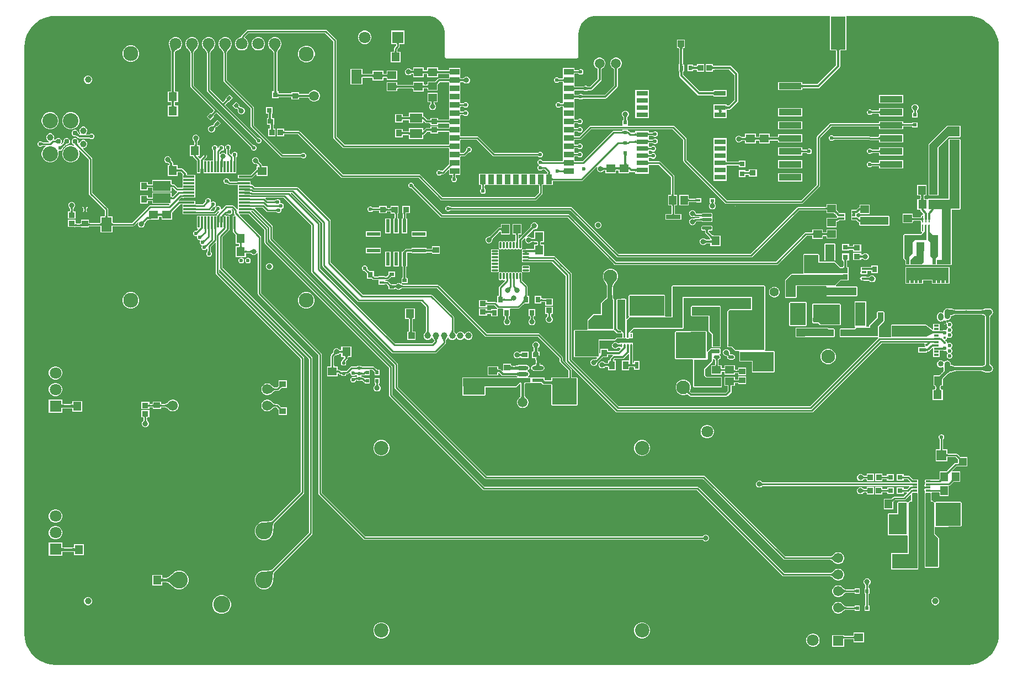
<source format=gtl>
G04*
G04 #@! TF.GenerationSoftware,Altium Limited,Altium Designer,24.9.1 (31)*
G04*
G04 Layer_Physical_Order=1*
G04 Layer_Color=255*
%FSLAX44Y44*%
%MOMM*%
G71*
G04*
G04 #@! TF.SameCoordinates,A601D634-93CA-4805-8520-E3EE879C7AED*
G04*
G04*
G04 #@! TF.FilePolarity,Positive*
G04*
G01*
G75*
%ADD13C,0.2540*%
%ADD23R,2.3000X0.6500*%
%ADD24R,2.2000X0.6500*%
%ADD25R,0.9000X0.9000*%
%ADD26R,0.9000X1.5000*%
%ADD27R,1.5000X0.9000*%
%ADD28R,0.2794X0.6096*%
%ADD29R,0.3000X1.7000*%
%ADD30R,1.7000X0.3000*%
%ADD31R,1.8052X0.6098*%
G04:AMPARAMS|DCode=32|XSize=1.8052mm|YSize=0.6098mm|CornerRadius=0.3049mm|HoleSize=0mm|Usage=FLASHONLY|Rotation=180.000|XOffset=0mm|YOffset=0mm|HoleType=Round|Shape=RoundedRectangle|*
%AMROUNDEDRECTD32*
21,1,1.8052,0.0000,0,0,180.0*
21,1,1.1954,0.6098,0,0,180.0*
1,1,0.6098,-0.5977,0.0000*
1,1,0.6098,0.5977,0.0000*
1,1,0.6098,0.5977,0.0000*
1,1,0.6098,-0.5977,0.0000*
%
%ADD32ROUNDEDRECTD32*%
%ADD33R,0.8000X0.8000*%
%ADD34R,0.7000X0.3200*%
%ADD35R,1.4000X1.3000*%
%ADD36R,1.3500X1.1500*%
%ADD37R,1.0000X0.9000*%
%ADD38C,1.5000*%
%ADD39R,1.3000X1.4000*%
%ADD40R,0.9500X0.8500*%
%ADD41R,0.8000X0.8000*%
%ADD42R,0.5900X0.4500*%
G04:AMPARAMS|DCode=43|XSize=1.5mm|YSize=0.49mm|CornerRadius=0.1225mm|HoleSize=0mm|Usage=FLASHONLY|Rotation=180.000|XOffset=0mm|YOffset=0mm|HoleType=Round|Shape=RoundedRectangle|*
%AMROUNDEDRECTD43*
21,1,1.5000,0.2450,0,0,180.0*
21,1,1.2550,0.4900,0,0,180.0*
1,1,0.2450,-0.6275,0.1225*
1,1,0.2450,0.6275,0.1225*
1,1,0.2450,0.6275,-0.1225*
1,1,0.2450,-0.6275,-0.1225*
%
%ADD43ROUNDEDRECTD43*%
%ADD44R,1.1500X1.3500*%
%ADD45R,0.8500X0.9500*%
%ADD46R,0.6000X0.8000*%
%ADD47R,2.2860X5.0800*%
%ADD48R,2.4130X5.0800*%
%ADD49R,1.9000X1.4000*%
%ADD50R,0.9000X1.0000*%
%ADD51R,0.8000X0.9000*%
%ADD52R,0.7366X0.5588*%
%ADD53R,0.7000X0.4000*%
%ADD54R,0.5000X0.6000*%
%ADD55R,0.9000X0.8000*%
G04:AMPARAMS|DCode=56|XSize=0.5mm|YSize=0.6mm|CornerRadius=0mm|HoleSize=0mm|Usage=FLASHONLY|Rotation=315.000|XOffset=0mm|YOffset=0mm|HoleType=Round|Shape=Rectangle|*
%AMROTATEDRECTD56*
4,1,4,-0.3889,-0.0354,0.0354,0.3889,0.3889,0.0354,-0.0354,-0.3889,-0.3889,-0.0354,0.0*
%
%ADD56ROTATEDRECTD56*%

%ADD57R,2.0000X1.2500*%
G04:AMPARAMS|DCode=58|XSize=0.74mm|YSize=0.27mm|CornerRadius=0.0338mm|HoleSize=0mm|Usage=FLASHONLY|Rotation=180.000|XOffset=0mm|YOffset=0mm|HoleType=Round|Shape=RoundedRectangle|*
%AMROUNDEDRECTD58*
21,1,0.7400,0.2025,0,0,180.0*
21,1,0.6725,0.2700,0,0,180.0*
1,1,0.0675,-0.3363,0.1013*
1,1,0.0675,0.3363,0.1013*
1,1,0.0675,0.3363,-0.1013*
1,1,0.0675,-0.3363,-0.1013*
%
%ADD58ROUNDEDRECTD58*%
G04:AMPARAMS|DCode=59|XSize=0.5mm|YSize=0.5mm|CornerRadius=0.0625mm|HoleSize=0mm|Usage=FLASHONLY|Rotation=270.000|XOffset=0mm|YOffset=0mm|HoleType=Round|Shape=RoundedRectangle|*
%AMROUNDEDRECTD59*
21,1,0.5000,0.3750,0,0,270.0*
21,1,0.3750,0.5000,0,0,270.0*
1,1,0.1250,-0.1875,-0.1875*
1,1,0.1250,-0.1875,0.1875*
1,1,0.1250,0.1875,0.1875*
1,1,0.1250,0.1875,-0.1875*
%
%ADD59ROUNDEDRECTD59*%
%ADD60R,1.6000X2.1800*%
%ADD61R,1.6000X2.2000*%
G04:AMPARAMS|DCode=63|XSize=0.97mm|YSize=0.26mm|CornerRadius=0.0325mm|HoleSize=0mm|Usage=FLASHONLY|Rotation=180.000|XOffset=0mm|YOffset=0mm|HoleType=Round|Shape=RoundedRectangle|*
%AMROUNDEDRECTD63*
21,1,0.9700,0.1950,0,0,180.0*
21,1,0.9050,0.2600,0,0,180.0*
1,1,0.0650,-0.4525,0.0975*
1,1,0.0650,0.4525,0.0975*
1,1,0.0650,0.4525,-0.0975*
1,1,0.0650,-0.4525,-0.0975*
%
%ADD63ROUNDEDRECTD63*%
G04:AMPARAMS|DCode=64|XSize=0.26mm|YSize=0.97mm|CornerRadius=0.0325mm|HoleSize=0mm|Usage=FLASHONLY|Rotation=180.000|XOffset=0mm|YOffset=0mm|HoleType=Round|Shape=RoundedRectangle|*
%AMROUNDEDRECTD64*
21,1,0.2600,0.9050,0,0,180.0*
21,1,0.1950,0.9700,0,0,180.0*
1,1,0.0650,-0.0975,0.4525*
1,1,0.0650,0.0975,0.4525*
1,1,0.0650,0.0975,-0.4525*
1,1,0.0650,-0.0975,-0.4525*
%
%ADD64ROUNDEDRECTD64*%
%ADD65R,1.1549X2.1062*%
%ADD66R,0.9000X1.2000*%
%ADD67R,0.6000X1.0500*%
%ADD68R,1.7500X1.4500*%
%ADD69R,0.7500X0.3000*%
G04:AMPARAMS|DCode=70|XSize=1.0654mm|YSize=0.2425mm|CornerRadius=0.1212mm|HoleSize=0mm|Usage=FLASHONLY|Rotation=90.000|XOffset=0mm|YOffset=0mm|HoleType=Round|Shape=RoundedRectangle|*
%AMROUNDEDRECTD70*
21,1,1.0654,0.0000,0,0,90.0*
21,1,0.8229,0.2425,0,0,90.0*
1,1,0.2425,0.0000,0.4114*
1,1,0.2425,0.0000,-0.4114*
1,1,0.2425,0.0000,-0.4114*
1,1,0.2425,0.0000,0.4114*
%
%ADD70ROUNDEDRECTD70*%
%ADD71R,0.2425X1.0654*%
%ADD72R,0.9397X0.5321*%
G04:AMPARAMS|DCode=73|XSize=0.9397mm|YSize=0.5321mm|CornerRadius=0.2661mm|HoleSize=0mm|Usage=FLASHONLY|Rotation=0.000|XOffset=0mm|YOffset=0mm|HoleType=Round|Shape=RoundedRectangle|*
%AMROUNDEDRECTD73*
21,1,0.9397,0.0000,0,0,0.0*
21,1,0.4076,0.5321,0,0,0.0*
1,1,0.5321,0.2038,0.0000*
1,1,0.5321,-0.2038,0.0000*
1,1,0.5321,-0.2038,0.0000*
1,1,0.5321,0.2038,0.0000*
%
%ADD73ROUNDEDRECTD73*%
%ADD74R,2.0000X0.6000*%
%ADD75R,0.6000X2.0000*%
%ADD76R,3.5000X1.0000*%
%ADD77R,0.8300X0.6250*%
%ADD78R,1.2500X1.6500*%
%ADD79R,0.8020X0.9720*%
%ADD80R,1.0500X0.6000*%
%ADD81R,1.2000X1.2000*%
%ADD82R,1.5000X1.6000*%
%ADD83R,0.5000X0.3750*%
%ADD84R,0.6000X0.5000*%
%ADD85R,2.7000X1.5000*%
%ADD86C,1.0259*%
%ADD87C,0.7874*%
%ADD88R,0.6500X0.9000*%
%ADD106R,1.0000X1.0500*%
%ADD107R,1.0500X2.2000*%
%ADD115R,0.5000X0.6300*%
%ADD116C,1.6955*%
%ADD137C,0.9906*%
%ADD153R,1.0000X1.0000*%
%ADD154C,1.0000*%
%ADD155R,1.5500X1.5500*%
%ADD156C,1.5500*%
%ADD157C,1.8000*%
%ADD160C,1.3890*%
%ADD161R,1.3890X1.3890*%
%ADD167R,0.8400X2.4000*%
%ADD168R,3.1500X3.1500*%
%ADD169R,1.8000X0.8000*%
%ADD170C,0.3000*%
%ADD171C,0.3500*%
%ADD172C,0.5000*%
%ADD173C,0.3621*%
%ADD174C,0.4000*%
%ADD175C,0.7000*%
%ADD176R,4.4448X1.2700*%
%ADD177R,2.4130X3.4290*%
%ADD178R,3.1750X2.7940*%
%ADD179R,2.7710X3.1114*%
%ADD180R,1.4000X2.4130*%
%ADD181R,1.5240X3.6536*%
%ADD182R,3.3020X1.3970*%
%ADD183R,3.7486X4.0440*%
%ADD184R,2.9210X2.2860*%
%ADD185R,4.3580X1.2700*%
%ADD186R,1.8000X1.8000*%
%ADD187C,2.3000*%
%ADD188C,2.2000*%
%ADD189O,0.8500X1.1500*%
%ADD190O,0.9000X1.5500*%
%ADD191O,1.4000X0.9000*%
%ADD192C,0.8500*%
%ADD193C,0.4000*%
%ADD194C,0.6000*%
%ADD195R,3.2000X2.6000*%
%ADD196R,1.8000X1.8000*%
%ADD197C,2.6000*%
%ADD198C,1.3080*%
%ADD199R,1.3080X1.3080*%
%ADD200C,2.1000*%
%ADD201C,6.0000*%
%ADD202C,2.3749*%
%ADD203C,0.8000*%
G36*
X1254227Y946174D02*
X1253919Y946065D01*
X1253648Y945882D01*
X1253412Y945627D01*
X1253213Y945298D01*
X1253050Y944896D01*
X1252923Y944422D01*
X1252833Y943874D01*
X1252778Y943253D01*
X1252760Y942560D01*
X1249140D01*
X1249121Y943253D01*
X1249067Y943874D01*
X1248977Y944422D01*
X1248850Y944896D01*
X1248687Y945298D01*
X1248488Y945627D01*
X1248252Y945882D01*
X1247981Y946065D01*
X1247673Y946174D01*
X1247329Y946211D01*
X1254571D01*
X1254227Y946174D01*
D02*
G37*
G36*
X1194976Y893277D02*
X1195085Y892969D01*
X1195268Y892698D01*
X1195523Y892462D01*
X1195852Y892263D01*
X1196254Y892100D01*
X1196728Y891973D01*
X1197276Y891883D01*
X1197897Y891829D01*
X1198590Y891810D01*
Y888190D01*
X1197897Y888171D01*
X1197276Y888117D01*
X1196728Y888027D01*
X1196254Y887900D01*
X1195852Y887737D01*
X1195523Y887538D01*
X1195268Y887302D01*
X1195085Y887031D01*
X1194976Y886723D01*
X1194939Y886379D01*
Y893621D01*
X1194976Y893277D01*
D02*
G37*
G36*
X50000Y997706D02*
X620000D01*
X620009Y997708D01*
X624335Y997367D01*
X628562Y996352D01*
X632579Y994688D01*
X636287Y992417D01*
X639593Y989593D01*
X642417Y986287D01*
X644688Y982579D01*
X646352Y978562D01*
X647367Y974335D01*
X647708Y970009D01*
X647706Y970000D01*
Y935000D01*
X647880Y934122D01*
X648378Y933378D01*
X649122Y932881D01*
X650000Y932706D01*
X850000D01*
X850878Y932881D01*
X851622Y933378D01*
X852120Y934122D01*
X852294Y935000D01*
Y970000D01*
X852292Y970009D01*
X852633Y974335D01*
X853648Y978562D01*
X855312Y982579D01*
X857583Y986287D01*
X860407Y989593D01*
X863713Y992417D01*
X867421Y994688D01*
X871438Y996352D01*
X875666Y997367D01*
X878769Y997611D01*
X880000Y997706D01*
X881262Y997706D01*
X881264Y997706D01*
X1238270Y997706D01*
Y944900D01*
X1247123D01*
X1247186Y944865D01*
X1247367Y944846D01*
X1247401Y944810D01*
X1247474Y944689D01*
X1247564Y944466D01*
X1247653Y944136D01*
X1247724Y943705D01*
X1247770Y943177D01*
X1247787Y942524D01*
X1247830Y942429D01*
Y922042D01*
X1218907Y893120D01*
X1198721D01*
X1198626Y893163D01*
X1197973Y893180D01*
X1197446Y893226D01*
X1197014Y893298D01*
X1196684Y893386D01*
X1196461Y893476D01*
X1196340Y893549D01*
X1196304Y893583D01*
X1196284Y893764D01*
X1196250Y893827D01*
Y896250D01*
X1158750D01*
Y883750D01*
X1196250D01*
Y886173D01*
X1196284Y886236D01*
X1196304Y886417D01*
X1196340Y886451D01*
X1196461Y886524D01*
X1196684Y886615D01*
X1197014Y886702D01*
X1197445Y886774D01*
X1197973Y886820D01*
X1198626Y886837D01*
X1198721Y886880D01*
X1220200D01*
X1221394Y887117D01*
X1222406Y887794D01*
X1253156Y918544D01*
X1253833Y919556D01*
X1254070Y920750D01*
X1254070Y920750D01*
Y942429D01*
X1254113Y942524D01*
X1254130Y943177D01*
X1254176Y943705D01*
X1254248Y944136D01*
X1254335Y944466D01*
X1254426Y944689D01*
X1254499Y944810D01*
X1254533Y944846D01*
X1254714Y944865D01*
X1254777Y944900D01*
X1263630D01*
Y997706D01*
X1448730Y997706D01*
X1450000Y997706D01*
X1451244Y997644D01*
X1456229Y997317D01*
X1462352Y996099D01*
X1468264Y994092D01*
X1473863Y991331D01*
X1479053Y987863D01*
X1483747Y983747D01*
X1487863Y979053D01*
X1491331Y973863D01*
X1494092Y968264D01*
X1496099Y962352D01*
X1497317Y956229D01*
X1497720Y950073D01*
X1497706Y950000D01*
Y50000D01*
X1497720Y49927D01*
X1497317Y43771D01*
X1496099Y37648D01*
X1494092Y31736D01*
X1491331Y26137D01*
X1487863Y20947D01*
X1483747Y16253D01*
X1479053Y12137D01*
X1473863Y8669D01*
X1468264Y5908D01*
X1462352Y3901D01*
X1456229Y2683D01*
X1451254Y2357D01*
X1450000Y2294D01*
X1450000Y2294D01*
X1448749Y2294D01*
X50000D01*
X49927Y2280D01*
X43771Y2683D01*
X37648Y3901D01*
X31736Y5908D01*
X26137Y8669D01*
X20947Y12137D01*
X16253Y16253D01*
X12137Y20947D01*
X8669Y26137D01*
X5908Y31736D01*
X3901Y37648D01*
X2683Y43771D01*
X2357Y48746D01*
X2294Y50000D01*
X2294Y50000D01*
X2294Y51251D01*
Y948737D01*
X2294Y948749D01*
X2294Y950000D01*
X2356Y951244D01*
X2683Y956229D01*
X3901Y962352D01*
X5908Y968264D01*
X8669Y973863D01*
X12137Y979053D01*
X16253Y983747D01*
X20947Y987863D01*
X26137Y991331D01*
X31736Y994092D01*
X37648Y996099D01*
X43771Y997317D01*
X49927Y997720D01*
X50000Y997706D01*
D02*
G37*
%LPC*%
G36*
X525949Y975250D02*
X523251D01*
X520644Y974551D01*
X518306Y973202D01*
X516398Y971294D01*
X515048Y968956D01*
X514350Y966349D01*
Y963651D01*
X515048Y961044D01*
X516398Y958706D01*
X518306Y956798D01*
X520644Y955449D01*
X523251Y954750D01*
X525949D01*
X528556Y955449D01*
X530894Y956798D01*
X532802Y958706D01*
X534151Y961044D01*
X534850Y963651D01*
Y966349D01*
X534151Y968956D01*
X532802Y971294D01*
X530894Y973202D01*
X528556Y974551D01*
X525949Y975250D01*
D02*
G37*
G36*
X208800Y957804D02*
X207727Y957590D01*
X206817Y956983D01*
X206210Y956073D01*
X205996Y955000D01*
X206210Y953927D01*
X206817Y953017D01*
X212267Y947567D01*
X213177Y946960D01*
X214250Y946746D01*
X215323Y946960D01*
X216233Y947567D01*
X216840Y948477D01*
X217054Y949550D01*
X216840Y950623D01*
X216233Y951533D01*
X210783Y956983D01*
X209873Y957590D01*
X208800Y957804D01*
D02*
G37*
G36*
X362549Y965250D02*
X359851D01*
X357244Y964551D01*
X354906Y963202D01*
X352998Y961294D01*
X351648Y958956D01*
X350950Y956349D01*
Y953651D01*
X351648Y951044D01*
X352998Y948706D01*
X354906Y946798D01*
X357244Y945449D01*
X359851Y944750D01*
X362549D01*
X365156Y945449D01*
X367494Y946798D01*
X369402Y948706D01*
X370751Y951044D01*
X371450Y953651D01*
Y956349D01*
X370751Y958956D01*
X369402Y961294D01*
X367494Y963202D01*
X365156Y964551D01*
X362549Y965250D01*
D02*
G37*
G36*
X167299Y952510D02*
X163941D01*
X160699Y951641D01*
X157791Y949962D01*
X155417Y947589D01*
X153739Y944681D01*
X152870Y941439D01*
Y938081D01*
X153739Y934839D01*
X155417Y931931D01*
X157791Y929557D01*
X160699Y927879D01*
X163941Y927010D01*
X167299D01*
X170541Y927879D01*
X173449Y929557D01*
X175823Y931931D01*
X177501Y934839D01*
X178370Y938081D01*
Y941439D01*
X177501Y944681D01*
X175823Y947589D01*
X173449Y949962D01*
X170541Y951641D01*
X167299Y952510D01*
D02*
G37*
G36*
X436858Y952280D02*
X433501D01*
X430259Y951411D01*
X427351Y949733D01*
X424977Y947359D01*
X423299Y944451D01*
X422430Y941209D01*
Y937851D01*
X423299Y934609D01*
X424977Y931701D01*
X427351Y929327D01*
X430259Y927649D01*
X433501Y926780D01*
X436858D01*
X440101Y927649D01*
X443009Y929327D01*
X445382Y931701D01*
X447061Y934609D01*
X447930Y937851D01*
Y941209D01*
X447061Y944451D01*
X445382Y947359D01*
X443009Y949733D01*
X440101Y951411D01*
X436858Y952280D01*
D02*
G37*
G36*
X585650Y975250D02*
X565150D01*
Y954750D01*
X572598D01*
X572619Y954739D01*
X572642Y954682D01*
X572692Y954498D01*
X572736Y954234D01*
X572766Y953896D01*
X572777Y953455D01*
X572831Y953336D01*
Y952384D01*
X570063Y949617D01*
X569506Y948783D01*
X569311Y947800D01*
Y944384D01*
X569257Y944265D01*
X569246Y943818D01*
X569216Y943473D01*
X569171Y943203D01*
X569121Y943014D01*
X569103Y942970D01*
X564130D01*
Y926470D01*
X579630D01*
Y942970D01*
X574657D01*
X574639Y943014D01*
X574589Y943203D01*
X574544Y943473D01*
X574514Y943818D01*
X574502Y944265D01*
X574449Y944384D01*
Y946736D01*
X577217Y949503D01*
X577774Y950337D01*
X577969Y951320D01*
Y953335D01*
X578022Y953455D01*
X578034Y953896D01*
X578064Y954234D01*
X578108Y954498D01*
X578158Y954682D01*
X578181Y954739D01*
X578201Y954750D01*
X585650D01*
Y975250D01*
D02*
G37*
G36*
X837500Y927404D02*
X836427Y927190D01*
X835517Y926583D01*
X835477Y926543D01*
X834870Y925633D01*
X834656Y924560D01*
X834870Y923487D01*
X835477Y922577D01*
X836387Y921970D01*
X837460Y921756D01*
X838533Y921970D01*
X839443Y922577D01*
X839483Y922617D01*
X840090Y923527D01*
X840304Y924600D01*
X840090Y925673D01*
X839483Y926583D01*
X838573Y927190D01*
X837500Y927404D01*
D02*
G37*
G36*
X1045480Y924210D02*
X1034480D01*
Y922037D01*
X1034445Y921973D01*
X1034426Y921793D01*
X1034390Y921759D01*
X1034269Y921686D01*
X1034046Y921596D01*
X1033716Y921507D01*
X1033285Y921436D01*
X1032757Y921390D01*
X1032104Y921373D01*
X1032009Y921330D01*
X1030991D01*
X1030896Y921373D01*
X1030243Y921390D01*
X1029715Y921436D01*
X1029284Y921507D01*
X1028954Y921596D01*
X1028731Y921686D01*
X1028610Y921759D01*
X1028574Y921793D01*
X1028555Y921973D01*
X1028520Y922037D01*
Y923460D01*
X1020020D01*
Y912960D01*
X1028520D01*
Y914383D01*
X1028555Y914446D01*
X1028574Y914627D01*
X1028610Y914661D01*
X1028731Y914734D01*
X1028954Y914825D01*
X1029284Y914912D01*
X1029715Y914984D01*
X1030243Y915030D01*
X1030896Y915047D01*
X1030991Y915090D01*
X1032009D01*
X1032104Y915047D01*
X1032757Y915030D01*
X1033285Y914984D01*
X1033716Y914912D01*
X1034046Y914825D01*
X1034269Y914734D01*
X1034390Y914661D01*
X1034426Y914627D01*
X1034445Y914446D01*
X1034480Y914383D01*
Y912210D01*
X1045480D01*
Y924210D01*
D02*
G37*
G36*
X521060Y916725D02*
X502560D01*
Y892425D01*
X521060D01*
Y902684D01*
X521094Y902747D01*
X521099Y902792D01*
X521115Y902801D01*
X521270Y902864D01*
X521519Y902931D01*
X521858Y902987D01*
X522280Y903024D01*
X522815Y903037D01*
X522924Y903086D01*
X534716D01*
X534825Y903037D01*
X535360Y903024D01*
X535782Y902987D01*
X536121Y902931D01*
X536370Y902864D01*
X536525Y902801D01*
X536541Y902792D01*
X536546Y902747D01*
X536580Y902684D01*
Y898140D01*
X553080D01*
Y902684D01*
X553114Y902747D01*
X553119Y902792D01*
X553135Y902801D01*
X553290Y902864D01*
X553539Y902931D01*
X553878Y902987D01*
X554300Y903024D01*
X554835Y903037D01*
X554944Y903086D01*
X556556D01*
X556665Y903037D01*
X557200Y903024D01*
X557622Y902987D01*
X557961Y902931D01*
X558210Y902864D01*
X558365Y902801D01*
X558381Y902792D01*
X558386Y902747D01*
X558420Y902684D01*
Y899640D01*
X574420D01*
Y913640D01*
X558420D01*
Y909096D01*
X558386Y909033D01*
X558381Y908988D01*
X558365Y908979D01*
X558210Y908916D01*
X557961Y908849D01*
X557622Y908793D01*
X557200Y908756D01*
X556665Y908743D01*
X556556Y908694D01*
X554944D01*
X554835Y908743D01*
X554300Y908756D01*
X553878Y908793D01*
X553539Y908849D01*
X553290Y908916D01*
X553135Y908979D01*
X553119Y908988D01*
X553114Y909033D01*
X553080Y909096D01*
Y913640D01*
X536580D01*
Y909096D01*
X536546Y909033D01*
X536541Y908988D01*
X536525Y908979D01*
X536370Y908916D01*
X536121Y908849D01*
X535782Y908793D01*
X535360Y908756D01*
X534825Y908743D01*
X534716Y908694D01*
X522924D01*
X522815Y908743D01*
X522280Y908756D01*
X521858Y908793D01*
X521519Y908849D01*
X521270Y908916D01*
X521115Y908979D01*
X521099Y908988D01*
X521094Y909033D01*
X521060Y909096D01*
Y916725D01*
D02*
G37*
G36*
X464820Y976659D02*
X345440D01*
X344457Y976464D01*
X343623Y975907D01*
X343623Y975907D01*
X335776Y968060D01*
X335219Y967226D01*
X335082Y966537D01*
X334971Y966296D01*
X334958Y965954D01*
X334927Y965722D01*
X334886Y965552D01*
X334843Y965442D01*
X334809Y965382D01*
X334787Y965355D01*
X334771Y965342D01*
X334743Y965326D01*
X334680Y965304D01*
X334480Y965266D01*
X334456Y965250D01*
X334451D01*
X331844Y964551D01*
X329506Y963202D01*
X327598Y961294D01*
X326249Y958956D01*
X325550Y956349D01*
Y953651D01*
X326249Y951044D01*
X327598Y948706D01*
X329506Y946798D01*
X331844Y945449D01*
X334451Y944750D01*
X337149D01*
X339756Y945449D01*
X342094Y946798D01*
X344002Y948706D01*
X345351Y951044D01*
X346050Y953651D01*
Y956349D01*
X345351Y958956D01*
X344002Y961294D01*
X342094Y963202D01*
X341151Y963746D01*
X341027Y963933D01*
X340839Y964059D01*
X340742Y964147D01*
X340648Y964258D01*
X340557Y964403D01*
X340468Y964589D01*
X340386Y964821D01*
X340317Y965103D01*
X340284Y965301D01*
X346504Y971521D01*
X463756D01*
X476221Y959056D01*
Y811530D01*
X476416Y810547D01*
X476973Y809713D01*
X490943Y795743D01*
X491777Y795186D01*
X492760Y794991D01*
X628650D01*
X628851Y795031D01*
X652336D01*
X652455Y794977D01*
X652902Y794966D01*
X653247Y794936D01*
X653517Y794891D01*
X653706Y794841D01*
X653750Y794823D01*
Y791920D01*
X653750Y791850D01*
Y790650D01*
X653750Y790580D01*
Y779220D01*
X653750Y779150D01*
Y777950D01*
X653750Y777880D01*
Y771625D01*
X653694Y771534D01*
X653720Y771425D01*
X653678Y771323D01*
X653750Y771148D01*
Y770462D01*
X653670Y770322D01*
X653453Y770010D01*
X652733Y769159D01*
X652261Y768670D01*
X652212Y768546D01*
X643818Y760151D01*
X643053D01*
X642931Y760205D01*
X642669Y760210D01*
X642188Y760249D01*
X642006Y760278D01*
X641824Y760316D01*
X641662Y760360D01*
X641515Y760409D01*
X641386Y760462D01*
X641272Y760519D01*
X641125Y760605D01*
X640963Y760629D01*
X639655Y761170D01*
X637965D01*
X636403Y760523D01*
X635207Y759327D01*
X634560Y757765D01*
Y756075D01*
X635207Y754513D01*
X636403Y753317D01*
X637965Y752670D01*
X639655D01*
X641217Y753317D01*
X642413Y754513D01*
X642423Y754537D01*
X642470Y754566D01*
X642551Y754681D01*
X642587Y754722D01*
X642629Y754758D01*
X642684Y754794D01*
X642758Y754832D01*
X642856Y754869D01*
X642983Y754904D01*
X643140Y754932D01*
X643329Y754951D01*
X643590Y754960D01*
X643708Y755013D01*
X643795D01*
X643880Y755000D01*
X643896Y755013D01*
X644882D01*
X645865Y755208D01*
X646699Y755765D01*
X652577Y761643D01*
X653750Y761157D01*
Y753750D01*
X658869D01*
X658889Y753739D01*
X658912Y753682D01*
X658962Y753498D01*
X659006Y753234D01*
X659036Y752896D01*
X659047Y752455D01*
X659101Y752336D01*
Y751434D01*
X659047Y751315D01*
X659040Y751050D01*
X659022Y750842D01*
X658995Y750657D01*
X658958Y750493D01*
X658914Y750350D01*
X658865Y750227D01*
X658812Y750120D01*
X658754Y750027D01*
X658691Y749945D01*
X658577Y749822D01*
X658493Y749593D01*
X658067Y749167D01*
X657420Y747605D01*
Y745915D01*
X658067Y744353D01*
X659263Y743157D01*
X660825Y742510D01*
X662515D01*
X664077Y743157D01*
X665273Y744353D01*
X665920Y745915D01*
Y747605D01*
X665273Y749167D01*
X664847Y749593D01*
X664762Y749822D01*
X664649Y749944D01*
X664586Y750027D01*
X664528Y750120D01*
X664475Y750227D01*
X664426Y750350D01*
X664382Y750493D01*
X664345Y750657D01*
X664318Y750842D01*
X664300Y751050D01*
X664293Y751315D01*
X664239Y751434D01*
Y752336D01*
X664293Y752455D01*
X664304Y752896D01*
X664334Y753234D01*
X664378Y753498D01*
X664428Y753682D01*
X664451Y753739D01*
X664471Y753750D01*
X671250D01*
Y765250D01*
X671250D01*
Y766450D01*
X671250D01*
Y777880D01*
X671250Y777950D01*
Y779150D01*
X671250Y779220D01*
Y782123D01*
X671294Y782141D01*
X671483Y782191D01*
X671753Y782236D01*
X672098Y782266D01*
X672545Y782278D01*
X672664Y782331D01*
X676950D01*
X677933Y782526D01*
X678767Y783083D01*
X683042Y787358D01*
X683164Y787405D01*
X683357Y787588D01*
X683515Y787721D01*
X683666Y787833D01*
X683808Y787923D01*
X683940Y787993D01*
X684062Y788045D01*
X684175Y788083D01*
X684282Y788108D01*
X684385Y788122D01*
X684551Y788128D01*
X684773Y788230D01*
X685375D01*
X686937Y788877D01*
X688133Y790073D01*
X688780Y791635D01*
Y793325D01*
X688133Y794887D01*
X686937Y796083D01*
X685375Y796730D01*
X683685D01*
X682123Y796083D01*
X680927Y794887D01*
X680280Y793325D01*
Y792723D01*
X680178Y792502D01*
X680172Y792335D01*
X680158Y792232D01*
X680133Y792125D01*
X680095Y792012D01*
X680043Y791890D01*
X679972Y791758D01*
X679883Y791616D01*
X679772Y791466D01*
X679637Y791306D01*
X679455Y791114D01*
X679408Y790992D01*
X675886Y787469D01*
X672664D01*
X672545Y787523D01*
X672098Y787534D01*
X671753Y787564D01*
X671483Y787609D01*
X671294Y787659D01*
X671250Y787677D01*
Y790580D01*
X671250Y790650D01*
Y791850D01*
X671250Y791920D01*
Y803280D01*
X671250Y803350D01*
Y804550D01*
X671250Y804620D01*
Y807523D01*
X671294Y807541D01*
X671483Y807591D01*
X671753Y807636D01*
X672098Y807666D01*
X672545Y807678D01*
X672664Y807731D01*
X696126D01*
X720813Y783043D01*
X721647Y782486D01*
X722630Y782291D01*
X789076D01*
X789195Y782237D01*
X789460Y782230D01*
X789668Y782212D01*
X789853Y782185D01*
X790016Y782148D01*
X790160Y782104D01*
X790283Y782055D01*
X790390Y782002D01*
X790483Y781944D01*
X790565Y781881D01*
X790688Y781768D01*
X790917Y781683D01*
X791343Y781257D01*
X792905Y780610D01*
X794595D01*
X796157Y781257D01*
X797353Y782453D01*
X798000Y784015D01*
Y785705D01*
X797353Y787267D01*
X796157Y788463D01*
X794595Y789110D01*
X792905D01*
X791343Y788463D01*
X790917Y788037D01*
X790688Y787952D01*
X790566Y787839D01*
X790483Y787776D01*
X790390Y787718D01*
X790283Y787665D01*
X790160Y787616D01*
X790016Y787572D01*
X789853Y787535D01*
X789668Y787508D01*
X789460Y787490D01*
X789195Y787483D01*
X789076Y787429D01*
X723694D01*
X699007Y812117D01*
X698173Y812674D01*
X697190Y812869D01*
X672664D01*
X672545Y812923D01*
X672098Y812934D01*
X671753Y812964D01*
X671483Y813009D01*
X671294Y813059D01*
X671250Y813077D01*
Y815980D01*
X671250Y816050D01*
Y817250D01*
X671250Y817320D01*
Y828680D01*
X671250Y828750D01*
Y829950D01*
X671250Y830020D01*
Y841380D01*
X671250Y841450D01*
Y842650D01*
X671250Y842720D01*
Y845623D01*
X671294Y845641D01*
X671483Y845691D01*
X671753Y845736D01*
X672098Y845766D01*
X672545Y845778D01*
X672664Y845831D01*
X674736D01*
X674855Y845778D01*
X675120Y845770D01*
X675328Y845752D01*
X675513Y845724D01*
X675676Y845688D01*
X675819Y845644D01*
X675943Y845595D01*
X676050Y845542D01*
X676143Y845484D01*
X676226Y845421D01*
X676348Y845308D01*
X676577Y845223D01*
X677003Y844797D01*
X678565Y844150D01*
X680255D01*
X681817Y844797D01*
X683013Y845993D01*
X683660Y847555D01*
Y849245D01*
X683013Y850807D01*
X681817Y852003D01*
X680255Y852650D01*
X678565D01*
X677003Y852003D01*
X676577Y851577D01*
X676348Y851492D01*
X676226Y851379D01*
X676143Y851316D01*
X676050Y851258D01*
X675943Y851205D01*
X675819Y851156D01*
X675676Y851112D01*
X675513Y851076D01*
X675328Y851048D01*
X675120Y851030D01*
X674855Y851022D01*
X674736Y850969D01*
X672664D01*
X672545Y851023D01*
X672098Y851034D01*
X671753Y851064D01*
X671483Y851109D01*
X671294Y851159D01*
X671250Y851177D01*
Y854080D01*
X671250Y854150D01*
Y855350D01*
X671250Y855420D01*
Y858283D01*
X671294Y858301D01*
X671483Y858351D01*
X671753Y858396D01*
X672098Y858426D01*
X672545Y858437D01*
X672664Y858491D01*
X674776D01*
X674895Y858438D01*
X675160Y858430D01*
X675368Y858412D01*
X675553Y858384D01*
X675716Y858348D01*
X675860Y858304D01*
X675983Y858255D01*
X676090Y858202D01*
X676183Y858144D01*
X676265Y858081D01*
X676388Y857968D01*
X676617Y857883D01*
X677043Y857457D01*
X678605Y856810D01*
X680295D01*
X681857Y857457D01*
X683053Y858653D01*
X683700Y860215D01*
Y861905D01*
X683053Y863467D01*
X681857Y864663D01*
X680295Y865310D01*
X678605D01*
X677043Y864663D01*
X676617Y864237D01*
X676388Y864152D01*
X676266Y864039D01*
X676183Y863976D01*
X676090Y863918D01*
X675983Y863865D01*
X675860Y863816D01*
X675716Y863772D01*
X675553Y863736D01*
X675368Y863708D01*
X675160Y863690D01*
X674895Y863682D01*
X674776Y863629D01*
X672664D01*
X672545Y863682D01*
X672098Y863694D01*
X671753Y863724D01*
X671483Y863769D01*
X671294Y863819D01*
X671250Y863837D01*
Y866780D01*
X671250Y866850D01*
Y868050D01*
X671250Y868120D01*
Y879480D01*
X671250Y879550D01*
Y880750D01*
X671250Y880820D01*
Y892180D01*
X671250Y892250D01*
Y893450D01*
X671250Y893520D01*
Y895954D01*
X671284Y896017D01*
X671289Y896062D01*
X671305Y896071D01*
X671460Y896134D01*
X671709Y896201D01*
X672048Y896257D01*
X672470Y896293D01*
X673005Y896308D01*
X673114Y896356D01*
X674460D01*
X674567Y896308D01*
X674908Y896296D01*
X675184Y896267D01*
X675442Y896221D01*
X675684Y896158D01*
X675910Y896078D01*
X676124Y895982D01*
X676328Y895868D01*
X676524Y895737D01*
X676713Y895585D01*
X676935Y895376D01*
X677168Y895287D01*
X677746Y894709D01*
X679676Y893910D01*
X681764D01*
X683694Y894709D01*
X685171Y896186D01*
X685970Y898116D01*
Y900204D01*
X685171Y902134D01*
X683694Y903611D01*
X681764Y904410D01*
X679676D01*
X677746Y903611D01*
X677168Y903033D01*
X676935Y902944D01*
X676713Y902735D01*
X676524Y902583D01*
X676328Y902452D01*
X676124Y902338D01*
X675911Y902242D01*
X675684Y902162D01*
X675442Y902099D01*
X675184Y902053D01*
X674908Y902024D01*
X674567Y902012D01*
X674460Y901964D01*
X673114D01*
X673005Y902012D01*
X672470Y902027D01*
X672048Y902063D01*
X671709Y902119D01*
X671460Y902186D01*
X671305Y902249D01*
X671289Y902258D01*
X671284Y902303D01*
X671250Y902366D01*
Y904880D01*
X671250Y904950D01*
Y906150D01*
X671250Y906220D01*
Y917650D01*
X653750D01*
Y914686D01*
X653716Y914623D01*
X653711Y914578D01*
X653695Y914569D01*
X653540Y914506D01*
X653291Y914439D01*
X652952Y914383D01*
X652530Y914346D01*
X651995Y914333D01*
X651886Y914284D01*
X638654D01*
X638545Y914333D01*
X638010Y914346D01*
X637588Y914383D01*
X637249Y914439D01*
X637000Y914506D01*
X636845Y914568D01*
X636829Y914578D01*
X636824Y914623D01*
X636790Y914686D01*
Y919230D01*
X620290D01*
Y914686D01*
X620256Y914623D01*
X620251Y914578D01*
X620235Y914568D01*
X620080Y914506D01*
X619831Y914439D01*
X619492Y914383D01*
X619070Y914346D01*
X618535Y914333D01*
X618426Y914284D01*
X617174D01*
X617065Y914333D01*
X616530Y914346D01*
X616108Y914383D01*
X615769Y914439D01*
X615520Y914506D01*
X615365Y914569D01*
X615349Y914578D01*
X615344Y914623D01*
X615310Y914686D01*
Y919230D01*
X598810D01*
Y915066D01*
X598776Y915003D01*
X598771Y914958D01*
X598755Y914949D01*
X598600Y914886D01*
X598351Y914819D01*
X598012Y914763D01*
X597598Y914727D01*
X597356Y914753D01*
X597098Y914799D01*
X596856Y914863D01*
X596629Y914942D01*
X596416Y915039D01*
X596212Y915152D01*
X596016Y915283D01*
X595827Y915435D01*
X595605Y915644D01*
X595372Y915733D01*
X594794Y916311D01*
X592864Y917110D01*
X590776D01*
X588846Y916311D01*
X587369Y914834D01*
X586570Y912904D01*
Y910816D01*
X587369Y908886D01*
X588846Y907409D01*
X590776Y906610D01*
X592864D01*
X594794Y907409D01*
X595372Y907987D01*
X595605Y908076D01*
X595827Y908285D01*
X596016Y908437D01*
X596212Y908568D01*
X596416Y908681D01*
X596629Y908778D01*
X596856Y908857D01*
X597098Y908921D01*
X597356Y908968D01*
X597598Y908993D01*
X598012Y908957D01*
X598351Y908901D01*
X598600Y908834D01*
X598755Y908771D01*
X598771Y908762D01*
X598776Y908717D01*
X598810Y908654D01*
Y903730D01*
X615310D01*
Y908274D01*
X615344Y908337D01*
X615349Y908382D01*
X615365Y908391D01*
X615520Y908454D01*
X615769Y908521D01*
X616108Y908577D01*
X616530Y908614D01*
X617065Y908627D01*
X617174Y908676D01*
X618426D01*
X618535Y908627D01*
X619070Y908614D01*
X619492Y908577D01*
X619831Y908521D01*
X620080Y908454D01*
X620235Y908391D01*
X620251Y908382D01*
X620256Y908337D01*
X620290Y908274D01*
Y903730D01*
X636790D01*
Y908274D01*
X636824Y908337D01*
X636829Y908382D01*
X636845Y908391D01*
X637000Y908454D01*
X637249Y908521D01*
X637588Y908577D01*
X638010Y908614D01*
X638545Y908627D01*
X638654Y908676D01*
X651886D01*
X651995Y908627D01*
X652530Y908614D01*
X652952Y908577D01*
X653291Y908521D01*
X653540Y908454D01*
X653695Y908391D01*
X653711Y908382D01*
X653716Y908337D01*
X653750Y908274D01*
Y906220D01*
X653750Y906150D01*
Y904950D01*
X653750Y904880D01*
Y902406D01*
X653716Y902343D01*
X653711Y902298D01*
X653695Y902289D01*
X653540Y902226D01*
X653291Y902159D01*
X652952Y902103D01*
X652530Y902066D01*
X651995Y902053D01*
X651886Y902004D01*
X638720D01*
X637647Y901790D01*
X636737Y901183D01*
X634557Y899002D01*
X634448Y898962D01*
X633291Y897886D01*
X632832Y897517D01*
X632428Y897234D01*
X632248Y897130D01*
X631228D01*
X631127Y897172D01*
X631025Y897130D01*
X631017D01*
X630912Y897155D01*
X630872Y897130D01*
X620650D01*
Y892586D01*
X620616Y892523D01*
X620611Y892478D01*
X620595Y892469D01*
X620440Y892406D01*
X620191Y892339D01*
X619852Y892283D01*
X619430Y892246D01*
X618895Y892233D01*
X618786Y892184D01*
X617174D01*
X617065Y892233D01*
X616530Y892246D01*
X616108Y892283D01*
X615769Y892339D01*
X615520Y892406D01*
X615365Y892468D01*
X615349Y892478D01*
X615344Y892523D01*
X615310Y892586D01*
Y897130D01*
X598810D01*
Y892346D01*
X598776Y892283D01*
X598771Y892238D01*
X598755Y892229D01*
X598600Y892166D01*
X598351Y892099D01*
X598012Y892043D01*
X597590Y892007D01*
X597055Y891993D01*
X596946Y891944D01*
X576284D01*
X576175Y891993D01*
X575640Y892007D01*
X575218Y892043D01*
X574879Y892099D01*
X574630Y892166D01*
X574475Y892229D01*
X574459Y892238D01*
X574454Y892283D01*
X574420Y892346D01*
Y896140D01*
X558420D01*
Y882140D01*
X574420D01*
Y885934D01*
X574454Y885997D01*
X574459Y886042D01*
X574475Y886051D01*
X574630Y886114D01*
X574879Y886181D01*
X575218Y886237D01*
X575640Y886273D01*
X576175Y886288D01*
X576284Y886336D01*
X596946D01*
X597055Y886288D01*
X597590Y886273D01*
X598012Y886237D01*
X598351Y886181D01*
X598600Y886114D01*
X598755Y886051D01*
X598771Y886042D01*
X598776Y885997D01*
X598810Y885934D01*
Y881630D01*
X615310D01*
Y886174D01*
X615344Y886237D01*
X615349Y886282D01*
X615365Y886291D01*
X615520Y886354D01*
X615769Y886421D01*
X616108Y886477D01*
X616530Y886514D01*
X617065Y886527D01*
X617174Y886576D01*
X618786D01*
X618895Y886527D01*
X619430Y886514D01*
X619852Y886477D01*
X620191Y886421D01*
X620440Y886354D01*
X620595Y886291D01*
X620611Y886282D01*
X620616Y886237D01*
X620650Y886174D01*
Y883130D01*
X636650D01*
Y891351D01*
X636675Y891392D01*
X636650Y891497D01*
Y891505D01*
X636692Y891607D01*
X636650Y891708D01*
Y892728D01*
X636754Y892908D01*
X637027Y893297D01*
X637897Y894323D01*
X638464Y894909D01*
X638509Y895024D01*
X639881Y896396D01*
X651886D01*
X651995Y896348D01*
X652530Y896333D01*
X652952Y896297D01*
X653291Y896241D01*
X653540Y896174D01*
X653695Y896111D01*
X653711Y896102D01*
X653716Y896057D01*
X653750Y895994D01*
Y893520D01*
X653750Y893450D01*
Y892250D01*
X653750Y892180D01*
Y880820D01*
X653750Y880750D01*
Y879550D01*
X653750Y879480D01*
Y868120D01*
X653750Y868050D01*
Y866850D01*
X653750Y866780D01*
Y855420D01*
X653750Y855350D01*
Y854150D01*
X653750Y854080D01*
Y842720D01*
X653750Y842650D01*
Y841450D01*
X653750Y841380D01*
Y838906D01*
X653716Y838843D01*
X653711Y838798D01*
X653695Y838789D01*
X653540Y838726D01*
X653291Y838659D01*
X652952Y838603D01*
X652530Y838567D01*
X651995Y838553D01*
X651886Y838504D01*
X637993D01*
X637679Y838566D01*
X637451Y838663D01*
X637190Y838665D01*
Y841310D01*
X625190D01*
Y839016D01*
X625155Y838953D01*
X625151Y838908D01*
X625135Y838899D01*
X624980Y838836D01*
X624731Y838769D01*
X624392Y838713D01*
X623970Y838677D01*
X623435Y838663D01*
X623326Y838614D01*
X620911D01*
X616233Y843293D01*
X615323Y843900D01*
X614489Y844066D01*
X614261Y844163D01*
X614000Y844165D01*
Y849560D01*
X592500D01*
Y844168D01*
X592224Y844163D01*
X591997Y844063D01*
X591177Y843900D01*
X590643Y843544D01*
X584594D01*
X584485Y843593D01*
X583957Y843606D01*
X583540Y843643D01*
X583207Y843699D01*
X582963Y843764D01*
X582812Y843826D01*
X582800Y843834D01*
X582795Y843882D01*
X582730Y844001D01*
Y846990D01*
X571230D01*
Y834490D01*
X582730D01*
Y837479D01*
X582795Y837598D01*
X582800Y837646D01*
X582812Y837654D01*
X582963Y837716D01*
X583207Y837781D01*
X583540Y837837D01*
X583957Y837874D01*
X584485Y837887D01*
X584594Y837936D01*
X591680D01*
X592500Y837263D01*
Y833060D01*
X614000D01*
Y835935D01*
X615173Y836421D01*
X617767Y833827D01*
X618677Y833220D01*
X619750Y833006D01*
X623326D01*
X623435Y832958D01*
X623970Y832943D01*
X624392Y832907D01*
X624731Y832851D01*
X624980Y832784D01*
X625135Y832721D01*
X625151Y832712D01*
X625155Y832667D01*
X625190Y832604D01*
Y830310D01*
X637190D01*
Y831673D01*
X637550Y832896D01*
X651886D01*
X651995Y832848D01*
X652530Y832833D01*
X652952Y832797D01*
X653291Y832741D01*
X653540Y832674D01*
X653695Y832611D01*
X653711Y832602D01*
X653716Y832557D01*
X653750Y832494D01*
Y830020D01*
X653750Y829950D01*
Y828750D01*
X653750Y828680D01*
Y826206D01*
X653716Y826143D01*
X653711Y826098D01*
X653695Y826089D01*
X653540Y826026D01*
X653291Y825959D01*
X652952Y825903D01*
X652530Y825866D01*
X651995Y825853D01*
X651886Y825804D01*
X637630D01*
X637190Y826165D01*
Y828310D01*
X625190D01*
Y826016D01*
X625155Y825953D01*
X625151Y825908D01*
X625135Y825899D01*
X624980Y825836D01*
X624731Y825769D01*
X624392Y825713D01*
X623970Y825676D01*
X623435Y825663D01*
X623326Y825614D01*
X619750D01*
X618677Y825400D01*
X617767Y824793D01*
X615173Y822199D01*
X614000Y822685D01*
Y825560D01*
X592500D01*
Y821357D01*
X591680Y820684D01*
X584594D01*
X584485Y820732D01*
X583957Y820747D01*
X583540Y820783D01*
X583207Y820839D01*
X582963Y820904D01*
X582812Y820966D01*
X582800Y820974D01*
X582795Y821022D01*
X582730Y821141D01*
Y824130D01*
X571230D01*
Y811630D01*
X582730D01*
Y814619D01*
X582795Y814738D01*
X582800Y814786D01*
X582812Y814794D01*
X582963Y814856D01*
X583207Y814921D01*
X583540Y814977D01*
X583957Y815014D01*
X584485Y815027D01*
X584594Y815076D01*
X590643D01*
X591177Y814720D01*
X592011Y814554D01*
X592239Y814457D01*
X592500Y814455D01*
Y809060D01*
X614000D01*
Y814452D01*
X614276Y814457D01*
X614503Y814557D01*
X615323Y814720D01*
X616233Y815327D01*
X620911Y820006D01*
X623326D01*
X623435Y819958D01*
X623970Y819943D01*
X624392Y819907D01*
X624731Y819851D01*
X624980Y819784D01*
X625135Y819721D01*
X625151Y819712D01*
X625155Y819667D01*
X625190Y819604D01*
Y817310D01*
X637190D01*
Y819952D01*
X637466Y819957D01*
X637693Y820057D01*
X638395Y820196D01*
X651886D01*
X651995Y820147D01*
X652530Y820134D01*
X652952Y820097D01*
X653291Y820041D01*
X653540Y819974D01*
X653695Y819911D01*
X653711Y819902D01*
X653716Y819857D01*
X653750Y819794D01*
Y817320D01*
X653750Y817250D01*
Y816050D01*
X653750Y815980D01*
Y804620D01*
X653750Y804550D01*
Y803350D01*
X653750Y803280D01*
Y800377D01*
X653706Y800359D01*
X653517Y800309D01*
X653247Y800264D01*
X652902Y800234D01*
X652455Y800223D01*
X652336Y800169D01*
X628690D01*
X628489Y800129D01*
X493824D01*
X481359Y812594D01*
Y960120D01*
X481164Y961103D01*
X480607Y961937D01*
X480607Y961937D01*
X466637Y975907D01*
X465803Y976464D01*
X464820Y976659D01*
D02*
G37*
G36*
X101243Y906250D02*
X98757D01*
X96460Y905298D01*
X94701Y903540D01*
X93750Y901243D01*
Y898757D01*
X94701Y896460D01*
X96460Y894702D01*
X98757Y893750D01*
X101243D01*
X103540Y894702D01*
X105299Y896460D01*
X106250Y898757D01*
Y901243D01*
X105299Y903540D01*
X103540Y905298D01*
X101243Y906250D01*
D02*
G37*
G36*
X1069340Y893464D02*
X1068267Y893251D01*
X1067357Y892643D01*
X1066750Y891733D01*
X1066536Y890660D01*
X1066750Y889587D01*
X1067357Y888677D01*
X1068017Y888017D01*
X1068927Y887410D01*
X1070000Y887196D01*
X1071073Y887410D01*
X1071983Y888017D01*
X1072590Y888927D01*
X1072804Y890000D01*
X1072590Y891073D01*
X1071983Y891983D01*
X1071323Y892643D01*
X1070413Y893251D01*
X1069340Y893464D01*
D02*
G37*
G36*
X1361440Y893329D02*
X1360269Y893096D01*
X1359277Y892433D01*
X1359142Y892298D01*
X1358479Y891305D01*
X1358246Y890135D01*
X1358479Y888964D01*
X1359142Y887972D01*
X1360134Y887309D01*
X1361305Y887076D01*
X1362475Y887309D01*
X1363468Y887972D01*
X1363603Y888107D01*
X1364266Y889100D01*
X1364499Y890270D01*
X1364266Y891441D01*
X1363603Y892433D01*
X1362611Y893096D01*
X1361440Y893329D01*
D02*
G37*
G36*
X1332635Y893194D02*
X1331464Y892961D01*
X1330472Y892298D01*
X1330337Y892163D01*
X1329674Y891171D01*
X1329441Y890000D01*
X1329674Y888829D01*
X1330337Y887837D01*
X1331329Y887174D01*
X1332500Y886941D01*
X1333671Y887174D01*
X1334663Y887837D01*
X1334798Y887972D01*
X1335461Y888964D01*
X1335694Y890135D01*
X1335461Y891305D01*
X1334798Y892298D01*
X1333806Y892961D01*
X1332635Y893194D01*
D02*
G37*
G36*
X911152Y933750D02*
X908848D01*
X906623Y933154D01*
X904627Y932002D01*
X902998Y930373D01*
X901846Y928377D01*
X901250Y926152D01*
Y923848D01*
X901846Y921623D01*
X902998Y919627D01*
X904627Y917998D01*
X906037Y917184D01*
X906043Y917169D01*
X906113Y917141D01*
X906262Y917054D01*
X906361Y916933D01*
X906549Y916833D01*
X906629Y916771D01*
X906710Y916686D01*
X906795Y916563D01*
X906882Y916390D01*
X906966Y916161D01*
X907039Y915871D01*
X907097Y915522D01*
X907134Y915115D01*
X907148Y914614D01*
X907196Y914505D01*
Y891161D01*
X892639Y876604D01*
X860495D01*
X860390Y876652D01*
X859812Y876674D01*
X859616Y876695D01*
X859437Y876724D01*
X859290Y876758D01*
X859178Y876792D01*
X859101Y876824D01*
X859058Y876846D01*
X859044Y876856D01*
X858981Y876912D01*
X858763Y876987D01*
X858347Y877403D01*
X856785Y878050D01*
X855095D01*
X853533Y877403D01*
X853117Y876987D01*
X852899Y876912D01*
X852836Y876856D01*
X852822Y876846D01*
X852779Y876823D01*
X852701Y876792D01*
X852590Y876758D01*
X852443Y876724D01*
X852281Y876698D01*
X851796Y876658D01*
X851517Y876653D01*
X851405Y876604D01*
X848114D01*
X848005Y876653D01*
X847470Y876666D01*
X847048Y876703D01*
X846709Y876759D01*
X846460Y876826D01*
X846305Y876889D01*
X846289Y876898D01*
X846284Y876943D01*
X846250Y877006D01*
Y879480D01*
X846250Y879550D01*
Y880750D01*
X846250Y880820D01*
Y883254D01*
X846284Y883317D01*
X846289Y883362D01*
X846305Y883371D01*
X846460Y883434D01*
X846709Y883501D01*
X847048Y883557D01*
X847470Y883594D01*
X848005Y883607D01*
X848114Y883656D01*
X859065D01*
X859177Y883607D01*
X859456Y883602D01*
X859941Y883562D01*
X860104Y883536D01*
X860250Y883502D01*
X860361Y883468D01*
X860439Y883437D01*
X860482Y883414D01*
X860496Y883404D01*
X860559Y883348D01*
X860777Y883273D01*
X861193Y882857D01*
X862755Y882210D01*
X864445D01*
X866007Y882857D01*
X866423Y883273D01*
X866641Y883348D01*
X866704Y883404D01*
X866718Y883414D01*
X866761Y883437D01*
X866839Y883468D01*
X866950Y883502D01*
X867096Y883536D01*
X867259Y883562D01*
X867744Y883602D01*
X868023Y883607D01*
X868135Y883656D01*
X871460D01*
X872533Y883870D01*
X873443Y884477D01*
X886983Y898017D01*
X887590Y898927D01*
X887804Y900000D01*
Y914505D01*
X887852Y914614D01*
X887866Y915115D01*
X887903Y915522D01*
X887961Y915871D01*
X888034Y916161D01*
X888118Y916390D01*
X888205Y916563D01*
X888291Y916686D01*
X888371Y916771D01*
X888451Y916833D01*
X888639Y916933D01*
X888738Y917054D01*
X888887Y917141D01*
X888957Y917169D01*
X888963Y917184D01*
X890373Y917998D01*
X892002Y919627D01*
X893154Y921623D01*
X893750Y923848D01*
Y926152D01*
X893154Y928377D01*
X892002Y930373D01*
X890373Y932002D01*
X888377Y933154D01*
X886152Y933750D01*
X883848D01*
X881623Y933154D01*
X879627Y932002D01*
X877998Y930373D01*
X876846Y928377D01*
X876250Y926152D01*
Y923848D01*
X876846Y921623D01*
X877998Y919627D01*
X879627Y917998D01*
X881037Y917184D01*
X881043Y917169D01*
X881113Y917141D01*
X881262Y917054D01*
X881361Y916933D01*
X881549Y916833D01*
X881629Y916771D01*
X881710Y916686D01*
X881795Y916563D01*
X881882Y916390D01*
X881966Y916161D01*
X882039Y915871D01*
X882097Y915522D01*
X882134Y915115D01*
X882148Y914614D01*
X882196Y914505D01*
Y901161D01*
X870299Y889264D01*
X868155D01*
X868050Y889312D01*
X867473Y889334D01*
X867276Y889355D01*
X867096Y889385D01*
X866950Y889418D01*
X866839Y889452D01*
X866761Y889483D01*
X866718Y889506D01*
X866704Y889516D01*
X866641Y889572D01*
X866423Y889647D01*
X866007Y890063D01*
X864445Y890710D01*
X862755D01*
X861193Y890063D01*
X860777Y889647D01*
X860559Y889572D01*
X860496Y889516D01*
X860482Y889506D01*
X860439Y889483D01*
X860361Y889452D01*
X860250Y889418D01*
X860104Y889385D01*
X859924Y889355D01*
X859727Y889334D01*
X859150Y889312D01*
X859045Y889264D01*
X848114D01*
X848005Y889313D01*
X847470Y889326D01*
X847048Y889363D01*
X846709Y889419D01*
X846460Y889486D01*
X846305Y889549D01*
X846289Y889558D01*
X846284Y889603D01*
X846250Y889666D01*
Y892180D01*
X846250Y892250D01*
Y893450D01*
X846250Y893520D01*
Y904880D01*
X846250Y904950D01*
Y906150D01*
X846250Y906220D01*
Y909083D01*
X846294Y909101D01*
X846483Y909151D01*
X846753Y909196D01*
X847098Y909226D01*
X847545Y909237D01*
X847664Y909291D01*
X851306D01*
X851425Y909238D01*
X851690Y909230D01*
X851898Y909212D01*
X852083Y909184D01*
X852246Y909148D01*
X852390Y909104D01*
X852513Y909055D01*
X852620Y909002D01*
X852713Y908944D01*
X852795Y908881D01*
X852918Y908767D01*
X853147Y908683D01*
X853573Y908257D01*
X855135Y907610D01*
X856825D01*
X858387Y908257D01*
X859583Y909453D01*
X860230Y911015D01*
Y912705D01*
X859583Y914267D01*
X858387Y915463D01*
X856825Y916110D01*
X855135D01*
X853573Y915463D01*
X853147Y915037D01*
X852918Y914952D01*
X852796Y914839D01*
X852713Y914776D01*
X852620Y914718D01*
X852513Y914665D01*
X852390Y914616D01*
X852246Y914572D01*
X852083Y914536D01*
X851898Y914508D01*
X851690Y914490D01*
X851425Y914482D01*
X851306Y914429D01*
X847664D01*
X847545Y914482D01*
X847098Y914494D01*
X846753Y914524D01*
X846483Y914569D01*
X846294Y914619D01*
X846250Y914637D01*
Y917650D01*
X828750D01*
Y906220D01*
X828750Y906150D01*
Y904950D01*
X828750Y904880D01*
Y901937D01*
X828706Y901919D01*
X828517Y901869D01*
X828247Y901824D01*
X827902Y901794D01*
X827455Y901783D01*
X827336Y901729D01*
X823774D01*
X823655Y901783D01*
X823390Y901790D01*
X823182Y901808D01*
X822997Y901835D01*
X822833Y901872D01*
X822691Y901916D01*
X822567Y901965D01*
X822460Y902018D01*
X822367Y902076D01*
X822284Y902139D01*
X822162Y902253D01*
X821933Y902337D01*
X821507Y902763D01*
X819945Y903410D01*
X818255D01*
X816693Y902763D01*
X815497Y901567D01*
X814850Y900005D01*
Y898315D01*
X815497Y896753D01*
X816693Y895557D01*
X818255Y894910D01*
X819945D01*
X821507Y895557D01*
X821933Y895983D01*
X822162Y896068D01*
X822284Y896181D01*
X822367Y896244D01*
X822460Y896302D01*
X822567Y896355D01*
X822691Y896404D01*
X822833Y896448D01*
X822997Y896485D01*
X823182Y896512D01*
X823390Y896530D01*
X823655Y896537D01*
X823774Y896591D01*
X827336D01*
X827455Y896537D01*
X827902Y896526D01*
X828247Y896496D01*
X828517Y896451D01*
X828706Y896401D01*
X828750Y896383D01*
Y893520D01*
X828750Y893450D01*
Y892250D01*
X828750Y892180D01*
Y880820D01*
X828750Y880750D01*
Y879550D01*
X828750Y879480D01*
Y868120D01*
X828750Y868050D01*
Y866850D01*
X828750Y866780D01*
Y863837D01*
X828706Y863819D01*
X828517Y863769D01*
X828247Y863724D01*
X827902Y863694D01*
X827455Y863682D01*
X827336Y863629D01*
X826364D01*
X826245Y863682D01*
X825980Y863690D01*
X825772Y863708D01*
X825587Y863736D01*
X825424Y863772D01*
X825281Y863816D01*
X825157Y863865D01*
X825050Y863918D01*
X824957Y863976D01*
X824874Y864039D01*
X824752Y864152D01*
X824523Y864237D01*
X824097Y864663D01*
X822535Y865310D01*
X820845D01*
X819283Y864663D01*
X818087Y863467D01*
X817440Y861905D01*
Y860215D01*
X818087Y858653D01*
X819283Y857457D01*
X820845Y856810D01*
X822535D01*
X824097Y857457D01*
X824523Y857883D01*
X824752Y857968D01*
X824874Y858081D01*
X824957Y858144D01*
X825050Y858202D01*
X825157Y858255D01*
X825281Y858304D01*
X825424Y858348D01*
X825587Y858384D01*
X825772Y858412D01*
X825980Y858430D01*
X826245Y858438D01*
X826364Y858491D01*
X827336D01*
X827455Y858437D01*
X827902Y858426D01*
X828247Y858396D01*
X828517Y858351D01*
X828706Y858301D01*
X828750Y858283D01*
Y855420D01*
X828750Y855350D01*
Y854150D01*
X828750Y854080D01*
Y842720D01*
X828750Y842650D01*
Y841450D01*
X828750Y841380D01*
Y830020D01*
X828750Y829950D01*
Y828750D01*
X828750Y828680D01*
Y817320D01*
X828750Y817250D01*
Y816050D01*
X828750Y815980D01*
Y804620D01*
X828750Y804550D01*
Y803350D01*
X828750Y803280D01*
Y791920D01*
X828750Y791850D01*
Y790650D01*
X828750Y790580D01*
Y779220D01*
X828750Y779150D01*
Y777950D01*
X828750Y777880D01*
Y774977D01*
X828706Y774959D01*
X828517Y774909D01*
X828247Y774864D01*
X827902Y774834D01*
X827455Y774823D01*
X827336Y774769D01*
X798775D01*
X798689Y774816D01*
X798640Y774801D01*
X798593Y774822D01*
X798331Y774831D01*
X798151Y774850D01*
X798011Y774876D01*
X797914Y774905D01*
X797856Y774930D01*
X797835Y774942D01*
X797797Y775026D01*
X797621Y775191D01*
X797353Y775837D01*
X796157Y777033D01*
X794595Y777680D01*
X792905D01*
X791343Y777033D01*
X790147Y775837D01*
X789500Y774275D01*
Y772585D01*
X790147Y771023D01*
X791343Y769827D01*
X791716Y769672D01*
Y768298D01*
X791343Y768143D01*
X790147Y766947D01*
X789500Y765385D01*
Y763695D01*
X790147Y762133D01*
X791343Y760937D01*
X792905Y760290D01*
X794595D01*
X796157Y760937D01*
X796583Y761363D01*
X796812Y761448D01*
X796934Y761561D01*
X797017Y761624D01*
X797110Y761682D01*
X797217Y761735D01*
X797340Y761784D01*
X797484Y761828D01*
X797647Y761864D01*
X797832Y761892D01*
X798040Y761910D01*
X798305Y761917D01*
X798424Y761971D01*
X800306D01*
X804581Y757696D01*
Y757164D01*
X804527Y757045D01*
X804516Y756598D01*
X804486Y756253D01*
X804441Y755983D01*
X804391Y755794D01*
X804373Y755750D01*
X801470D01*
X801400Y755750D01*
X800200D01*
X800130Y755750D01*
X788770D01*
X788700Y755750D01*
X787500D01*
X787430Y755750D01*
X776070D01*
X776000Y755750D01*
X774800D01*
X774730Y755750D01*
X763370D01*
X763300Y755750D01*
X762100D01*
X762030Y755750D01*
X750670D01*
X750600Y755750D01*
X749400D01*
X749330Y755750D01*
X737970D01*
X737900Y755750D01*
X736700D01*
X736630Y755750D01*
X725270D01*
X725200Y755750D01*
X724000D01*
X723930Y755750D01*
X712570D01*
X712500Y755750D01*
X711300D01*
X711230Y755750D01*
X699800D01*
Y738250D01*
X703319D01*
X703339Y738239D01*
X703362Y738182D01*
X703412Y737998D01*
X703456Y737734D01*
X703486Y737396D01*
X703497Y736955D01*
X703551Y736836D01*
Y733654D01*
X703497Y733535D01*
X703490Y733270D01*
X703472Y733062D01*
X703445Y732877D01*
X703408Y732713D01*
X703364Y732570D01*
X703315Y732447D01*
X703262Y732340D01*
X703204Y732247D01*
X703141Y732165D01*
X703027Y732042D01*
X702943Y731813D01*
X702517Y731387D01*
X701870Y729825D01*
Y728135D01*
X702517Y726573D01*
X703713Y725377D01*
X705275Y724730D01*
X706965D01*
X708527Y725377D01*
X709723Y726573D01*
X710370Y728135D01*
Y729825D01*
X709723Y731387D01*
X709297Y731813D01*
X709212Y732042D01*
X709099Y732164D01*
X709036Y732247D01*
X708978Y732340D01*
X708925Y732447D01*
X708876Y732570D01*
X708832Y732713D01*
X708795Y732877D01*
X708768Y733062D01*
X708750Y733270D01*
X708743Y733535D01*
X708689Y733654D01*
Y736835D01*
X708743Y736955D01*
X708754Y737396D01*
X708784Y737734D01*
X708828Y737998D01*
X708878Y738182D01*
X708901Y738239D01*
X708921Y738250D01*
X711230D01*
X711300Y738250D01*
X712500D01*
X712570Y738250D01*
X723930D01*
X724000Y738250D01*
X725200D01*
X725270Y738250D01*
X736630D01*
X736700Y738250D01*
X737900D01*
X737970Y738250D01*
X749330D01*
X749400Y738250D01*
X750600D01*
X750670Y738250D01*
X762030D01*
X762100Y738250D01*
X763300D01*
X763370Y738250D01*
X774730D01*
X774800Y738250D01*
X776000D01*
X776070Y738250D01*
X787430D01*
X787500Y738250D01*
X788700D01*
X788770Y738250D01*
X791649D01*
X791669Y738239D01*
X791692Y738182D01*
X791742Y737998D01*
X791786Y737734D01*
X791816Y737396D01*
X791827Y736955D01*
X791881Y736836D01*
Y726934D01*
X785066Y720119D01*
X643684D01*
X610147Y753657D01*
X609313Y754214D01*
X608330Y754409D01*
X491284D01*
X424727Y820967D01*
X423893Y821524D01*
X422910Y821719D01*
X402034D01*
X401915Y821773D01*
X401468Y821784D01*
X401123Y821814D01*
X400853Y821859D01*
X400664Y821909D01*
X400620Y821927D01*
Y825150D01*
X389620D01*
Y813150D01*
X400620D01*
Y816373D01*
X400664Y816391D01*
X400853Y816441D01*
X401123Y816486D01*
X401468Y816516D01*
X401915Y816527D01*
X402034Y816581D01*
X421846D01*
X488403Y750023D01*
X489237Y749466D01*
X490220Y749271D01*
X607266D01*
X640803Y715733D01*
X641637Y715176D01*
X642620Y714981D01*
X786130D01*
X787113Y715176D01*
X787947Y715733D01*
X796267Y724053D01*
X796824Y724887D01*
X797019Y725870D01*
Y736835D01*
X797073Y736955D01*
X797084Y737396D01*
X797114Y737734D01*
X797158Y737998D01*
X797208Y738182D01*
X797231Y738239D01*
X797251Y738250D01*
X800130D01*
X800200Y738250D01*
X801400D01*
X801470Y738250D01*
X812900D01*
Y744223D01*
X812944Y744241D01*
X813133Y744291D01*
X813403Y744336D01*
X813748Y744366D01*
X814195Y744378D01*
X814314Y744431D01*
X857490D01*
X858473Y744626D01*
X859307Y745183D01*
X880824Y766700D01*
X881900Y765980D01*
X881210Y764314D01*
Y762226D01*
X882009Y760296D01*
X883486Y758819D01*
X885416Y758020D01*
X887504D01*
X889434Y758819D01*
X890012Y759397D01*
X890245Y759486D01*
X890467Y759695D01*
X890656Y759847D01*
X890852Y759978D01*
X891056Y760091D01*
X891269Y760188D01*
X891496Y760267D01*
X891738Y760331D01*
X891996Y760378D01*
X892258Y760405D01*
X892310Y760404D01*
X892732Y760367D01*
X893071Y760311D01*
X893320Y760244D01*
X893475Y760181D01*
X893491Y760172D01*
X893496Y760127D01*
X893530Y760064D01*
Y755900D01*
X910030D01*
Y760444D01*
X910064Y760507D01*
X910069Y760552D01*
X910085Y760561D01*
X910240Y760624D01*
X910489Y760691D01*
X910828Y760747D01*
X911250Y760783D01*
X911785Y760797D01*
X911894Y760846D01*
X911986D01*
X912095Y760797D01*
X912630Y760783D01*
X913052Y760747D01*
X913391Y760691D01*
X913640Y760624D01*
X913795Y760561D01*
X913811Y760552D01*
X913816Y760507D01*
X913850Y760444D01*
Y755900D01*
X930350D01*
Y758278D01*
X931620Y758782D01*
X932177Y758410D01*
X933250Y758196D01*
X937886D01*
X937995Y758148D01*
X938530Y758133D01*
X938952Y758097D01*
X939291Y758041D01*
X939540Y757974D01*
X939695Y757912D01*
X939711Y757902D01*
X939716Y757857D01*
X939750Y757794D01*
Y755750D01*
X960250D01*
Y765480D01*
X960250Y766250D01*
X960250Y767520D01*
Y769223D01*
X960294Y769241D01*
X960483Y769291D01*
X960753Y769336D01*
X961098Y769366D01*
X961545Y769378D01*
X961664Y769431D01*
X975726D01*
X994381Y750776D01*
Y724424D01*
X994327Y724305D01*
X994316Y723858D01*
X994286Y723513D01*
X994241Y723243D01*
X994191Y723054D01*
X994173Y723010D01*
X989950D01*
Y707010D01*
X995143D01*
X995161Y706966D01*
X995211Y706777D01*
X995256Y706507D01*
X995286Y706162D01*
X995297Y705715D01*
X995351Y705596D01*
Y695404D01*
X995297Y695285D01*
X995286Y694838D01*
X995256Y694493D01*
X995211Y694223D01*
X995161Y694034D01*
X995143Y693990D01*
X985670D01*
Y684990D01*
X1010170D01*
Y693990D01*
X1000697D01*
X1000679Y694034D01*
X1000629Y694223D01*
X1000584Y694493D01*
X1000554Y694838D01*
X1000543Y695285D01*
X1000489Y695404D01*
Y705596D01*
X1000543Y705715D01*
X1000554Y706162D01*
X1000584Y706507D01*
X1000629Y706777D01*
X1000679Y706966D01*
X1000697Y707010D01*
X1003950D01*
Y723010D01*
X999727D01*
X999709Y723054D01*
X999659Y723243D01*
X999614Y723513D01*
X999584Y723858D01*
X999573Y724305D01*
X999519Y724424D01*
Y751840D01*
X999324Y752823D01*
X998767Y753657D01*
X978607Y773817D01*
X977773Y774374D01*
X976790Y774569D01*
X961664D01*
X961545Y774623D01*
X961098Y774634D01*
X960753Y774664D01*
X960483Y774709D01*
X960294Y774759D01*
X960250Y774777D01*
X960250Y777250D01*
X960250Y778520D01*
Y780223D01*
X960294Y780241D01*
X960483Y780291D01*
X960753Y780336D01*
X961098Y780366D01*
X961545Y780378D01*
X961664Y780431D01*
X962496D01*
X962615Y780378D01*
X962880Y780370D01*
X963088Y780352D01*
X963273Y780325D01*
X963437Y780288D01*
X963579Y780244D01*
X963703Y780195D01*
X963810Y780142D01*
X963903Y780084D01*
X963986Y780021D01*
X964108Y779908D01*
X964337Y779823D01*
X964763Y779397D01*
X966325Y778750D01*
X968015D01*
X969577Y779397D01*
X970773Y780593D01*
X971420Y782155D01*
Y783845D01*
X970773Y785407D01*
X969577Y786603D01*
X968015Y787250D01*
X966325D01*
X964763Y786603D01*
X964337Y786177D01*
X964108Y786093D01*
X963986Y785979D01*
X963903Y785916D01*
X963810Y785858D01*
X963703Y785805D01*
X963579Y785756D01*
X963437Y785712D01*
X963273Y785676D01*
X963088Y785648D01*
X962880Y785630D01*
X962615Y785622D01*
X962496Y785569D01*
X961664D01*
X961545Y785623D01*
X961098Y785634D01*
X960753Y785664D01*
X960483Y785709D01*
X960294Y785759D01*
X960250Y785777D01*
X960250Y788250D01*
X960250Y789520D01*
Y791223D01*
X960294Y791241D01*
X960483Y791291D01*
X960753Y791336D01*
X961098Y791366D01*
X961545Y791377D01*
X961664Y791431D01*
X962496D01*
X962615Y791377D01*
X962880Y791370D01*
X963088Y791352D01*
X963273Y791325D01*
X963437Y791288D01*
X963579Y791244D01*
X963703Y791195D01*
X963810Y791142D01*
X963903Y791084D01*
X963986Y791021D01*
X964108Y790908D01*
X964337Y790823D01*
X964763Y790397D01*
X966325Y789750D01*
X968015D01*
X969577Y790397D01*
X970773Y791593D01*
X971420Y793155D01*
Y794845D01*
X970773Y796407D01*
X969577Y797603D01*
X968015Y798250D01*
X966325D01*
X964763Y797603D01*
X964337Y797177D01*
X964108Y797093D01*
X963986Y796979D01*
X963903Y796916D01*
X963810Y796858D01*
X963703Y796805D01*
X963579Y796756D01*
X963437Y796712D01*
X963273Y796675D01*
X963088Y796648D01*
X962880Y796630D01*
X962615Y796622D01*
X962496Y796569D01*
X961664D01*
X961545Y796623D01*
X961098Y796634D01*
X960753Y796664D01*
X960483Y796709D01*
X960294Y796759D01*
X960250Y796777D01*
X960250Y799250D01*
X960250Y800520D01*
Y802528D01*
X960294Y802546D01*
X960483Y802596D01*
X960753Y802641D01*
X961098Y802671D01*
X961545Y802682D01*
X961664Y802736D01*
X965571D01*
X965690Y802682D01*
X965955Y802675D01*
X966163Y802657D01*
X966348Y802629D01*
X966512Y802593D01*
X966655Y802549D01*
X966778Y802500D01*
X966885Y802447D01*
X966978Y802389D01*
X967060Y802326D01*
X967183Y802213D01*
X967412Y802128D01*
X967838Y801702D01*
X969400Y801055D01*
X971090D01*
X972652Y801702D01*
X973848Y802898D01*
X974495Y804460D01*
Y806150D01*
X973848Y807712D01*
X972652Y808908D01*
X971090Y809555D01*
X969400D01*
X967838Y808908D01*
X967412Y808482D01*
X967183Y808397D01*
X967061Y808284D01*
X966978Y808221D01*
X966885Y808163D01*
X966778Y808110D01*
X966655Y808061D01*
X966512Y808017D01*
X966348Y807980D01*
X966163Y807953D01*
X965955Y807935D01*
X965690Y807927D01*
X965571Y807874D01*
X961664D01*
X961545Y807927D01*
X961098Y807939D01*
X960753Y807969D01*
X960483Y808014D01*
X960294Y808064D01*
X960250Y808082D01*
X960250Y810250D01*
X960250Y811520D01*
Y813528D01*
X960294Y813546D01*
X960483Y813596D01*
X960753Y813641D01*
X961098Y813671D01*
X961545Y813682D01*
X961664Y813736D01*
X965571D01*
X965690Y813682D01*
X965955Y813675D01*
X966163Y813657D01*
X966348Y813630D01*
X966512Y813593D01*
X966655Y813549D01*
X966778Y813500D01*
X966885Y813447D01*
X966978Y813389D01*
X967060Y813326D01*
X967183Y813213D01*
X967412Y813128D01*
X967838Y812702D01*
X969400Y812055D01*
X971090D01*
X972652Y812702D01*
X973848Y813898D01*
X974495Y815460D01*
Y817150D01*
X973848Y818712D01*
X972652Y819908D01*
X971090Y820555D01*
X969400D01*
X967838Y819908D01*
X967412Y819482D01*
X967183Y819397D01*
X967061Y819284D01*
X966978Y819221D01*
X966885Y819163D01*
X966778Y819110D01*
X966655Y819061D01*
X966512Y819017D01*
X966348Y818980D01*
X966163Y818953D01*
X965955Y818935D01*
X965690Y818928D01*
X965571Y818874D01*
X961664D01*
X961545Y818928D01*
X961098Y818939D01*
X960753Y818969D01*
X960483Y819014D01*
X960294Y819064D01*
X960250Y819082D01*
Y821250D01*
X939750D01*
Y818777D01*
X939706Y818759D01*
X939517Y818709D01*
X939247Y818664D01*
X938902Y818634D01*
X938455Y818623D01*
X938336Y818569D01*
X933044D01*
X930647Y820967D01*
X929813Y821524D01*
X929081Y821670D01*
X928832Y821773D01*
X928810Y821773D01*
Y822900D01*
X921857D01*
X921740Y822964D01*
X921664Y822942D01*
X921590Y822972D01*
X921415Y822900D01*
X920310D01*
Y821921D01*
X920264Y821903D01*
X920073Y821855D01*
X919803Y821812D01*
X919460Y821784D01*
X919017Y821773D01*
X918897Y821719D01*
X906780D01*
X905797Y821524D01*
X904963Y820967D01*
X858766Y774769D01*
X847664D01*
X847545Y774823D01*
X847098Y774834D01*
X846753Y774864D01*
X846483Y774909D01*
X846294Y774959D01*
X846250Y774977D01*
Y777880D01*
X846250Y777950D01*
Y779150D01*
X846250Y779220D01*
Y782083D01*
X846294Y782101D01*
X846483Y782151D01*
X846753Y782196D01*
X847098Y782226D01*
X847545Y782237D01*
X847664Y782291D01*
X850036D01*
X850155Y782237D01*
X850420Y782230D01*
X850628Y782212D01*
X850813Y782185D01*
X850976Y782148D01*
X851120Y782104D01*
X851243Y782055D01*
X851350Y782002D01*
X851443Y781944D01*
X851525Y781881D01*
X851648Y781768D01*
X851877Y781683D01*
X852303Y781257D01*
X853865Y780610D01*
X855555D01*
X857117Y781257D01*
X858313Y782453D01*
X858960Y784015D01*
Y785705D01*
X858313Y787267D01*
X857117Y788463D01*
X855555Y789110D01*
X853865D01*
X852303Y788463D01*
X851877Y788037D01*
X851648Y787952D01*
X851526Y787839D01*
X851443Y787776D01*
X851350Y787718D01*
X851243Y787665D01*
X851120Y787616D01*
X850976Y787572D01*
X850813Y787535D01*
X850628Y787508D01*
X850420Y787490D01*
X850155Y787483D01*
X850036Y787429D01*
X847664D01*
X847545Y787483D01*
X847098Y787494D01*
X846753Y787524D01*
X846483Y787569D01*
X846294Y787619D01*
X846250Y787637D01*
Y790580D01*
X846250Y790650D01*
Y791850D01*
X846250Y791920D01*
Y794783D01*
X846294Y794801D01*
X846483Y794851D01*
X846753Y794896D01*
X847098Y794926D01*
X847545Y794937D01*
X847664Y794991D01*
X850036D01*
X850155Y794938D01*
X850420Y794930D01*
X850628Y794912D01*
X850813Y794884D01*
X850976Y794848D01*
X851120Y794804D01*
X851243Y794755D01*
X851350Y794702D01*
X851443Y794644D01*
X851525Y794581D01*
X851648Y794467D01*
X851877Y794383D01*
X852303Y793957D01*
X853865Y793310D01*
X855555D01*
X857117Y793957D01*
X858313Y795153D01*
X858960Y796715D01*
Y798405D01*
X858313Y799967D01*
X857117Y801163D01*
X855555Y801810D01*
X853865D01*
X852303Y801163D01*
X851877Y800737D01*
X851648Y800652D01*
X851526Y800539D01*
X851443Y800476D01*
X851350Y800418D01*
X851243Y800365D01*
X851120Y800316D01*
X850976Y800272D01*
X850813Y800236D01*
X850628Y800208D01*
X850420Y800190D01*
X850155Y800182D01*
X850036Y800129D01*
X847664D01*
X847545Y800182D01*
X847098Y800194D01*
X846753Y800224D01*
X846483Y800269D01*
X846294Y800319D01*
X846250Y800337D01*
Y803280D01*
X846250Y803350D01*
Y804550D01*
X846250Y804620D01*
Y807483D01*
X846294Y807501D01*
X846483Y807551D01*
X846753Y807596D01*
X847098Y807626D01*
X847545Y807637D01*
X847664Y807691D01*
X854710D01*
X855693Y807886D01*
X856527Y808443D01*
X872284Y824201D01*
X997156D01*
X1013431Y807926D01*
Y775970D01*
X1013626Y774987D01*
X1014183Y774153D01*
X1077683Y710653D01*
X1078517Y710096D01*
X1079500Y709901D01*
X1195070D01*
X1196053Y710096D01*
X1196887Y710653D01*
X1222287Y736053D01*
X1222287Y736053D01*
X1222844Y736887D01*
X1223039Y737870D01*
X1223039Y737870D01*
Y810466D01*
X1240584Y828011D01*
X1312336D01*
X1312455Y827957D01*
X1312902Y827946D01*
X1313247Y827916D01*
X1313517Y827871D01*
X1313706Y827821D01*
X1313750Y827803D01*
Y823750D01*
X1351250D01*
Y827923D01*
X1351294Y827941D01*
X1351483Y827991D01*
X1351753Y828036D01*
X1352098Y828066D01*
X1352545Y828077D01*
X1352664Y828131D01*
X1363397D01*
X1363517Y828077D01*
X1363960Y828066D01*
X1364303Y828038D01*
X1364573Y827995D01*
X1364764Y827947D01*
X1364810Y827929D01*
Y826950D01*
X1365915D01*
X1366091Y826878D01*
X1366164Y826908D01*
X1366240Y826886D01*
X1366357Y826950D01*
X1373310D01*
Y834450D01*
X1366357D01*
X1366240Y834514D01*
X1366164Y834492D01*
X1366091Y834522D01*
X1365915Y834450D01*
X1364810D01*
Y833471D01*
X1364764Y833453D01*
X1364573Y833405D01*
X1364303Y833362D01*
X1363960Y833334D01*
X1363517Y833323D01*
X1363397Y833269D01*
X1352664D01*
X1352545Y833323D01*
X1352098Y833334D01*
X1351753Y833364D01*
X1351483Y833409D01*
X1351294Y833459D01*
X1351250Y833477D01*
Y836250D01*
X1313750D01*
Y833357D01*
X1313706Y833339D01*
X1313517Y833289D01*
X1313247Y833244D01*
X1312902Y833214D01*
X1312455Y833203D01*
X1312336Y833149D01*
X1239520D01*
X1238537Y832954D01*
X1237703Y832397D01*
X1218653Y813347D01*
X1218096Y812513D01*
X1217901Y811530D01*
Y738934D01*
X1194006Y715039D01*
X1080564D01*
X1018569Y777034D01*
Y808990D01*
X1018374Y809973D01*
X1017817Y810807D01*
X1017817Y810807D01*
X1000037Y828587D01*
X999203Y829144D01*
X998220Y829339D01*
X929315D01*
X928810Y830400D01*
X928810Y830609D01*
Y836356D01*
X928875Y836475D01*
X928853Y836549D01*
X928883Y836619D01*
X928810Y836795D01*
Y837900D01*
X927793D01*
X927674Y837965D01*
X927646Y837968D01*
X927643Y837972D01*
X927582Y838125D01*
X927517Y838372D01*
X927462Y838707D01*
X927426Y839125D01*
X927412Y839654D01*
X927364Y839764D01*
Y840830D01*
X927412Y840937D01*
X927424Y841278D01*
X927452Y841554D01*
X927499Y841812D01*
X927562Y842054D01*
X927642Y842281D01*
X927738Y842494D01*
X927852Y842698D01*
X927983Y842894D01*
X928135Y843083D01*
X928344Y843305D01*
X928433Y843538D01*
X929011Y844116D01*
X929810Y846046D01*
Y848134D01*
X929011Y850064D01*
X927534Y851541D01*
X925604Y852340D01*
X923516D01*
X921586Y851541D01*
X920109Y850064D01*
X919310Y848134D01*
Y846046D01*
X920109Y844116D01*
X920687Y843538D01*
X920776Y843305D01*
X920985Y843083D01*
X921137Y842894D01*
X921268Y842698D01*
X921382Y842494D01*
X921478Y842281D01*
X921557Y842054D01*
X921621Y841812D01*
X921667Y841554D01*
X921696Y841278D01*
X921708Y840937D01*
X921756Y840830D01*
Y839764D01*
X921708Y839654D01*
X921694Y839125D01*
X921658Y838707D01*
X921603Y838372D01*
X921538Y838125D01*
X921477Y837972D01*
X921474Y837968D01*
X921446Y837965D01*
X921327Y837900D01*
X920310D01*
Y836795D01*
X920238Y836619D01*
X920267Y836549D01*
X920245Y836475D01*
X920310Y836356D01*
Y830609D01*
X920310Y830400D01*
X919805Y829339D01*
X871220D01*
X870237Y829144D01*
X869403Y828587D01*
X853646Y812829D01*
X847664D01*
X847545Y812883D01*
X847098Y812894D01*
X846753Y812924D01*
X846483Y812969D01*
X846294Y813019D01*
X846250Y813037D01*
Y815980D01*
X846250Y816050D01*
Y817250D01*
X846250Y817320D01*
Y820183D01*
X846294Y820201D01*
X846483Y820251D01*
X846753Y820296D01*
X847098Y820326D01*
X847545Y820337D01*
X847664Y820391D01*
X850036D01*
X850155Y820338D01*
X850420Y820330D01*
X850628Y820312D01*
X850813Y820285D01*
X850976Y820248D01*
X851120Y820204D01*
X851243Y820155D01*
X851350Y820102D01*
X851443Y820044D01*
X851525Y819981D01*
X851648Y819867D01*
X851877Y819783D01*
X852303Y819357D01*
X853865Y818710D01*
X855555D01*
X857117Y819357D01*
X858313Y820553D01*
X858960Y822115D01*
Y823805D01*
X858313Y825367D01*
X857117Y826563D01*
X855555Y827210D01*
X853865D01*
X852303Y826563D01*
X851877Y826137D01*
X851648Y826052D01*
X851526Y825939D01*
X851443Y825876D01*
X851350Y825818D01*
X851243Y825765D01*
X851120Y825716D01*
X850976Y825672D01*
X850813Y825636D01*
X850628Y825608D01*
X850420Y825590D01*
X850155Y825583D01*
X850036Y825529D01*
X847664D01*
X847545Y825583D01*
X847098Y825594D01*
X846753Y825624D01*
X846483Y825669D01*
X846294Y825719D01*
X846250Y825737D01*
Y828680D01*
X846250Y828750D01*
Y829950D01*
X846250Y830020D01*
Y832883D01*
X846294Y832901D01*
X846483Y832951D01*
X846753Y832996D01*
X847098Y833026D01*
X847545Y833037D01*
X847664Y833091D01*
X850036D01*
X850155Y833037D01*
X850420Y833030D01*
X850628Y833012D01*
X850813Y832984D01*
X850976Y832948D01*
X851120Y832904D01*
X851243Y832855D01*
X851350Y832802D01*
X851443Y832744D01*
X851525Y832681D01*
X851648Y832568D01*
X851877Y832483D01*
X852303Y832057D01*
X853865Y831410D01*
X855555D01*
X857117Y832057D01*
X858313Y833253D01*
X858960Y834815D01*
Y836505D01*
X858313Y838067D01*
X857117Y839263D01*
X855555Y839910D01*
X853865D01*
X852303Y839263D01*
X851877Y838837D01*
X851648Y838752D01*
X851526Y838639D01*
X851443Y838576D01*
X851350Y838518D01*
X851243Y838465D01*
X851120Y838416D01*
X850976Y838372D01*
X850813Y838335D01*
X850628Y838308D01*
X850420Y838290D01*
X850155Y838282D01*
X850036Y838229D01*
X847664D01*
X847545Y838282D01*
X847098Y838294D01*
X846753Y838324D01*
X846483Y838369D01*
X846294Y838419D01*
X846250Y838437D01*
Y841380D01*
X846250Y841450D01*
Y842650D01*
X846250Y842720D01*
Y854080D01*
X846250Y854150D01*
Y855350D01*
X846250Y855420D01*
Y866780D01*
X846250Y866850D01*
Y868050D01*
X846250Y868120D01*
Y870594D01*
X846284Y870657D01*
X846289Y870702D01*
X846305Y870711D01*
X846460Y870774D01*
X846709Y870841D01*
X847048Y870897D01*
X847470Y870934D01*
X848005Y870947D01*
X848114Y870996D01*
X851385D01*
X851490Y870948D01*
X852067Y870926D01*
X852264Y870905D01*
X852443Y870875D01*
X852590Y870842D01*
X852701Y870808D01*
X852779Y870777D01*
X852822Y870754D01*
X852836Y870744D01*
X852899Y870688D01*
X853117Y870613D01*
X853533Y870197D01*
X855095Y869550D01*
X856785D01*
X858347Y870197D01*
X858763Y870613D01*
X858981Y870688D01*
X859044Y870744D01*
X859058Y870754D01*
X859101Y870777D01*
X859178Y870808D01*
X859290Y870842D01*
X859437Y870875D01*
X859599Y870902D01*
X860084Y870942D01*
X860363Y870947D01*
X860475Y870996D01*
X893800D01*
X894873Y871210D01*
X895783Y871817D01*
X911983Y888017D01*
X912590Y888927D01*
X912804Y890000D01*
Y914505D01*
X912852Y914614D01*
X912866Y915115D01*
X912903Y915522D01*
X912961Y915871D01*
X913034Y916161D01*
X913118Y916390D01*
X913205Y916563D01*
X913291Y916686D01*
X913371Y916771D01*
X913451Y916833D01*
X913639Y916933D01*
X913738Y917054D01*
X913887Y917141D01*
X913957Y917169D01*
X913963Y917184D01*
X915373Y917998D01*
X917002Y919627D01*
X918154Y921623D01*
X918750Y923848D01*
Y926152D01*
X918154Y928377D01*
X917002Y930373D01*
X915373Y932002D01*
X913377Y933154D01*
X911152Y933750D01*
D02*
G37*
G36*
X1015900Y961530D02*
X1003400D01*
Y948530D01*
X1006133D01*
X1006196Y948495D01*
X1006377Y948476D01*
X1006411Y948440D01*
X1006484Y948319D01*
X1006574Y948096D01*
X1006663Y947766D01*
X1006734Y947335D01*
X1006780Y946807D01*
X1006797Y946154D01*
X1006840Y946059D01*
Y925917D01*
X1006797Y925817D01*
X1006789Y925161D01*
X1006725Y924078D01*
X1006677Y923696D01*
X1006632Y923460D01*
X1006020D01*
Y922355D01*
X1005947Y922179D01*
X1006007Y922036D01*
X1005980Y921883D01*
X1006020Y921827D01*
Y914548D01*
X1005965Y914460D01*
X1005992Y914347D01*
X1005947Y914240D01*
X1006020Y914065D01*
Y912960D01*
X1006864D01*
X1006881Y912916D01*
X1006951Y912650D01*
X1007011Y912297D01*
X1007096Y911242D01*
X1007107Y910597D01*
X1007150Y910498D01*
Y906160D01*
X1007387Y904966D01*
X1008064Y903954D01*
X1035224Y876794D01*
X1036236Y876117D01*
X1037430Y875880D01*
X1037430Y875880D01*
X1057279D01*
X1057374Y875837D01*
X1058027Y875820D01*
X1058555Y875774D01*
X1058987Y875703D01*
X1059316Y875615D01*
X1059539Y875524D01*
X1059660Y875451D01*
X1059696Y875417D01*
X1059715Y875237D01*
X1059750Y875173D01*
Y873750D01*
X1080250D01*
Y884250D01*
X1059750D01*
Y882827D01*
X1059715Y882764D01*
X1059696Y882583D01*
X1059660Y882549D01*
X1059539Y882476D01*
X1059316Y882386D01*
X1058987Y882298D01*
X1058555Y882226D01*
X1058027Y882180D01*
X1057374Y882163D01*
X1057279Y882120D01*
X1038723D01*
X1013390Y907452D01*
Y910479D01*
X1013432Y910572D01*
X1013477Y911827D01*
X1013525Y912279D01*
X1013589Y912650D01*
X1013659Y912916D01*
X1013676Y912960D01*
X1014520D01*
Y914065D01*
X1014593Y914240D01*
X1014548Y914347D01*
X1014575Y914460D01*
X1014520Y914548D01*
Y921899D01*
X1014581Y922005D01*
X1014557Y922094D01*
X1014593Y922179D01*
X1014520Y922355D01*
Y923460D01*
X1013520D01*
X1013438Y923507D01*
X1013392Y923601D01*
X1013312Y923841D01*
X1013241Y924167D01*
X1013137Y925195D01*
X1013123Y925829D01*
X1013080Y925926D01*
Y946059D01*
X1013123Y946154D01*
X1013140Y946807D01*
X1013186Y947335D01*
X1013258Y947766D01*
X1013345Y948096D01*
X1013436Y948319D01*
X1013509Y948440D01*
X1013543Y948476D01*
X1013724Y948495D01*
X1013787Y948530D01*
X1015900D01*
Y961530D01*
D02*
G37*
G36*
X1177500Y872569D02*
X1176517Y872374D01*
X1175683Y871817D01*
X1175633Y871767D01*
X1175076Y870933D01*
X1174881Y869950D01*
X1175076Y868967D01*
X1175633Y868133D01*
X1176467Y867576D01*
X1177450Y867381D01*
X1178433Y867576D01*
X1179267Y868133D01*
X1179317Y868183D01*
X1179874Y869017D01*
X1180069Y870000D01*
X1179874Y870983D01*
X1179317Y871817D01*
X1178483Y872374D01*
X1177500Y872569D01*
D02*
G37*
G36*
X387949Y965250D02*
X385251D01*
X382644Y964551D01*
X380306Y963202D01*
X378398Y961294D01*
X377048Y958956D01*
X376350Y956349D01*
Y953651D01*
X377048Y951044D01*
X378398Y948706D01*
X380159Y946946D01*
X380206Y946858D01*
X381141Y946095D01*
X381947Y945371D01*
X382648Y944669D01*
X383243Y943992D01*
X383733Y943343D01*
X384121Y942726D01*
X384409Y942145D01*
X384605Y941601D01*
X384717Y941093D01*
X384761Y940513D01*
X384774Y940487D01*
X384766Y940459D01*
X384806Y940387D01*
Y883984D01*
X384757Y883875D01*
X384743Y883340D01*
X384707Y882918D01*
X384651Y882579D01*
X384584Y882330D01*
X384521Y882175D01*
X384512Y882159D01*
X384467Y882154D01*
X384404Y882120D01*
X382100D01*
Y871620D01*
X392600D01*
Y872764D01*
X392665Y872883D01*
X392670Y872931D01*
X392682Y872939D01*
X392833Y873001D01*
X393077Y873066D01*
X393410Y873122D01*
X393827Y873158D01*
X394355Y873172D01*
X394464Y873221D01*
X409966D01*
X410075Y873172D01*
X410610Y873158D01*
X411032Y873122D01*
X411371Y873066D01*
X411620Y872999D01*
X411775Y872936D01*
X411791Y872927D01*
X411796Y872882D01*
X411830Y872819D01*
Y869680D01*
X423830D01*
Y871899D01*
X423865Y871962D01*
X423869Y872007D01*
X423885Y872016D01*
X424040Y872079D01*
X424289Y872146D01*
X424628Y872202D01*
X425050Y872238D01*
X425585Y872253D01*
X425694Y872301D01*
X436530D01*
X436639Y872253D01*
X437139Y872239D01*
X437546Y872202D01*
X437894Y872144D01*
X438181Y872071D01*
X438408Y871987D01*
X438578Y871900D01*
X438698Y871816D01*
X438780Y871738D01*
X438840Y871659D01*
X438938Y871472D01*
X439040Y871386D01*
X439158Y871182D01*
X439170Y871152D01*
X439177Y871149D01*
X440038Y869657D01*
X441667Y868028D01*
X443663Y866876D01*
X445888Y866280D01*
X448192D01*
X450417Y866876D01*
X452413Y868028D01*
X454042Y869657D01*
X455194Y871653D01*
X455790Y873878D01*
Y876182D01*
X455194Y878407D01*
X454042Y880403D01*
X452413Y882032D01*
X450417Y883184D01*
X448192Y883780D01*
X445888D01*
X443663Y883184D01*
X441667Y882032D01*
X440038Y880403D01*
X439271Y879073D01*
X439249Y879065D01*
X439203Y878956D01*
X439147Y878859D01*
X439010Y878749D01*
X438907Y878561D01*
X438843Y878479D01*
X438755Y878397D01*
X438629Y878311D01*
X438453Y878223D01*
X438221Y878139D01*
X437930Y878065D01*
X437579Y878008D01*
X437170Y877971D01*
X436670Y877958D01*
X436561Y877909D01*
X425694D01*
X425585Y877958D01*
X425050Y877971D01*
X424628Y878008D01*
X424289Y878064D01*
X424040Y878131D01*
X423885Y878194D01*
X423869Y878203D01*
X423865Y878248D01*
X423830Y878311D01*
Y880680D01*
X411830D01*
Y879231D01*
X411796Y879168D01*
X411791Y879123D01*
X411775Y879114D01*
X411620Y879051D01*
X411371Y878984D01*
X411032Y878928D01*
X410610Y878892D01*
X410075Y878877D01*
X409966Y878829D01*
X394464D01*
X394355Y878877D01*
X393827Y878892D01*
X393410Y878928D01*
X393077Y878984D01*
X392833Y879049D01*
X392682Y879111D01*
X392670Y879119D01*
X392665Y879167D01*
X392600Y879286D01*
Y882120D01*
X390816D01*
X390753Y882154D01*
X390708Y882159D01*
X390699Y882175D01*
X390636Y882330D01*
X390569Y882579D01*
X390513Y882918D01*
X390476Y883340D01*
X390462Y883875D01*
X390414Y883984D01*
Y940767D01*
X390459Y940856D01*
X390498Y941369D01*
X390600Y941867D01*
X390785Y942450D01*
X391058Y943111D01*
X391423Y943845D01*
X391866Y944622D01*
X393819Y947441D01*
X394642Y948480D01*
X394669Y948573D01*
X394802Y948706D01*
X396152Y951044D01*
X396850Y953651D01*
Y956349D01*
X396152Y958956D01*
X394802Y961294D01*
X392894Y963202D01*
X390556Y964551D01*
X387949Y965250D01*
D02*
G37*
G36*
X286349D02*
X283651D01*
X281044Y964551D01*
X278706Y963202D01*
X276798Y961294D01*
X275448Y958956D01*
X274750Y956349D01*
Y953651D01*
X275448Y951044D01*
X276798Y948706D01*
X277638Y947866D01*
X277738Y947621D01*
X278668Y946681D01*
X280222Y944929D01*
X280825Y944149D01*
X281330Y943410D01*
X281731Y942730D01*
X282029Y942112D01*
X282229Y941564D01*
X282339Y941091D01*
X282382Y940579D01*
X282431Y940484D01*
Y883400D01*
X282626Y882417D01*
X283183Y881583D01*
X356828Y807938D01*
X356875Y807816D01*
X357058Y807623D01*
X357191Y807465D01*
X357303Y807314D01*
X357393Y807172D01*
X357463Y807040D01*
X357515Y806918D01*
X357553Y806805D01*
X357578Y806698D01*
X357592Y806595D01*
X357598Y806429D01*
X357700Y806207D01*
Y805605D01*
X358347Y804043D01*
X359543Y802847D01*
X361105Y802200D01*
X362795D01*
X364357Y802847D01*
X365553Y804043D01*
X366200Y805605D01*
Y807295D01*
X365553Y808857D01*
X364357Y810053D01*
X362795Y810700D01*
X362193D01*
X361972Y810802D01*
X361805Y810808D01*
X361702Y810822D01*
X361595Y810847D01*
X361482Y810885D01*
X361360Y810937D01*
X361228Y811008D01*
X361086Y811097D01*
X360936Y811208D01*
X360776Y811343D01*
X360584Y811525D01*
X360462Y811572D01*
X310339Y861695D01*
X314266Y865622D01*
X314388Y865669D01*
X314709Y865975D01*
X314972Y866197D01*
X315193Y866358D01*
X315362Y866459D01*
X315408Y866479D01*
X316100Y865787D01*
X316881Y866568D01*
X317057Y866641D01*
X317087Y866714D01*
X317157Y866752D01*
X317194Y866880D01*
X322110Y871797D01*
X316807Y877100D01*
X311890Y872184D01*
X311763Y872147D01*
X311724Y872077D01*
X311651Y872047D01*
X311578Y871871D01*
X310797Y871090D01*
X311489Y870397D01*
X311469Y870352D01*
X311368Y870183D01*
X311207Y869962D01*
X310985Y869699D01*
X310679Y869378D01*
X310632Y869256D01*
X306705Y865329D01*
X287569Y884464D01*
Y940484D01*
X287618Y940579D01*
X287661Y941091D01*
X287771Y941564D01*
X287971Y942112D01*
X288269Y942729D01*
X288670Y943410D01*
X289175Y944149D01*
X289778Y944929D01*
X291332Y946681D01*
X292262Y947621D01*
X292362Y947866D01*
X293202Y948706D01*
X294552Y951044D01*
X295250Y953651D01*
Y956349D01*
X294552Y958956D01*
X293202Y961294D01*
X291294Y963202D01*
X288956Y964551D01*
X286349Y965250D01*
D02*
G37*
G36*
X1351250Y876250D02*
X1313750D01*
Y863750D01*
X1351250D01*
Y876250D01*
D02*
G37*
G36*
X1058480Y924210D02*
X1047480D01*
Y912210D01*
X1058480D01*
Y914328D01*
X1058545Y914447D01*
X1058564Y914631D01*
X1058600Y914664D01*
X1058717Y914736D01*
X1058937Y914826D01*
X1059262Y914913D01*
X1059688Y914984D01*
X1060210Y915030D01*
X1060856Y915047D01*
X1060952Y915090D01*
X1083707D01*
X1091620Y907177D01*
Y868702D01*
X1083037Y860120D01*
X1082721D01*
X1082626Y860163D01*
X1081973Y860180D01*
X1081445Y860226D01*
X1081014Y860297D01*
X1080684Y860386D01*
X1080461Y860476D01*
X1080340Y860549D01*
X1080304Y860583D01*
X1080285Y860764D01*
X1080250Y860827D01*
Y862250D01*
X1059750D01*
Y851750D01*
X1059750Y851750D01*
Y851250D01*
X1059750D01*
X1059750Y850480D01*
Y840750D01*
X1080250D01*
Y850480D01*
X1080250Y851250D01*
X1080250D01*
Y851750D01*
X1080250D01*
Y853173D01*
X1080285Y853236D01*
X1080304Y853417D01*
X1080340Y853451D01*
X1080461Y853524D01*
X1080684Y853615D01*
X1081014Y853702D01*
X1081445Y853774D01*
X1081973Y853820D01*
X1082626Y853837D01*
X1082721Y853880D01*
X1084330D01*
X1085524Y854117D01*
X1086536Y854794D01*
X1096946Y865204D01*
X1097623Y866216D01*
X1097860Y867410D01*
Y908469D01*
X1097860Y908469D01*
X1097623Y909663D01*
X1096946Y910675D01*
X1096946Y910676D01*
X1087205Y920416D01*
X1086193Y921093D01*
X1084999Y921330D01*
X1060952D01*
X1060856Y921373D01*
X1060210Y921390D01*
X1059688Y921436D01*
X1059262Y921507D01*
X1058937Y921594D01*
X1058717Y921684D01*
X1058600Y921756D01*
X1058564Y921789D01*
X1058545Y921973D01*
X1058480Y922092D01*
Y924210D01*
D02*
G37*
G36*
X636650Y879630D02*
X620650D01*
Y865630D01*
X625389D01*
X625508Y865565D01*
X625556Y865560D01*
X625564Y865548D01*
X625626Y865397D01*
X625691Y865153D01*
X625747Y864820D01*
X625784Y864403D01*
X625786Y864325D01*
X625757Y864056D01*
X625711Y863798D01*
X625648Y863556D01*
X625568Y863329D01*
X625471Y863116D01*
X625358Y862912D01*
X625227Y862716D01*
X625075Y862527D01*
X624866Y862305D01*
X624777Y862072D01*
X624199Y861494D01*
X623400Y859564D01*
Y857476D01*
X624199Y855546D01*
X625676Y854069D01*
X627606Y853270D01*
X629694D01*
X631624Y854069D01*
X633101Y855546D01*
X633900Y857476D01*
Y859564D01*
X633101Y861494D01*
X632523Y862072D01*
X632434Y862305D01*
X632225Y862527D01*
X632073Y862716D01*
X631942Y862912D01*
X631828Y863116D01*
X631732Y863329D01*
X631652Y863556D01*
X631589Y863798D01*
X631543Y864056D01*
X631514Y864325D01*
X631516Y864403D01*
X631553Y864820D01*
X631609Y865153D01*
X631674Y865397D01*
X631736Y865548D01*
X631744Y865560D01*
X631792Y865565D01*
X631911Y865630D01*
X636650D01*
Y879630D01*
D02*
G37*
G36*
X1351250Y856250D02*
X1313750D01*
Y852777D01*
X1313706Y852759D01*
X1313517Y852709D01*
X1313247Y852664D01*
X1312902Y852634D01*
X1312455Y852623D01*
X1312336Y852569D01*
X1304264D01*
X1304145Y852623D01*
X1303880Y852630D01*
X1303672Y852648D01*
X1303487Y852675D01*
X1303324Y852712D01*
X1303181Y852756D01*
X1303057Y852805D01*
X1302950Y852858D01*
X1302857Y852916D01*
X1302775Y852979D01*
X1302652Y853092D01*
X1302423Y853177D01*
X1301997Y853603D01*
X1300435Y854250D01*
X1298745D01*
X1297183Y853603D01*
X1295987Y852407D01*
X1295340Y850845D01*
Y849155D01*
X1295987Y847593D01*
X1297183Y846397D01*
X1298745Y845750D01*
X1300435D01*
X1301997Y846397D01*
X1302423Y846823D01*
X1302652Y846908D01*
X1302774Y847021D01*
X1302857Y847084D01*
X1302950Y847142D01*
X1303057Y847195D01*
X1303181Y847244D01*
X1303324Y847288D01*
X1303487Y847325D01*
X1303672Y847352D01*
X1303880Y847370D01*
X1304145Y847377D01*
X1304264Y847431D01*
X1312336D01*
X1312455Y847377D01*
X1312902Y847366D01*
X1313247Y847336D01*
X1313517Y847291D01*
X1313706Y847241D01*
X1313750Y847223D01*
Y843750D01*
X1351250D01*
Y856250D01*
D02*
G37*
G36*
X260949Y965250D02*
X258251D01*
X255644Y964551D01*
X253306Y963202D01*
X251398Y961294D01*
X250049Y958956D01*
X249350Y956349D01*
Y953651D01*
X250049Y951044D01*
X251398Y948706D01*
X252238Y947866D01*
X252338Y947621D01*
X253268Y946681D01*
X254823Y944929D01*
X255424Y944149D01*
X255930Y943410D01*
X256331Y942730D01*
X256630Y942112D01*
X256829Y941564D01*
X256939Y941091D01*
X256982Y940579D01*
X257031Y940484D01*
Y889878D01*
X257226Y888894D01*
X257783Y888061D01*
X292177Y853667D01*
X292217Y853554D01*
X292485Y853256D01*
X292632Y853046D01*
X292715Y852881D01*
X292751Y852758D01*
X292761Y852663D01*
X292751Y852568D01*
X292715Y852445D01*
X292632Y852280D01*
X292485Y852070D01*
X292217Y851772D01*
X292177Y851659D01*
X289843Y849324D01*
X289720Y849277D01*
X289399Y848972D01*
X289136Y848749D01*
X288915Y848588D01*
X288746Y848488D01*
X288701Y848468D01*
X288008Y849160D01*
X287227Y848379D01*
X287052Y848306D01*
X287021Y848232D01*
X286952Y848194D01*
X286915Y848066D01*
X281998Y843150D01*
X287302Y837847D01*
X292218Y842763D01*
X292346Y842800D01*
X292384Y842870D01*
X292458Y842900D01*
X292530Y843075D01*
X293312Y843857D01*
X292620Y844549D01*
X292640Y844594D01*
X292740Y844763D01*
X292901Y844984D01*
X293123Y845247D01*
X293429Y845568D01*
X293476Y845691D01*
X295811Y848025D01*
X295924Y848065D01*
X296222Y848333D01*
X296431Y848480D01*
X296597Y848563D01*
X296720Y848600D01*
X296815Y848609D01*
X296910Y848600D01*
X297033Y848563D01*
X297198Y848480D01*
X297408Y848333D01*
X297706Y848065D01*
X297819Y848025D01*
X349272Y796572D01*
X349319Y796450D01*
X349501Y796257D01*
X349635Y796098D01*
X349746Y795947D01*
X349836Y795806D01*
X349907Y795674D01*
X349959Y795552D01*
X349997Y795439D01*
X350022Y795332D01*
X350036Y795229D01*
X350042Y795062D01*
X350144Y794841D01*
Y794238D01*
X350791Y792676D01*
X351986Y791481D01*
X353548Y790834D01*
X355239D01*
X356801Y791481D01*
X357997Y792676D01*
X358644Y794238D01*
Y795929D01*
X357997Y797491D01*
X356801Y798687D01*
X355239Y799334D01*
X354637D01*
X354415Y799436D01*
X354249Y799442D01*
X354146Y799456D01*
X354039Y799481D01*
X353925Y799519D01*
X353803Y799571D01*
X353672Y799641D01*
X353530Y799731D01*
X353380Y799842D01*
X353220Y799976D01*
X353028Y800159D01*
X352906Y800206D01*
X298631Y854480D01*
X262169Y890942D01*
Y940484D01*
X262218Y940579D01*
X262261Y941091D01*
X262370Y941564D01*
X262570Y942112D01*
X262869Y942729D01*
X263270Y943410D01*
X263776Y944149D01*
X264377Y944929D01*
X265932Y946681D01*
X266862Y947621D01*
X266962Y947866D01*
X267802Y948706D01*
X269151Y951044D01*
X269850Y953651D01*
Y956349D01*
X269151Y958956D01*
X267802Y961294D01*
X265894Y963202D01*
X263556Y964551D01*
X260949Y965250D01*
D02*
G37*
G36*
X327413Y866494D02*
X321403Y860483D01*
X326706Y855180D01*
X327636Y856110D01*
X327680Y856092D01*
X327849Y855993D01*
X328072Y855834D01*
X328337Y855611D01*
X328661Y855303D01*
X328783Y855257D01*
X329040Y854999D01*
X329083Y854883D01*
X329290Y854657D01*
X329436Y854466D01*
X329562Y854268D01*
X329669Y854059D01*
X329758Y853836D01*
X329831Y853596D01*
X329886Y853339D01*
X329922Y853060D01*
X329938Y852759D01*
X329932Y852390D01*
X330030Y852142D01*
Y851126D01*
X330829Y849196D01*
X332306Y847719D01*
X334236Y846920D01*
X336324D01*
X338254Y847719D01*
X339731Y849196D01*
X340530Y851126D01*
Y853214D01*
X339731Y855144D01*
X338254Y856621D01*
X336324Y857420D01*
X335681D01*
X335478Y857519D01*
X335096Y857541D01*
X334777Y857580D01*
X334480Y857637D01*
X334205Y857710D01*
X333950Y857798D01*
X333713Y857902D01*
X333493Y858021D01*
X333286Y858156D01*
X333092Y858307D01*
X332867Y858514D01*
X332750Y858557D01*
X332417Y858890D01*
X332370Y859012D01*
X332062Y859336D01*
X331839Y859602D01*
X331680Y859824D01*
X331582Y859994D01*
X331563Y860037D01*
X332717Y861190D01*
X327413Y866494D01*
D02*
G37*
G36*
X235549Y965250D02*
X232851D01*
X230244Y964551D01*
X227906Y963202D01*
X225998Y961294D01*
X224648Y958956D01*
X223950Y956349D01*
Y953651D01*
X224512Y951555D01*
X224502Y951376D01*
X224505Y951374D01*
X224504Y951370D01*
X226396Y946110D01*
X227177Y943556D01*
X227307Y943014D01*
X227377Y942625D01*
X227402Y942327D01*
X227446Y942241D01*
Y883794D01*
X227397Y883685D01*
X227383Y883150D01*
X227347Y882728D01*
X227291Y882389D01*
X227224Y882140D01*
X227161Y881985D01*
X227152Y881969D01*
X227107Y881964D01*
X227044Y881930D01*
X222500D01*
Y865430D01*
X227044D01*
X227107Y865396D01*
X227152Y865391D01*
X227161Y865375D01*
X227224Y865220D01*
X227291Y864971D01*
X227347Y864632D01*
X227383Y864210D01*
X227397Y863675D01*
X227446Y863566D01*
Y862204D01*
X227397Y862095D01*
X227383Y861560D01*
X227347Y861138D01*
X227291Y860799D01*
X227224Y860550D01*
X227161Y860395D01*
X227152Y860379D01*
X227107Y860374D01*
X227044Y860340D01*
X222500D01*
Y843840D01*
X238000D01*
Y860340D01*
X233456D01*
X233393Y860374D01*
X233348Y860379D01*
X233339Y860395D01*
X233276Y860550D01*
X233209Y860799D01*
X233153Y861138D01*
X233116Y861560D01*
X233102Y862095D01*
X233054Y862204D01*
Y863566D01*
X233102Y863675D01*
X233116Y864210D01*
X233153Y864632D01*
X233209Y864971D01*
X233276Y865220D01*
X233339Y865375D01*
X233348Y865391D01*
X233393Y865396D01*
X233456Y865430D01*
X238000D01*
Y881930D01*
X233456D01*
X233393Y881964D01*
X233348Y881969D01*
X233339Y881984D01*
X233276Y882140D01*
X233209Y882389D01*
X233153Y882728D01*
X233116Y883150D01*
X233102Y883685D01*
X233054Y883794D01*
Y940751D01*
X233099Y940842D01*
X233145Y941471D01*
X233256Y941956D01*
X233439Y942408D01*
X233701Y942841D01*
X234053Y943264D01*
X234507Y943679D01*
X235073Y944083D01*
X235753Y944471D01*
X236552Y944837D01*
X237509Y945191D01*
X237638Y945310D01*
X238156Y945449D01*
X240494Y946798D01*
X242402Y948706D01*
X243752Y951044D01*
X244450Y953651D01*
Y956349D01*
X243752Y958956D01*
X242402Y961294D01*
X240494Y963202D01*
X238156Y964551D01*
X235549Y965250D01*
D02*
G37*
G36*
X1196250Y856250D02*
X1158750D01*
Y843750D01*
X1196250D01*
Y856250D01*
D02*
G37*
G36*
X1370104Y862500D02*
X1368016D01*
X1366086Y861701D01*
X1364609Y860224D01*
X1363810Y858294D01*
Y856206D01*
X1364609Y854276D01*
X1365191Y853695D01*
X1365283Y853457D01*
X1365543Y853186D01*
X1365743Y852947D01*
X1365914Y852711D01*
X1366058Y852477D01*
X1366176Y852245D01*
X1366271Y852015D01*
X1366343Y851783D01*
X1366394Y851547D01*
X1366425Y851306D01*
X1366438Y851000D01*
X1366491Y850887D01*
Y850864D01*
X1366437Y850745D01*
X1366426Y850298D01*
X1366396Y849953D01*
X1366351Y849683D01*
X1366301Y849494D01*
X1366283Y849450D01*
X1364810D01*
Y841950D01*
X1373310D01*
Y849450D01*
X1371837D01*
X1371819Y849494D01*
X1371769Y849683D01*
X1371724Y849953D01*
X1371694Y850298D01*
X1371683Y850745D01*
X1371629Y850864D01*
Y850887D01*
X1371682Y851000D01*
X1371695Y851306D01*
X1371726Y851547D01*
X1371777Y851783D01*
X1371849Y852014D01*
X1371944Y852245D01*
X1372062Y852477D01*
X1372206Y852711D01*
X1372377Y852947D01*
X1372577Y853186D01*
X1372837Y853457D01*
X1372929Y853695D01*
X1373511Y854276D01*
X1374310Y856206D01*
Y858294D01*
X1373511Y860224D01*
X1372034Y861701D01*
X1370104Y862500D01*
D02*
G37*
G36*
X960250Y884250D02*
X939750D01*
Y874520D01*
X939750Y873750D01*
X939750Y872480D01*
Y863520D01*
X939750Y862750D01*
X939750Y861480D01*
Y852520D01*
X939750Y851750D01*
X939750Y850480D01*
Y840750D01*
X960250D01*
Y850480D01*
X960250Y851250D01*
X960250Y852520D01*
Y861480D01*
X960250Y862250D01*
X960250Y863520D01*
Y872480D01*
X960250Y873250D01*
X960250Y874520D01*
Y884250D01*
D02*
G37*
G36*
X298615Y838553D02*
X293699Y833638D01*
X293572Y833601D01*
X293533Y833531D01*
X293459Y833500D01*
X293386Y833325D01*
X292605Y832543D01*
X293290Y831858D01*
X293272Y831817D01*
X293170Y831647D01*
X293008Y831425D01*
X292785Y831162D01*
X292479Y830841D01*
X292432Y830718D01*
X292254Y830540D01*
X292137Y830498D01*
X291912Y830290D01*
X291719Y830142D01*
X291517Y830012D01*
X291302Y829900D01*
X291073Y829803D01*
X290826Y829724D01*
X290560Y829661D01*
X290272Y829616D01*
X289962Y829589D01*
X289588Y829582D01*
X289353Y829480D01*
X288516D01*
X286586Y828681D01*
X285109Y827204D01*
X284310Y825274D01*
Y823186D01*
X285109Y821256D01*
X286586Y819779D01*
X288516Y818980D01*
X290604D01*
X292534Y819779D01*
X294011Y821256D01*
X294810Y823186D01*
Y823993D01*
X294912Y824225D01*
X294922Y824601D01*
X294950Y824912D01*
X294996Y825201D01*
X295061Y825469D01*
X295142Y825717D01*
X295239Y825947D01*
X295352Y826163D01*
X295483Y826366D01*
X295632Y826558D01*
X295839Y826784D01*
X295882Y826901D01*
X296065Y827084D01*
X296187Y827131D01*
X296508Y827436D01*
X296771Y827658D01*
X296991Y827818D01*
X297160Y827918D01*
X297209Y827939D01*
X297908Y827240D01*
X298690Y828021D01*
X298865Y828094D01*
X298895Y828167D01*
X298964Y828205D01*
X299001Y828333D01*
X303918Y833250D01*
X298615Y838553D01*
D02*
G37*
G36*
X75388Y850054D02*
X71932D01*
X68594Y849160D01*
X65601Y847432D01*
X63158Y844989D01*
X61430Y841996D01*
X60535Y838658D01*
Y835202D01*
X61430Y831864D01*
X63158Y828871D01*
X65601Y826428D01*
X68594Y824700D01*
X71932Y823805D01*
X75388D01*
X78726Y824700D01*
X81719Y826428D01*
X84162Y828871D01*
X85890Y831864D01*
X86784Y835202D01*
Y838658D01*
X85890Y841996D01*
X84162Y844989D01*
X81719Y847432D01*
X78726Y849160D01*
X75388Y850054D01*
D02*
G37*
G36*
X43638D02*
X40182D01*
X36844Y849160D01*
X33851Y847432D01*
X31408Y844989D01*
X29680Y841996D01*
X28786Y838658D01*
Y835202D01*
X29680Y831864D01*
X31408Y828871D01*
X33851Y826428D01*
X36844Y824700D01*
X40182Y823805D01*
X43638D01*
X46976Y824700D01*
X49969Y826428D01*
X52412Y828871D01*
X54140Y831864D01*
X55034Y835202D01*
Y838658D01*
X54140Y841996D01*
X52412Y844989D01*
X49969Y847432D01*
X46976Y849160D01*
X43638Y850054D01*
D02*
G37*
G36*
X1196250Y836250D02*
X1158750D01*
Y823750D01*
X1196250D01*
Y836250D01*
D02*
G37*
G36*
X93944Y827893D02*
X91476D01*
X89196Y826949D01*
X87451Y825204D01*
X86507Y822924D01*
Y820456D01*
X87451Y818176D01*
X88074Y817554D01*
X87639Y816193D01*
X87110Y816103D01*
X87068Y816122D01*
X87038Y816204D01*
X86442Y816854D01*
X86222Y817130D01*
X85786Y817767D01*
X85617Y818060D01*
X85459Y818371D01*
X85320Y818686D01*
X85201Y819004D01*
X85088Y819362D01*
X84935Y819544D01*
X84407Y820818D01*
X82948Y822277D01*
X81042Y823067D01*
X78978D01*
X77072Y822277D01*
X75613Y820818D01*
X74823Y818912D01*
Y816848D01*
X75613Y814942D01*
X77072Y813483D01*
X78978Y812693D01*
X80623D01*
X80781Y812647D01*
X81136Y812687D01*
X81415Y812691D01*
X81682Y812668D01*
X81941Y812618D01*
X82198Y812540D01*
X82456Y812432D01*
X82716Y812292D01*
X82982Y812115D01*
X83253Y811901D01*
X83564Y811612D01*
X83672Y811571D01*
X83792Y811452D01*
X83807Y811432D01*
X83813Y811431D01*
X84426Y810817D01*
X85336Y810210D01*
X86409Y809996D01*
X100855D01*
X100960Y809948D01*
X101538Y809926D01*
X101734Y809905D01*
X101913Y809875D01*
X102060Y809842D01*
X102171Y809808D01*
X102249Y809777D01*
X102292Y809754D01*
X102306Y809744D01*
X102369Y809688D01*
X102587Y809613D01*
X103003Y809197D01*
X104565Y808550D01*
X106255D01*
X107817Y809197D01*
X109013Y810393D01*
X109660Y811955D01*
Y813645D01*
X109013Y815207D01*
X107817Y816403D01*
X106255Y817050D01*
X104565D01*
X103003Y816403D01*
X102587Y815987D01*
X102369Y815912D01*
X102306Y815856D01*
X102292Y815846D01*
X102249Y815823D01*
X102171Y815792D01*
X102060Y815758D01*
X101913Y815724D01*
X101751Y815698D01*
X101266Y815658D01*
X100987Y815653D01*
X100875Y815604D01*
X97192D01*
X96666Y816874D01*
X97969Y818176D01*
X98913Y820456D01*
Y822924D01*
X97969Y825204D01*
X96224Y826949D01*
X93944Y827893D01*
D02*
G37*
G36*
X383100Y858120D02*
X372600D01*
Y847620D01*
X375909D01*
X375970Y847586D01*
X376020Y847581D01*
X376031Y847561D01*
X376094Y847406D01*
X376161Y847157D01*
X376217Y846819D01*
X376254Y846398D01*
X376267Y845865D01*
X376316Y845756D01*
Y842774D01*
X376267Y842665D01*
X376254Y842137D01*
X376217Y841720D01*
X376161Y841387D01*
X376096Y841143D01*
X376034Y840992D01*
X376026Y840980D01*
X375978Y840975D01*
X375859Y840910D01*
X374370D01*
Y830410D01*
X378909D01*
X378970Y830376D01*
X379020Y830371D01*
X379031Y830351D01*
X379094Y830196D01*
X379161Y829947D01*
X379217Y829609D01*
X379254Y829188D01*
X379268Y828655D01*
X379316Y828546D01*
Y827014D01*
X379268Y826905D01*
X379254Y826370D01*
X379217Y825948D01*
X379161Y825609D01*
X379094Y825360D01*
X379031Y825205D01*
X379022Y825189D01*
X378977Y825184D01*
X378914Y825150D01*
X376620D01*
Y813150D01*
X387620D01*
Y825150D01*
X385326D01*
X385263Y825184D01*
X385218Y825189D01*
X385209Y825205D01*
X385146Y825360D01*
X385079Y825609D01*
X385023Y825948D01*
X384986Y826370D01*
X384973Y826905D01*
X384924Y827014D01*
Y828536D01*
X384972Y828642D01*
X385009Y829674D01*
X385048Y830032D01*
X385098Y830321D01*
X385122Y830410D01*
X385870D01*
Y831511D01*
X385942Y831683D01*
X385898Y831793D01*
X385925Y831908D01*
X385870Y831997D01*
Y840910D01*
X382381D01*
X382262Y840975D01*
X382214Y840980D01*
X382206Y840992D01*
X382144Y841143D01*
X382079Y841387D01*
X382023Y841720D01*
X381987Y842137D01*
X381973Y842665D01*
X381924Y842774D01*
Y845761D01*
X381973Y845872D01*
X381984Y846408D01*
X382015Y846843D01*
X382062Y847198D01*
X382120Y847467D01*
X382170Y847620D01*
X383100D01*
Y848721D01*
X383172Y848893D01*
X383136Y848983D01*
X383161Y849077D01*
X383100Y849183D01*
Y858120D01*
D02*
G37*
G36*
X1351250Y816250D02*
X1313750D01*
Y812777D01*
X1313706Y812759D01*
X1313517Y812709D01*
X1313247Y812664D01*
X1312902Y812634D01*
X1312455Y812623D01*
X1312336Y812569D01*
X1300114D01*
X1299460Y812699D01*
X1245540D01*
X1245430Y812751D01*
X1245416Y812747D01*
X1245403Y812753D01*
X1245139Y812760D01*
X1244936Y812778D01*
X1244757Y812806D01*
X1244601Y812843D01*
X1244466Y812886D01*
X1244352Y812935D01*
X1244254Y812987D01*
X1244170Y813042D01*
X1244096Y813103D01*
X1243981Y813219D01*
X1243741Y813319D01*
X1243197Y813863D01*
X1241635Y814510D01*
X1239945D01*
X1238383Y813863D01*
X1237187Y812667D01*
X1236540Y811105D01*
Y809415D01*
X1237187Y807853D01*
X1238383Y806657D01*
X1239945Y806010D01*
X1241635D01*
X1243197Y806657D01*
X1243514Y806974D01*
X1243717Y807040D01*
X1243846Y807150D01*
X1243937Y807214D01*
X1244039Y807272D01*
X1244155Y807327D01*
X1244287Y807376D01*
X1244438Y807420D01*
X1244609Y807456D01*
X1244800Y807483D01*
X1245012Y807501D01*
X1245278Y807507D01*
X1245398Y807561D01*
X1298936D01*
X1299590Y807431D01*
X1312336D01*
X1312455Y807377D01*
X1312902Y807366D01*
X1313247Y807336D01*
X1313517Y807291D01*
X1313706Y807241D01*
X1313750Y807223D01*
Y803750D01*
X1351250D01*
Y816250D01*
D02*
G37*
G36*
X1146170Y817120D02*
X1129670D01*
Y812576D01*
X1129636Y812513D01*
X1129631Y812468D01*
X1129615Y812459D01*
X1129460Y812396D01*
X1129211Y812329D01*
X1128872Y812273D01*
X1128450Y812236D01*
X1127915Y812223D01*
X1127806Y812174D01*
X1126444D01*
X1126335Y812223D01*
X1125800Y812236D01*
X1125378Y812273D01*
X1125039Y812329D01*
X1124790Y812396D01*
X1124635Y812458D01*
X1124619Y812468D01*
X1124614Y812513D01*
X1124580Y812576D01*
Y817120D01*
X1108080D01*
Y812196D01*
X1108046Y812133D01*
X1108041Y812088D01*
X1108025Y812079D01*
X1107870Y812016D01*
X1107621Y811949D01*
X1107282Y811893D01*
X1106860Y811857D01*
X1106325Y811842D01*
X1106216Y811794D01*
X1104810D01*
X1104703Y811842D01*
X1104362Y811854D01*
X1104086Y811882D01*
X1103828Y811929D01*
X1103586Y811992D01*
X1103360Y812072D01*
X1103146Y812169D01*
X1102942Y812282D01*
X1102746Y812413D01*
X1102557Y812565D01*
X1102335Y812774D01*
X1102102Y812863D01*
X1101524Y813441D01*
X1099594Y814240D01*
X1097506D01*
X1095576Y813441D01*
X1094099Y811964D01*
X1093300Y810034D01*
Y807946D01*
X1094099Y806016D01*
X1095576Y804539D01*
X1097506Y803740D01*
X1099594D01*
X1101524Y804539D01*
X1102102Y805117D01*
X1102335Y805206D01*
X1102557Y805415D01*
X1102746Y805567D01*
X1102942Y805698D01*
X1103146Y805811D01*
X1103359Y805908D01*
X1103586Y805987D01*
X1103828Y806051D01*
X1104086Y806097D01*
X1104362Y806126D01*
X1104703Y806138D01*
X1104810Y806186D01*
X1106216D01*
X1106325Y806137D01*
X1106860Y806124D01*
X1107282Y806087D01*
X1107621Y806031D01*
X1107870Y805964D01*
X1108025Y805901D01*
X1108041Y805892D01*
X1108046Y805847D01*
X1108080Y805784D01*
Y801620D01*
X1124580D01*
Y806164D01*
X1124614Y806227D01*
X1124619Y806272D01*
X1124635Y806281D01*
X1124790Y806344D01*
X1125039Y806411D01*
X1125378Y806467D01*
X1125800Y806504D01*
X1126335Y806517D01*
X1126444Y806566D01*
X1127806D01*
X1127915Y806517D01*
X1128450Y806504D01*
X1128872Y806467D01*
X1129211Y806411D01*
X1129460Y806344D01*
X1129615Y806281D01*
X1129631Y806272D01*
X1129636Y806227D01*
X1129670Y806164D01*
Y801620D01*
X1146170D01*
Y806164D01*
X1146204Y806227D01*
X1146209Y806272D01*
X1146225Y806281D01*
X1146380Y806344D01*
X1146629Y806411D01*
X1146968Y806467D01*
X1147390Y806504D01*
X1147925Y806517D01*
X1148034Y806566D01*
X1156886D01*
X1156995Y806517D01*
X1157530Y806504D01*
X1157952Y806467D01*
X1158291Y806411D01*
X1158540Y806344D01*
X1158695Y806281D01*
X1158711Y806272D01*
X1158716Y806227D01*
X1158750Y806164D01*
Y803750D01*
X1196250D01*
Y816250D01*
X1158750D01*
Y812576D01*
X1158716Y812513D01*
X1158711Y812468D01*
X1158695Y812459D01*
X1158540Y812396D01*
X1158291Y812329D01*
X1157952Y812273D01*
X1157530Y812236D01*
X1156995Y812223D01*
X1156886Y812174D01*
X1148034D01*
X1147925Y812223D01*
X1147390Y812236D01*
X1146968Y812273D01*
X1146629Y812329D01*
X1146380Y812396D01*
X1146225Y812458D01*
X1146209Y812468D01*
X1146204Y812513D01*
X1146170Y812576D01*
Y817120D01*
D02*
G37*
G36*
X43144Y817733D02*
X40676D01*
X38396Y816789D01*
X36651Y815044D01*
X35707Y812764D01*
Y810296D01*
X36651Y808016D01*
X38396Y806271D01*
X39819Y805682D01*
X40326Y804154D01*
X40182Y803939D01*
X31344D01*
X31225Y803992D01*
X30960Y804000D01*
X30752Y804018D01*
X30567Y804045D01*
X30403Y804082D01*
X30261Y804126D01*
X30137Y804175D01*
X30030Y804228D01*
X29937Y804286D01*
X29855Y804349D01*
X29732Y804462D01*
X29503Y804547D01*
X29077Y804973D01*
X27515Y805620D01*
X25825D01*
X24263Y804973D01*
X23067Y803777D01*
X22420Y802215D01*
Y800525D01*
X23067Y798963D01*
X24263Y797767D01*
X25825Y797120D01*
X27515D01*
X29077Y797767D01*
X29503Y798193D01*
X29732Y798278D01*
X29854Y798391D01*
X29937Y798454D01*
X30030Y798512D01*
X30137Y798565D01*
X30261Y798614D01*
X30403Y798658D01*
X30567Y798695D01*
X30752Y798722D01*
X30960Y798740D01*
X31225Y798747D01*
X31344Y798801D01*
X35067D01*
X35407Y797531D01*
X33851Y796632D01*
X31408Y794189D01*
X29680Y791196D01*
X28786Y787858D01*
Y784402D01*
X29680Y781064D01*
X31408Y778071D01*
X33851Y775628D01*
X36844Y773900D01*
X40182Y773006D01*
X43638D01*
X46976Y773900D01*
X49969Y775628D01*
X52412Y778071D01*
X54140Y781064D01*
X55034Y784402D01*
Y787858D01*
X54413Y790179D01*
X55477Y791113D01*
X56305Y790770D01*
X57995D01*
X59557Y791417D01*
X60753Y792613D01*
X61400Y794175D01*
Y794777D01*
X61502Y794998D01*
X61508Y795165D01*
X61522Y795268D01*
X61547Y795375D01*
X61585Y795488D01*
X61637Y795610D01*
X61708Y795742D01*
X61797Y795884D01*
X61908Y796034D01*
X62042Y796193D01*
X62225Y796386D01*
X62272Y796508D01*
X64584Y798820D01*
X64705Y798866D01*
X64983Y799128D01*
X65225Y799329D01*
X65458Y799495D01*
X65681Y799630D01*
X65894Y799735D01*
X66097Y799813D01*
X66293Y799867D01*
X66483Y799900D01*
X66673Y799913D01*
X66934Y799905D01*
X66957Y799913D01*
X66979Y799904D01*
X67194Y799993D01*
X68342D01*
X70248Y800783D01*
X71707Y802242D01*
X72497Y804148D01*
Y806212D01*
X71707Y808118D01*
X70248Y809577D01*
X68342Y810367D01*
X66278D01*
X64372Y809577D01*
X62913Y808118D01*
X62123Y806212D01*
Y805064D01*
X62034Y804849D01*
X62043Y804827D01*
X62035Y804804D01*
X62043Y804543D01*
X62030Y804353D01*
X61997Y804163D01*
X61943Y803967D01*
X61865Y803764D01*
X61760Y803551D01*
X61625Y803328D01*
X61459Y803095D01*
X61259Y802853D01*
X60996Y802575D01*
X60950Y802454D01*
X59952Y801455D01*
X59007Y802242D01*
X59797Y804148D01*
Y806212D01*
X59007Y808118D01*
X57548Y809577D01*
X55642Y810367D01*
X53578D01*
X51672Y809577D01*
X50860Y808766D01*
X50645Y808677D01*
X50636Y808654D01*
X50614Y808644D01*
X50436Y808454D01*
X50292Y808329D01*
X50134Y808217D01*
X49957Y808117D01*
X49758Y808029D01*
X49534Y807953D01*
X49281Y807890D01*
X48999Y807843D01*
X48686Y807814D01*
X48457Y807807D01*
X47937Y808274D01*
X47584Y809019D01*
X48113Y810296D01*
Y812764D01*
X47169Y815044D01*
X45424Y816789D01*
X43144Y817733D01*
D02*
G37*
G36*
X81042Y810367D02*
X78978D01*
X77072Y809577D01*
X75613Y808118D01*
X74823Y806212D01*
Y804148D01*
X75613Y802242D01*
X77072Y800783D01*
X77758Y800499D01*
X77898Y800334D01*
X77930Y800331D01*
X77952Y800308D01*
X78190Y800199D01*
X78399Y800085D01*
X78966Y799714D01*
X78994Y799693D01*
X78965Y799582D01*
X77452Y798701D01*
X75388Y799255D01*
X71932D01*
X68594Y798360D01*
X65601Y796632D01*
X63158Y794189D01*
X61430Y791196D01*
X60535Y787858D01*
Y784402D01*
X61430Y781064D01*
X63158Y778071D01*
X65601Y775628D01*
X68594Y773900D01*
X71932Y773006D01*
X75388D01*
X78726Y773900D01*
X81719Y775628D01*
X84162Y778071D01*
X85890Y781064D01*
X86784Y784402D01*
Y787858D01*
X85890Y791196D01*
X85707Y791514D01*
X86723Y792293D01*
X101327Y777689D01*
Y725414D01*
X101523Y724430D01*
X102079Y723597D01*
X125701Y699976D01*
Y691614D01*
X125647Y691495D01*
X125636Y691048D01*
X125606Y690703D01*
X125561Y690433D01*
X125511Y690244D01*
X125493Y690200D01*
X119020D01*
Y680602D01*
X119009Y680581D01*
X118952Y680558D01*
X118768Y680508D01*
X118504Y680464D01*
X118166Y680434D01*
X117725Y680423D01*
X117606Y680369D01*
X102994D01*
X102875Y680423D01*
X102428Y680434D01*
X102083Y680464D01*
X101813Y680509D01*
X101624Y680559D01*
X101580Y680577D01*
Y684800D01*
X89080D01*
Y679828D01*
X89032Y679809D01*
X88843Y679759D01*
X88574Y679714D01*
X88231Y679684D01*
X87785Y679673D01*
X87666Y679619D01*
X82424D01*
X82305Y679673D01*
X81859Y679684D01*
X81516Y679714D01*
X81247Y679759D01*
X81058Y679809D01*
X81010Y679828D01*
Y684800D01*
X69010D01*
Y673800D01*
X79402D01*
X79476Y673752D01*
X79611Y673779D01*
X79739Y673727D01*
X79910Y673800D01*
X81010D01*
Y674355D01*
X81120Y674371D01*
X81843Y674421D01*
X82289Y674427D01*
X82413Y674481D01*
X87667D01*
X87787Y674427D01*
X88230Y674416D01*
X88573Y674388D01*
X88843Y674345D01*
X89034Y674297D01*
X89080Y674279D01*
Y673300D01*
X90180D01*
X90352Y673227D01*
X90430Y673259D01*
X90510Y673236D01*
X90627Y673300D01*
X101580D01*
Y675023D01*
X101624Y675041D01*
X101813Y675091D01*
X102083Y675136D01*
X102428Y675166D01*
X102875Y675178D01*
X102994Y675231D01*
X117605D01*
X117725Y675178D01*
X118166Y675166D01*
X118504Y675136D01*
X118768Y675092D01*
X118952Y675042D01*
X119009Y675019D01*
X119020Y674999D01*
Y665700D01*
X137520D01*
Y675173D01*
X137564Y675191D01*
X137753Y675241D01*
X138023Y675286D01*
X138368Y675316D01*
X138815Y675328D01*
X138934Y675381D01*
X168611D01*
X169594Y675576D01*
X170428Y676133D01*
X176201Y681906D01*
X177159Y681154D01*
X176360Y679224D01*
Y677136D01*
X177159Y675206D01*
X178636Y673729D01*
X180566Y672930D01*
X182654D01*
X184584Y673729D01*
X186061Y675206D01*
X186860Y677136D01*
Y677953D01*
X186962Y678180D01*
X186971Y678485D01*
X186998Y678727D01*
X187043Y678958D01*
X187107Y679182D01*
X187190Y679401D01*
X187294Y679618D01*
X187420Y679834D01*
X187570Y680049D01*
X187745Y680265D01*
X187978Y680514D01*
X188019Y680624D01*
X191360Y683965D01*
X192330Y684780D01*
X193575Y684718D01*
X193601Y684707D01*
X193779Y684780D01*
X208830D01*
Y689324D01*
X208864Y689387D01*
X208869Y689432D01*
X208885Y689442D01*
X209040Y689504D01*
X209289Y689571D01*
X209628Y689627D01*
X210050Y689663D01*
X210585Y689677D01*
X210694Y689726D01*
X210786D01*
X210895Y689677D01*
X211430Y689663D01*
X211852Y689627D01*
X212191Y689571D01*
X212440Y689504D01*
X212595Y689442D01*
X212611Y689432D01*
X212616Y689387D01*
X212650Y689324D01*
Y684780D01*
X229150D01*
Y694454D01*
X229206Y694546D01*
X229180Y694654D01*
X229223Y694757D01*
X229150Y694932D01*
Y695862D01*
X229269Y696070D01*
X229538Y696456D01*
X230401Y697476D01*
X230964Y698060D01*
X231009Y698174D01*
X241431Y708596D01*
X245050D01*
Y703650D01*
Y693650D01*
X263094D01*
X263270Y693577D01*
X263397Y693630D01*
X263532Y693603D01*
X264550Y693650D01*
Y693722D01*
X265373Y693775D01*
X265815Y693777D01*
X265943Y693831D01*
X293810D01*
X294793Y694026D01*
X295627Y694583D01*
X298232Y697188D01*
X298354Y697235D01*
X298547Y697418D01*
X298706Y697551D01*
X298856Y697663D01*
X298998Y697753D01*
X299130Y697823D01*
X299251Y697875D01*
X299365Y697913D01*
X299472Y697938D01*
X299575Y697952D01*
X299741Y697958D01*
X299963Y698060D01*
X300200D01*
X300805Y696966D01*
X300823Y696887D01*
X298093Y694157D01*
X297536Y693323D01*
X297395Y692613D01*
X297287Y692367D01*
X297271Y691560D01*
X297248Y691270D01*
X266930D01*
Y671770D01*
X268195D01*
X268680Y670597D01*
X266465Y668381D01*
X266275Y668460D01*
X264585D01*
X263023Y667813D01*
X261827Y666617D01*
X261180Y665055D01*
Y663365D01*
X261827Y661803D01*
X263023Y660607D01*
X264585Y659960D01*
X266275D01*
X266758Y660160D01*
X267730Y659188D01*
X267530Y658705D01*
Y657015D01*
X268177Y655453D01*
X269373Y654257D01*
X270935Y653610D01*
X271154D01*
X271437Y653283D01*
X271860Y652340D01*
X271340Y651085D01*
Y649395D01*
X271987Y647833D01*
X273183Y646637D01*
X274001Y646298D01*
X274509Y645071D01*
X274450Y644842D01*
X273880Y643465D01*
Y641775D01*
X274527Y640213D01*
X275723Y639017D01*
X277285Y638370D01*
X278975D01*
X280537Y639017D01*
X281733Y640213D01*
X281787Y640344D01*
X283057Y640091D01*
Y637071D01*
X283004Y636952D01*
X282997Y636685D01*
X282980Y636474D01*
X282952Y636283D01*
X282916Y636113D01*
X282873Y635962D01*
X282824Y635830D01*
X282769Y635715D01*
X282710Y635613D01*
X282646Y635523D01*
X282536Y635394D01*
X282469Y635190D01*
X282147Y634867D01*
X281500Y633305D01*
Y631615D01*
X282147Y630053D01*
X283343Y628857D01*
X284905Y628210D01*
X286595D01*
X288157Y628857D01*
X289353Y630053D01*
X290000Y631615D01*
Y633305D01*
X289353Y634867D01*
X288815Y635405D01*
X288716Y635644D01*
X288600Y635760D01*
X288540Y635834D01*
X288483Y635919D01*
X288431Y636017D01*
X288383Y636132D01*
X288340Y636267D01*
X288303Y636423D01*
X288275Y636603D01*
X288257Y636806D01*
X288249Y637070D01*
X288244Y637082D01*
X288248Y637094D01*
X288196Y637205D01*
Y643692D01*
X294727Y650224D01*
X295901Y649738D01*
Y603230D01*
X296096Y602247D01*
X296653Y601413D01*
X426691Y471376D01*
Y267892D01*
X383027Y224229D01*
X382932Y224200D01*
X382401Y223764D01*
X381789Y223412D01*
X380982Y223076D01*
X379981Y222771D01*
X378793Y222507D01*
X377448Y222295D01*
X372217Y221950D01*
X370150Y221944D01*
X369905Y221842D01*
X368148D01*
X364524Y220871D01*
X361274Y218995D01*
X358621Y216342D01*
X356745Y213092D01*
X355774Y209468D01*
Y205716D01*
X356745Y202092D01*
X358621Y198842D01*
X361274Y196189D01*
X364524Y194313D01*
X368148Y193342D01*
X371900D01*
X375524Y194313D01*
X378774Y196189D01*
X381427Y198842D01*
X383303Y202092D01*
X384274Y205716D01*
Y207473D01*
X384376Y207718D01*
X384382Y209809D01*
X384442Y211697D01*
X384725Y215003D01*
X384939Y216360D01*
X385203Y217549D01*
X385508Y218550D01*
X385844Y219357D01*
X386196Y219968D01*
X386632Y220500D01*
X386661Y220595D01*
X431077Y265011D01*
X431634Y265845D01*
X431829Y266828D01*
Y472440D01*
X431634Y473423D01*
X431077Y474257D01*
X431077Y474257D01*
X301039Y604294D01*
Y607944D01*
X302309Y608470D01*
X439391Y471389D01*
Y205408D01*
X383027Y149045D01*
X382932Y149016D01*
X382401Y148580D01*
X381789Y148228D01*
X380982Y147892D01*
X379981Y147587D01*
X378793Y147323D01*
X377448Y147111D01*
X372217Y146766D01*
X370150Y146760D01*
X369905Y146658D01*
X368148D01*
X364524Y145687D01*
X361274Y143811D01*
X358621Y141158D01*
X356745Y137908D01*
X355774Y134284D01*
Y130532D01*
X356745Y126908D01*
X358621Y123658D01*
X361274Y121005D01*
X364524Y119129D01*
X368148Y118158D01*
X371900D01*
X375524Y119129D01*
X378774Y121005D01*
X381427Y123658D01*
X383303Y126908D01*
X384274Y130532D01*
Y132289D01*
X384376Y132534D01*
X384382Y134625D01*
X384442Y136513D01*
X384725Y139819D01*
X384939Y141177D01*
X385203Y142365D01*
X385508Y143366D01*
X385844Y144173D01*
X386196Y144784D01*
X386632Y145316D01*
X386661Y145411D01*
X443777Y202527D01*
X444334Y203361D01*
X444529Y204344D01*
Y472453D01*
X444334Y473437D01*
X443777Y474270D01*
X306099Y611948D01*
Y640814D01*
X306079Y640914D01*
Y658980D01*
X316267Y669167D01*
X316824Y670001D01*
X316967Y670722D01*
X317073Y670969D01*
X317077Y671334D01*
X317100Y671770D01*
X317430D01*
Y672875D01*
X317502Y673051D01*
X317436Y673211D01*
X317461Y673383D01*
X317430Y673425D01*
Y691270D01*
X311159D01*
X310673Y692443D01*
X312228Y693999D01*
X313257D01*
X313379Y693945D01*
X313641Y693940D01*
X314121Y693901D01*
X314304Y693872D01*
X314485Y693834D01*
X314648Y693790D01*
X314795Y693741D01*
X314924Y693688D01*
X315039Y693631D01*
X315185Y693545D01*
X315347Y693521D01*
X316655Y692980D01*
X318345D01*
X319907Y693627D01*
X321103Y694823D01*
X321750Y696385D01*
Y698075D01*
X321103Y699637D01*
X320433Y700308D01*
X320782Y701741D01*
X320928Y701785D01*
X323821Y698892D01*
Y695041D01*
X324016Y694057D01*
X324573Y693224D01*
X325354Y692443D01*
X324868Y691270D01*
X321930D01*
Y673226D01*
X321857Y673051D01*
X321910Y672923D01*
X321883Y672788D01*
X321930Y671770D01*
X322002D01*
X322055Y670947D01*
X322057Y670505D01*
X322111Y670377D01*
Y667364D01*
X322306Y666381D01*
X322863Y665547D01*
X325090Y663320D01*
X325135Y663200D01*
X326088Y662179D01*
X326406Y661786D01*
X326640Y661456D01*
Y660784D01*
X326615Y660743D01*
X326640Y660637D01*
Y660620D01*
X326598Y660516D01*
X326640Y660418D01*
Y648340D01*
X331613D01*
X331631Y648296D01*
X331681Y648107D01*
X331726Y647837D01*
X331756Y647492D01*
X331767Y647045D01*
X331821Y646926D01*
Y645934D01*
X331767Y645815D01*
X331756Y645368D01*
X331726Y645023D01*
X331681Y644753D01*
X331631Y644564D01*
X331613Y644520D01*
X326640D01*
Y628020D01*
X342140D01*
Y633469D01*
X342151Y633489D01*
X342208Y633512D01*
X342392Y633562D01*
X342656Y633606D01*
X342994Y633636D01*
X343435Y633647D01*
X343554Y633701D01*
X347967D01*
X348080Y633648D01*
X348386Y633635D01*
X348627Y633604D01*
X348863Y633553D01*
X349094Y633481D01*
X349325Y633386D01*
X349557Y633268D01*
X349791Y633125D01*
X350027Y632953D01*
X350266Y632753D01*
X350537Y632493D01*
X350775Y632401D01*
X351356Y631819D01*
X353286Y631020D01*
X355374D01*
X357304Y631819D01*
X358781Y633296D01*
X359381Y634744D01*
X360651Y634492D01*
Y571500D01*
X360846Y570517D01*
X361403Y569683D01*
X453361Y477726D01*
Y265430D01*
X453556Y264447D01*
X454113Y263613D01*
X522693Y195033D01*
X523527Y194476D01*
X524510Y194281D01*
X524510Y194281D01*
X1043132D01*
X1043299Y193876D01*
X1044776Y192399D01*
X1046706Y191600D01*
X1048794D01*
X1050724Y192399D01*
X1052201Y193876D01*
X1053000Y195806D01*
Y197894D01*
X1052201Y199824D01*
X1050724Y201301D01*
X1048794Y202100D01*
X1046706D01*
X1044776Y201301D01*
X1043299Y199824D01*
X1043132Y199419D01*
X525574D01*
X458499Y266494D01*
Y478790D01*
X458499Y478790D01*
X458304Y479773D01*
X457747Y480607D01*
X457747Y480607D01*
X365789Y572564D01*
Y658211D01*
X365789Y658211D01*
X365594Y659194D01*
X365037Y660027D01*
X332588Y692477D01*
X333074Y693650D01*
X339542D01*
X339790Y693601D01*
X346706D01*
X370811Y669496D01*
Y650240D01*
X371006Y649257D01*
X371563Y648423D01*
X561964Y458022D01*
Y415906D01*
X562160Y414923D01*
X562717Y414090D01*
X705573Y271233D01*
X705573Y271233D01*
X706407Y270676D01*
X707390Y270481D01*
X1033986D01*
X1165683Y138783D01*
X1166517Y138226D01*
X1167500Y138031D01*
X1238505D01*
X1238603Y137981D01*
X1239062Y137946D01*
X1239473Y137858D01*
X1239940Y137698D01*
X1240461Y137459D01*
X1241032Y137137D01*
X1241648Y136729D01*
X1242292Y136243D01*
X1243744Y134973D01*
X1244516Y134212D01*
X1244760Y134112D01*
X1245474Y133398D01*
X1247526Y132213D01*
X1249815Y131600D01*
X1252185D01*
X1254474Y132213D01*
X1256526Y133398D01*
X1258202Y135074D01*
X1259387Y137126D01*
X1260000Y139415D01*
Y141785D01*
X1259387Y144074D01*
X1258202Y146126D01*
X1256526Y147802D01*
X1254474Y148987D01*
X1252185Y149600D01*
X1249815D01*
X1247526Y148987D01*
X1245474Y147802D01*
X1244760Y147088D01*
X1244516Y146988D01*
X1243743Y146227D01*
X1242293Y144957D01*
X1241648Y144471D01*
X1241032Y144063D01*
X1240461Y143741D01*
X1239940Y143502D01*
X1239473Y143342D01*
X1239062Y143254D01*
X1238603Y143219D01*
X1238505Y143169D01*
X1168564D01*
X1036867Y274867D01*
X1036033Y275424D01*
X1035050Y275619D01*
X708454D01*
X567103Y416971D01*
Y459086D01*
X566908Y460070D01*
X566351Y460903D01*
X375949Y651304D01*
Y670560D01*
X375754Y671543D01*
X375197Y672377D01*
X350075Y697499D01*
X350084Y697693D01*
X350575Y698777D01*
X350703Y698831D01*
X352626D01*
X378431Y673026D01*
Y655320D01*
X378626Y654337D01*
X379183Y653503D01*
X570201Y462486D01*
Y427990D01*
X570396Y427007D01*
X570953Y426173D01*
X708767Y288360D01*
X708767Y288360D01*
X709600Y287803D01*
X710584Y287607D01*
X1043529D01*
X1166953Y164183D01*
X1167787Y163626D01*
X1168770Y163431D01*
X1238505D01*
X1238603Y163381D01*
X1239062Y163346D01*
X1239473Y163258D01*
X1239940Y163098D01*
X1240461Y162859D01*
X1241032Y162537D01*
X1241648Y162129D01*
X1242292Y161643D01*
X1243744Y160373D01*
X1244516Y159612D01*
X1244760Y159512D01*
X1245474Y158798D01*
X1247526Y157613D01*
X1249815Y157000D01*
X1252185D01*
X1254474Y157613D01*
X1256526Y158798D01*
X1258202Y160474D01*
X1259387Y162526D01*
X1260000Y164815D01*
Y167185D01*
X1259387Y169474D01*
X1258202Y171526D01*
X1256526Y173202D01*
X1254474Y174387D01*
X1252185Y175000D01*
X1249815D01*
X1247526Y174387D01*
X1245474Y173202D01*
X1244760Y172488D01*
X1244516Y172388D01*
X1243743Y171627D01*
X1242293Y170357D01*
X1241648Y169871D01*
X1241032Y169463D01*
X1240461Y169141D01*
X1239940Y168902D01*
X1239473Y168742D01*
X1239062Y168654D01*
X1238603Y168619D01*
X1238505Y168569D01*
X1169834D01*
X1046411Y291993D01*
X1045577Y292550D01*
X1044594Y292746D01*
X711648D01*
X575339Y429054D01*
Y463550D01*
X575144Y464533D01*
X574587Y465367D01*
X383569Y656384D01*
Y674090D01*
X383374Y675073D01*
X382817Y675907D01*
X356393Y702331D01*
X356919Y703601D01*
X368082D01*
X373729Y697953D01*
X374563Y697396D01*
X375546Y697201D01*
X387756D01*
X387875Y697148D01*
X388140Y697140D01*
X388348Y697122D01*
X388533Y697094D01*
X388697Y697058D01*
X388839Y697014D01*
X388963Y696965D01*
X389070Y696912D01*
X389163Y696854D01*
X389245Y696791D01*
X389368Y696677D01*
X389597Y696593D01*
X390023Y696167D01*
X391585Y695520D01*
X393275D01*
X394837Y696167D01*
X396033Y697363D01*
X396680Y698925D01*
Y700615D01*
X396646Y700697D01*
X397469Y702029D01*
X398647Y702517D01*
X399843Y703713D01*
X400490Y705275D01*
Y706965D01*
X399843Y708527D01*
X398647Y709723D01*
X397085Y710370D01*
X396265D01*
X395410Y711625D01*
Y713315D01*
X394763Y714877D01*
X393567Y716073D01*
X392005Y716720D01*
X390315D01*
X388753Y716073D01*
X388327Y715647D01*
X388098Y715562D01*
X387976Y715449D01*
X387893Y715386D01*
X387800Y715328D01*
X387693Y715275D01*
X387570Y715226D01*
X387426Y715182D01*
X387263Y715145D01*
X387078Y715118D01*
X386870Y715100D01*
X386605Y715092D01*
X386486Y715039D01*
X374630D01*
X372109Y717561D01*
X372635Y718831D01*
X400216D01*
X442131Y676916D01*
Y605590D01*
X442326Y604607D01*
X442883Y603773D01*
X565873Y480783D01*
X566707Y480226D01*
X567690Y480031D01*
X632600D01*
X633583Y480226D01*
X634417Y480783D01*
X648067Y494433D01*
X648624Y495267D01*
X648819Y496250D01*
Y498984D01*
X648871Y499092D01*
X648890Y499438D01*
X648935Y499720D01*
X649012Y500013D01*
X649126Y500321D01*
X649278Y500644D01*
X649472Y500982D01*
X649710Y501334D01*
X649993Y501699D01*
X650322Y502076D01*
X650720Y502486D01*
X650816Y502727D01*
X651548Y503460D01*
X651865Y504224D01*
X653135D01*
X653452Y503460D01*
X655210Y501702D01*
X657507Y500750D01*
X659993D01*
X662290Y501702D01*
X664048Y503460D01*
X664365Y504224D01*
X665635D01*
X665952Y503460D01*
X667710Y501702D01*
X670007Y500750D01*
X672493D01*
X674790Y501702D01*
X676548Y503460D01*
X676865Y504224D01*
X678135D01*
X678452Y503460D01*
X680210Y501702D01*
X682507Y500750D01*
X684993D01*
X687290Y501702D01*
X689048Y503460D01*
X690000Y505757D01*
Y508243D01*
X689048Y510540D01*
X687290Y512299D01*
X684993Y513250D01*
X682507D01*
X680210Y512299D01*
X678452Y510540D01*
X678135Y509776D01*
X676865D01*
X676548Y510540D01*
X674790Y512299D01*
X672493Y513250D01*
X670007D01*
X667710Y512299D01*
X665952Y510540D01*
X665635Y509776D01*
X664365D01*
X664048Y510540D01*
X663316Y511273D01*
X663220Y511513D01*
X662822Y511924D01*
X662492Y512301D01*
X662210Y512666D01*
X661972Y513018D01*
X661778Y513356D01*
X661626Y513679D01*
X661512Y513987D01*
X661435Y514280D01*
X661390Y514562D01*
X661371Y514908D01*
X661319Y515016D01*
Y535050D01*
X661319Y535050D01*
X661124Y536033D01*
X660567Y536867D01*
X627927Y569507D01*
X627093Y570064D01*
X626110Y570259D01*
X521764D01*
X472469Y619554D01*
Y683260D01*
X472274Y684243D01*
X471717Y685077D01*
X422207Y734587D01*
X421373Y735144D01*
X420390Y735339D01*
X355414D01*
X352537Y738217D01*
X351703Y738774D01*
X350720Y738969D01*
X349310D01*
Y744150D01*
X331266D01*
X331091Y744222D01*
X330963Y744170D01*
X330828Y744197D01*
X329810Y744150D01*
Y744078D01*
X328987Y744025D01*
X328545Y744023D01*
X328417Y743969D01*
X317336D01*
X317295Y744015D01*
X317011Y744372D01*
X316921Y744505D01*
X316843Y744635D01*
X316785Y744747D01*
X316746Y744841D01*
X316722Y744913D01*
X316695Y745032D01*
X316695Y745032D01*
X316695Y745032D01*
X316667Y745071D01*
X316023Y746627D01*
X314827Y747823D01*
X313265Y748470D01*
X311575D01*
X310013Y747823D01*
X308817Y746627D01*
X308170Y745065D01*
Y743375D01*
X308817Y741813D01*
X310013Y740617D01*
X311575Y739970D01*
X313265D01*
X313400Y740026D01*
X313503Y740006D01*
X313602Y740027D01*
X313609Y740027D01*
X313624Y740026D01*
X313656Y740019D01*
X313712Y740000D01*
X313791Y739963D01*
X313895Y739902D01*
X314020Y739813D01*
X314163Y739694D01*
X314349Y739518D01*
X314473Y739471D01*
X314548Y739363D01*
X314741Y739328D01*
X315193Y739026D01*
X316176Y738831D01*
X316176Y738831D01*
X328402D01*
X328524Y738777D01*
X329810Y738752D01*
Y733650D01*
Y723650D01*
Y713650D01*
Y701660D01*
X328540Y701275D01*
X328207Y701773D01*
X323313Y706667D01*
X322480Y707224D01*
X321497Y707419D01*
X312420D01*
X311437Y707224D01*
X310603Y706667D01*
X310603Y706667D01*
X305143Y701207D01*
X305064Y701225D01*
X303970Y701830D01*
Y703155D01*
X303323Y704717D01*
X302127Y705913D01*
X300565Y706560D01*
X298875D01*
X297313Y705913D01*
X296117Y704717D01*
X295470Y703155D01*
Y702553D01*
X295368Y702332D01*
X295362Y702165D01*
X295348Y702062D01*
X295323Y701955D01*
X295285Y701842D01*
X295233Y701720D01*
X295162Y701588D01*
X295073Y701446D01*
X294962Y701296D01*
X294827Y701136D01*
X294645Y700944D01*
X294598Y700822D01*
X292746Y698969D01*
X288509D01*
X287983Y700239D01*
X291131Y703387D01*
X291247Y703429D01*
X291650Y703798D01*
X291801Y703916D01*
X291958Y704026D01*
X292108Y704118D01*
X292250Y704194D01*
X292384Y704253D01*
X292510Y704299D01*
X292630Y704332D01*
X292799Y704364D01*
X292868Y704410D01*
X292945D01*
X294507Y705057D01*
X295703Y706253D01*
X296350Y707815D01*
Y709505D01*
X295703Y711067D01*
X294507Y712263D01*
X292945Y712910D01*
X291255D01*
X289874Y712338D01*
X289262Y712636D01*
X288730Y713096D01*
Y714585D01*
X288083Y716147D01*
X286887Y717343D01*
X285325Y717990D01*
X283635D01*
X282073Y717343D01*
X280877Y716147D01*
X280230Y714585D01*
Y713983D01*
X280128Y713762D01*
X280122Y713595D01*
X280108Y713492D01*
X280083Y713385D01*
X280045Y713272D01*
X279993Y713150D01*
X279922Y713018D01*
X279833Y712876D01*
X279722Y712726D01*
X279587Y712566D01*
X279405Y712374D01*
X279358Y712252D01*
X276076Y708969D01*
X265958D01*
X265836Y709023D01*
X264550Y709048D01*
Y714150D01*
X255071D01*
X254800Y714204D01*
X240270D01*
X239524Y714056D01*
X238827Y715155D01*
X242503Y718831D01*
X243642D01*
X243764Y718777D01*
X245050Y718752D01*
Y718650D01*
X246068Y718603D01*
X246203Y718630D01*
X246331Y718577D01*
X246506Y718650D01*
X264550D01*
Y723650D01*
Y733650D01*
Y743650D01*
Y754150D01*
X255071D01*
X254800Y754204D01*
X251939D01*
X251920Y754253D01*
X251864Y754483D01*
X251816Y754797D01*
X251784Y755188D01*
X251773Y755683D01*
X251672Y755909D01*
X251510Y756723D01*
X250903Y757633D01*
X245823Y762713D01*
X244913Y763320D01*
X243840Y763534D01*
X239484D01*
X239375Y763583D01*
X238847Y763596D01*
X238430Y763633D01*
X238097Y763689D01*
X237853Y763754D01*
X237702Y763816D01*
X237690Y763824D01*
X237685Y763872D01*
X237620Y763991D01*
Y768980D01*
X230871D01*
X230807Y769014D01*
X230762Y769019D01*
X230753Y769035D01*
X230690Y769190D01*
X230624Y769439D01*
X230568Y769778D01*
X230531Y770200D01*
X230517Y770735D01*
X230468Y770844D01*
Y771826D01*
X230255Y772899D01*
X229647Y773808D01*
X228659Y774796D01*
X228618Y774906D01*
X228385Y775155D01*
X228210Y775371D01*
X228060Y775586D01*
X227934Y775802D01*
X227830Y776019D01*
X227747Y776238D01*
X227683Y776462D01*
X227638Y776693D01*
X227611Y776935D01*
X227602Y777240D01*
X227500Y777467D01*
Y778284D01*
X226701Y780214D01*
X225224Y781691D01*
X223294Y782490D01*
X221206D01*
X219276Y781691D01*
X217799Y780214D01*
X217000Y778284D01*
Y776196D01*
X217799Y774266D01*
X219276Y772789D01*
X221206Y771990D01*
X222023D01*
X222250Y771888D01*
X222555Y771879D01*
X222797Y771852D01*
X223028Y771807D01*
X223252Y771743D01*
X223471Y771660D01*
X223688Y771556D01*
X223904Y771430D01*
X224119Y771280D01*
X224335Y771105D01*
X224584Y770872D01*
X224694Y770831D01*
X224811Y770713D01*
X224798Y770200D01*
X224761Y769778D01*
X224705Y769439D01*
X224639Y769190D01*
X224576Y769035D01*
X224566Y769019D01*
X224521Y769014D01*
X224458Y768980D01*
X222120D01*
Y752480D01*
X237620D01*
Y757469D01*
X237685Y757588D01*
X237690Y757636D01*
X237702Y757644D01*
X237853Y757706D01*
X238097Y757771D01*
X238430Y757827D01*
X238847Y757863D01*
X239375Y757878D01*
X239484Y757926D01*
X242679D01*
X245185Y755420D01*
X245050Y754150D01*
D01*
X244989Y752905D01*
X244977Y752877D01*
X245015Y752785D01*
X244989Y752689D01*
X245050Y752585D01*
Y743650D01*
Y734078D01*
X244227Y734025D01*
X243785Y734023D01*
X243657Y733969D01*
X237774D01*
X232717Y739027D01*
X231883Y739584D01*
X230900Y739779D01*
X229524D01*
X229405Y739833D01*
X228958Y739844D01*
X228613Y739874D01*
X228343Y739919D01*
X228154Y739969D01*
X228110Y739987D01*
Y745960D01*
X198610D01*
Y739377D01*
X198566Y739359D01*
X198377Y739309D01*
X198107Y739264D01*
X197762Y739234D01*
X197315Y739222D01*
X197196Y739169D01*
X192985D01*
X192865Y739222D01*
X192424Y739234D01*
X192086Y739264D01*
X191822Y739308D01*
X191638Y739358D01*
X191581Y739381D01*
X191570Y739401D01*
Y742850D01*
X180070D01*
Y730350D01*
X191570D01*
Y733799D01*
X191581Y733819D01*
X191638Y733842D01*
X191822Y733892D01*
X192086Y733936D01*
X192424Y733966D01*
X192865Y733978D01*
X192985Y734031D01*
X197196D01*
X197315Y733978D01*
X197762Y733966D01*
X198107Y733936D01*
X198377Y733891D01*
X198566Y733841D01*
X198610Y733823D01*
Y728460D01*
X228110D01*
Y734433D01*
X228154Y734451D01*
X228343Y734501D01*
X228613Y734546D01*
X228958Y734576D01*
X229405Y734587D01*
X229524Y734641D01*
X229836D01*
X234893Y729583D01*
X235727Y729026D01*
X236194Y728933D01*
X236651Y727721D01*
X236644Y727588D01*
X229836Y720779D01*
X229524D01*
X229405Y720833D01*
X228958Y720844D01*
X228613Y720874D01*
X228343Y720919D01*
X228154Y720969D01*
X228110Y720987D01*
Y726960D01*
X198610D01*
Y719057D01*
X198566Y719039D01*
X198377Y718989D01*
X198107Y718944D01*
X197762Y718914D01*
X197315Y718903D01*
X197196Y718849D01*
X192985D01*
X192865Y718903D01*
X192424Y718914D01*
X192086Y718944D01*
X191822Y718988D01*
X191638Y719038D01*
X191581Y719061D01*
X191570Y719081D01*
Y722530D01*
X180070D01*
Y710030D01*
X191570D01*
Y713479D01*
X191581Y713499D01*
X191638Y713522D01*
X191822Y713572D01*
X192086Y713616D01*
X192424Y713646D01*
X192865Y713657D01*
X192985Y713711D01*
X197196D01*
X197315Y713657D01*
X197762Y713646D01*
X198107Y713616D01*
X198377Y713571D01*
X198566Y713521D01*
X198610Y713503D01*
Y709460D01*
X224206D01*
X224692Y708287D01*
X223825Y707419D01*
X195511D01*
X194528Y707224D01*
X193694Y706667D01*
X167547Y680519D01*
X138934D01*
X138815Y680573D01*
X138368Y680584D01*
X138023Y680614D01*
X137753Y680659D01*
X137564Y680709D01*
X137520Y680727D01*
Y690200D01*
X131047D01*
X131029Y690244D01*
X130979Y690433D01*
X130934Y690703D01*
X130904Y691048D01*
X130892Y691495D01*
X130839Y691614D01*
Y701040D01*
X130644Y702023D01*
X130087Y702857D01*
X106466Y726478D01*
Y778754D01*
X106270Y779737D01*
X105713Y780571D01*
X92387Y793897D01*
X92913Y795167D01*
X93944D01*
X96224Y796111D01*
X97969Y797856D01*
X98913Y800136D01*
Y802604D01*
X97969Y804884D01*
X96224Y806629D01*
X93944Y807573D01*
X91476D01*
X89196Y806629D01*
X87451Y804884D01*
X86507Y802604D01*
X85284Y801763D01*
X84748Y803064D01*
X85197Y804148D01*
Y806212D01*
X84407Y808118D01*
X82948Y809577D01*
X81042Y810367D01*
D02*
G37*
G36*
X1351250Y796250D02*
X1313750D01*
Y792777D01*
X1313706Y792759D01*
X1313517Y792709D01*
X1313247Y792664D01*
X1312902Y792634D01*
X1312455Y792623D01*
X1312336Y792569D01*
X1304264D01*
X1304145Y792623D01*
X1303880Y792630D01*
X1303672Y792648D01*
X1303487Y792675D01*
X1303324Y792712D01*
X1303181Y792756D01*
X1303057Y792805D01*
X1302950Y792858D01*
X1302857Y792916D01*
X1302775Y792979D01*
X1302652Y793092D01*
X1302423Y793177D01*
X1301997Y793603D01*
X1300435Y794250D01*
X1298745D01*
X1297183Y793603D01*
X1295987Y792408D01*
X1295340Y790845D01*
Y789155D01*
X1295987Y787593D01*
X1297183Y786397D01*
X1298745Y785750D01*
X1300435D01*
X1301997Y786397D01*
X1302423Y786823D01*
X1302652Y786908D01*
X1302774Y787021D01*
X1302857Y787084D01*
X1302950Y787142D01*
X1303057Y787195D01*
X1303181Y787244D01*
X1303324Y787288D01*
X1303487Y787325D01*
X1303672Y787353D01*
X1303880Y787370D01*
X1304145Y787377D01*
X1304264Y787431D01*
X1312336D01*
X1312455Y787377D01*
X1312902Y787366D01*
X1313247Y787336D01*
X1313517Y787291D01*
X1313706Y787241D01*
X1313750Y787223D01*
Y783750D01*
X1351250D01*
Y796250D01*
D02*
G37*
G36*
X1196250D02*
X1158750D01*
Y783750D01*
X1196250D01*
Y787163D01*
X1196294Y787181D01*
X1196483Y787231D01*
X1196753Y787276D01*
X1197098Y787306D01*
X1197545Y787317D01*
X1197664Y787371D01*
X1201826D01*
X1201945Y787318D01*
X1202210Y787310D01*
X1202418Y787292D01*
X1202603Y787264D01*
X1202766Y787228D01*
X1202909Y787184D01*
X1203033Y787135D01*
X1203140Y787082D01*
X1203233Y787024D01*
X1203316Y786961D01*
X1203438Y786848D01*
X1203667Y786763D01*
X1204093Y786337D01*
X1205655Y785690D01*
X1207345D01*
X1208907Y786337D01*
X1210103Y787533D01*
X1210750Y789095D01*
Y790785D01*
X1210103Y792347D01*
X1208907Y793543D01*
X1207345Y794190D01*
X1205655D01*
X1204093Y793543D01*
X1203667Y793117D01*
X1203438Y793032D01*
X1203316Y792919D01*
X1203233Y792856D01*
X1203140Y792798D01*
X1203033Y792745D01*
X1202909Y792696D01*
X1202766Y792652D01*
X1202603Y792616D01*
X1202418Y792588D01*
X1202210Y792570D01*
X1201945Y792562D01*
X1201826Y792509D01*
X1197664D01*
X1197545Y792562D01*
X1197098Y792574D01*
X1196753Y792604D01*
X1196483Y792649D01*
X1196294Y792699D01*
X1196250Y792717D01*
Y796250D01*
D02*
G37*
G36*
X311749Y965250D02*
X309051D01*
X306444Y964551D01*
X304106Y963202D01*
X302198Y961294D01*
X300849Y958956D01*
X300150Y956349D01*
Y953651D01*
X300849Y951044D01*
X302198Y948706D01*
X303038Y947866D01*
X303138Y947621D01*
X304068Y946681D01*
X305623Y944929D01*
X306224Y944149D01*
X306730Y943410D01*
X307131Y942730D01*
X307430Y942112D01*
X307630Y941564D01*
X307739Y941091D01*
X307782Y940579D01*
X307831Y940484D01*
Y898640D01*
X308026Y897657D01*
X308583Y896823D01*
X349221Y856186D01*
Y829310D01*
X349416Y828327D01*
X349973Y827493D01*
X395693Y781773D01*
X396527Y781216D01*
X397510Y781021D01*
X425856D01*
X425975Y780967D01*
X426240Y780960D01*
X426448Y780942D01*
X426633Y780915D01*
X426796Y780878D01*
X426940Y780834D01*
X427063Y780785D01*
X427170Y780732D01*
X427263Y780674D01*
X427346Y780611D01*
X427468Y780498D01*
X427697Y780413D01*
X428123Y779987D01*
X429685Y779340D01*
X431375D01*
X432937Y779987D01*
X434133Y781183D01*
X434780Y782745D01*
Y784435D01*
X434133Y785997D01*
X432937Y787193D01*
X431375Y787840D01*
X429685D01*
X428123Y787193D01*
X427697Y786767D01*
X427468Y786682D01*
X427346Y786569D01*
X427263Y786506D01*
X427170Y786448D01*
X427063Y786395D01*
X426940Y786346D01*
X426796Y786302D01*
X426633Y786265D01*
X426448Y786238D01*
X426240Y786220D01*
X425975Y786212D01*
X425856Y786159D01*
X398574D01*
X354359Y830374D01*
Y857250D01*
X354359Y857250D01*
X354164Y858233D01*
X353607Y859067D01*
X312969Y899704D01*
Y940484D01*
X313018Y940579D01*
X313061Y941091D01*
X313171Y941564D01*
X313370Y942112D01*
X313669Y942729D01*
X314070Y943410D01*
X314576Y944149D01*
X315177Y944929D01*
X316732Y946681D01*
X317662Y947621D01*
X317762Y947866D01*
X318602Y948706D01*
X319951Y951044D01*
X320650Y953651D01*
Y956349D01*
X319951Y958956D01*
X318602Y961294D01*
X316694Y963202D01*
X314356Y964551D01*
X311749Y965250D01*
D02*
G37*
G36*
X1351250Y776250D02*
X1313750D01*
Y772397D01*
X1313706Y772379D01*
X1313517Y772329D01*
X1313247Y772284D01*
X1312902Y772254D01*
X1312455Y772243D01*
X1312336Y772189D01*
X1303884D01*
X1303765Y772243D01*
X1303500Y772250D01*
X1303292Y772268D01*
X1303107Y772296D01*
X1302944Y772332D01*
X1302800Y772376D01*
X1302677Y772425D01*
X1302570Y772478D01*
X1302477Y772536D01*
X1302395Y772599D01*
X1302272Y772712D01*
X1302043Y772797D01*
X1301617Y773223D01*
X1300055Y773870D01*
X1298365D01*
X1296803Y773223D01*
X1295607Y772027D01*
X1294960Y770465D01*
Y768775D01*
X1295607Y767213D01*
X1296803Y766017D01*
X1298365Y765370D01*
X1300055D01*
X1301617Y766017D01*
X1302043Y766443D01*
X1302272Y766527D01*
X1302394Y766641D01*
X1302477Y766704D01*
X1302570Y766762D01*
X1302677Y766815D01*
X1302800Y766864D01*
X1302944Y766908D01*
X1303107Y766945D01*
X1303292Y766972D01*
X1303500Y766990D01*
X1303765Y766998D01*
X1303884Y767051D01*
X1312336D01*
X1312455Y766997D01*
X1312902Y766986D01*
X1313247Y766956D01*
X1313517Y766911D01*
X1313706Y766861D01*
X1313750Y766843D01*
Y763750D01*
X1351250D01*
Y776250D01*
D02*
G37*
G36*
X1080250Y810250D02*
X1059750D01*
Y800520D01*
X1059750Y799750D01*
X1059750Y798480D01*
Y789520D01*
X1059750Y788750D01*
X1059750Y787480D01*
Y778520D01*
X1059750Y777750D01*
X1059750Y776480D01*
Y767520D01*
X1059750Y766750D01*
X1059750Y765480D01*
Y756520D01*
X1059750Y755750D01*
X1059750Y754480D01*
Y744750D01*
X1080250D01*
Y754480D01*
X1080250Y755250D01*
X1080250Y756520D01*
Y765480D01*
X1080250Y766250D01*
X1080250Y768179D01*
X1080285Y768242D01*
X1080289Y768287D01*
X1080305Y768297D01*
X1080460Y768359D01*
X1080709Y768426D01*
X1081048Y768482D01*
X1081470Y768519D01*
X1082005Y768532D01*
X1082114Y768581D01*
X1096516D01*
X1096625Y768532D01*
X1097160Y768519D01*
X1097582Y768482D01*
X1097921Y768426D01*
X1098170Y768359D01*
X1098325Y768296D01*
X1098341Y768287D01*
X1098346Y768242D01*
X1098380Y768179D01*
Y765520D01*
X1108880D01*
Y776020D01*
X1098380D01*
Y774591D01*
X1098346Y774528D01*
X1098341Y774483D01*
X1098325Y774474D01*
X1098170Y774411D01*
X1097921Y774344D01*
X1097582Y774288D01*
X1097160Y774251D01*
X1096625Y774238D01*
X1096516Y774189D01*
X1082114D01*
X1082005Y774238D01*
X1081470Y774251D01*
X1081048Y774288D01*
X1080709Y774344D01*
X1080460Y774411D01*
X1080305Y774473D01*
X1080289Y774483D01*
X1080285Y774528D01*
X1080250Y774591D01*
X1080250Y777250D01*
X1080250Y778520D01*
Y787480D01*
X1080250Y788250D01*
X1080250Y789520D01*
Y798480D01*
X1080250Y799250D01*
X1080250Y800520D01*
Y810250D01*
D02*
G37*
G36*
X1196250Y776250D02*
X1158750D01*
Y763750D01*
X1196250D01*
Y776250D01*
D02*
G37*
G36*
X1126140Y762270D02*
X1114140D01*
Y759547D01*
X1114096Y759529D01*
X1113907Y759479D01*
X1113637Y759434D01*
X1113292Y759404D01*
X1112845Y759393D01*
X1112726Y759339D01*
X1110294D01*
X1110175Y759393D01*
X1109728Y759404D01*
X1109383Y759434D01*
X1109113Y759479D01*
X1108924Y759529D01*
X1108880Y759547D01*
Y761020D01*
X1098380D01*
Y750520D01*
X1108880D01*
Y753993D01*
X1108924Y754011D01*
X1109113Y754061D01*
X1109383Y754106D01*
X1109728Y754136D01*
X1110175Y754147D01*
X1110294Y754201D01*
X1112726D01*
X1112845Y754147D01*
X1113292Y754136D01*
X1113637Y754106D01*
X1113907Y754061D01*
X1114096Y754011D01*
X1114140Y753993D01*
Y751270D01*
X1126140D01*
Y762270D01*
D02*
G37*
G36*
X266474Y815510D02*
X264386D01*
X262456Y814711D01*
X260979Y813234D01*
X260180Y811304D01*
Y809216D01*
X260979Y807286D01*
X261561Y806705D01*
X261653Y806467D01*
X261913Y806196D01*
X262113Y805957D01*
X262284Y805721D01*
X262428Y805487D01*
X262546Y805256D01*
X262641Y805025D01*
X262713Y804793D01*
X262764Y804557D01*
X262795Y804316D01*
X262808Y804010D01*
X262861Y803897D01*
Y800874D01*
X262807Y800755D01*
X262796Y800308D01*
X262766Y799963D01*
X262721Y799693D01*
X262671Y799504D01*
X262653Y799460D01*
X256030D01*
Y782960D01*
X261154D01*
X261155Y782952D01*
X261157Y782698D01*
X261262Y782450D01*
X261406Y781727D01*
X261963Y780893D01*
X266930Y775926D01*
Y775154D01*
X266913Y775133D01*
X266930Y774972D01*
Y774925D01*
X266857Y774750D01*
X266930Y774574D01*
Y756530D01*
X272430D01*
Y763225D01*
X273697Y763906D01*
X274680Y763711D01*
X275663Y763906D01*
X276930Y763225D01*
Y756530D01*
X327430D01*
Y766302D01*
X327469Y766500D01*
Y774660D01*
X327503Y774739D01*
X327523Y777279D01*
X327521Y777284D01*
X327523Y777290D01*
X327469Y777419D01*
Y780044D01*
X327519Y780140D01*
X327507Y780176D01*
X327523Y780211D01*
X327530Y780474D01*
X327548Y780674D01*
X327577Y780849D01*
X327614Y781001D01*
X327657Y781130D01*
X327704Y781237D01*
X327754Y781328D01*
X327808Y781405D01*
X327866Y781473D01*
X327983Y781583D01*
X328090Y781820D01*
X328723Y782453D01*
X329370Y784015D01*
Y785705D01*
X328723Y787267D01*
X327527Y788463D01*
X325965Y789110D01*
X324275D01*
X322713Y788463D01*
X321517Y787267D01*
X320870Y785705D01*
Y785677D01*
X319600Y785151D01*
X317529Y787221D01*
Y791616D01*
X317582Y791735D01*
X317590Y792000D01*
X317608Y792208D01*
X317635Y792393D01*
X317672Y792557D01*
X317716Y792700D01*
X317765Y792823D01*
X317818Y792930D01*
X317876Y793023D01*
X317939Y793105D01*
X318053Y793228D01*
X318137Y793457D01*
X318563Y793883D01*
X319210Y795445D01*
Y797135D01*
X318563Y798697D01*
X317367Y799893D01*
X315805Y800540D01*
X314115D01*
X312553Y799893D01*
X311357Y798697D01*
X310710Y797135D01*
Y795445D01*
X311357Y793883D01*
X311783Y793457D01*
X311868Y793228D01*
X311981Y793106D01*
X312044Y793023D01*
X312102Y792930D01*
X312155Y792823D01*
X312204Y792700D01*
X312248Y792557D01*
X312285Y792393D01*
X312312Y792208D01*
X312330Y792000D01*
X312337Y791735D01*
X312391Y791616D01*
Y786320D01*
X312006Y786023D01*
X311180Y785735D01*
X310314Y786601D01*
X308384Y787400D01*
X306296D01*
X304366Y786601D01*
X303519Y785754D01*
X302249Y786280D01*
Y788836D01*
X303312Y789898D01*
X303434Y789945D01*
X303627Y790128D01*
X303785Y790261D01*
X303936Y790373D01*
X304078Y790462D01*
X304210Y790533D01*
X304331Y790585D01*
X304445Y790623D01*
X304552Y790648D01*
X304655Y790662D01*
X304821Y790668D01*
X305043Y790770D01*
X305645D01*
X307207Y791417D01*
X308403Y792613D01*
X309050Y794175D01*
Y795865D01*
X308403Y797427D01*
X307207Y798623D01*
X305645Y799270D01*
X303955D01*
X302393Y798623D01*
X301197Y797427D01*
X300550Y795865D01*
Y795263D01*
X300448Y795042D01*
X300422Y795015D01*
X300160Y794827D01*
X298995Y795342D01*
X298890Y795491D01*
Y795865D01*
X298243Y797427D01*
X297047Y798623D01*
X295485Y799270D01*
X293795D01*
X292233Y798623D01*
X291037Y797427D01*
X290390Y795865D01*
Y794175D01*
X291037Y792613D01*
X291480Y792169D01*
X291568Y791938D01*
X291682Y791816D01*
X291744Y791735D01*
X291802Y791644D01*
X291855Y791538D01*
X291904Y791416D01*
X291948Y791274D01*
X291984Y791112D01*
X292012Y790927D01*
X292030Y790721D01*
X292038Y790456D01*
X292091Y790337D01*
Y777436D01*
X292037Y777313D01*
X292015Y776030D01*
X278300D01*
X277774Y777300D01*
X281597Y781123D01*
X282154Y781957D01*
X282300Y782690D01*
X282403Y782938D01*
X282403Y783181D01*
X282417Y784094D01*
X282419Y784125D01*
X282418Y784130D01*
X282418Y784130D01*
X282416Y784136D01*
X282399Y784187D01*
X282433Y784271D01*
X282349Y784474D01*
Y791210D01*
X282154Y792193D01*
X281597Y793027D01*
X281217Y793407D01*
X280383Y793964D01*
X279400Y794159D01*
X278417Y793964D01*
X277583Y793407D01*
X277026Y792573D01*
X276831Y791590D01*
X277026Y790607D01*
X277211Y790331D01*
Y784474D01*
X277127Y784271D01*
X277133Y784256D01*
X277127Y784240D01*
X277134Y783928D01*
X272863Y779657D01*
X272600Y779262D01*
X272416Y779157D01*
X271342Y779010D01*
X271059Y779064D01*
X268337Y781787D01*
X268823Y782960D01*
X271530D01*
Y799460D01*
X268207D01*
X268189Y799504D01*
X268139Y799693D01*
X268094Y799963D01*
X268064Y800308D01*
X268053Y800755D01*
X267999Y800874D01*
Y803897D01*
X268052Y804010D01*
X268065Y804316D01*
X268096Y804557D01*
X268147Y804793D01*
X268219Y805024D01*
X268314Y805256D01*
X268432Y805487D01*
X268575Y805721D01*
X268747Y805957D01*
X268947Y806196D01*
X269207Y806467D01*
X269299Y806705D01*
X269881Y807286D01*
X270680Y809216D01*
Y811304D01*
X269881Y813234D01*
X268404Y814711D01*
X266474Y815510D01*
D02*
G37*
G36*
X357914Y781220D02*
X355826D01*
X353896Y780421D01*
X352419Y778944D01*
X351620Y777014D01*
Y774926D01*
X352419Y772996D01*
X353896Y771519D01*
X355826Y770720D01*
X356648D01*
X356881Y770618D01*
X357257Y770610D01*
X357567Y770582D01*
X357855Y770536D01*
X358122Y770473D01*
X358370Y770392D01*
X358600Y770296D01*
X358815Y770183D01*
X359017Y770053D01*
X359210Y769904D01*
X359435Y769697D01*
X359500Y769673D01*
X360289Y768722D01*
X359820Y767590D01*
X358780D01*
Y762464D01*
X358729Y762463D01*
X358484Y762355D01*
X357777Y762214D01*
X356943Y761657D01*
X356943Y761657D01*
X350245Y754959D01*
X349310Y754150D01*
X348353Y754183D01*
X348186Y754158D01*
X348030Y754222D01*
X347854Y754150D01*
X329810D01*
Y748650D01*
X347854D01*
X348030Y748577D01*
X348186Y748642D01*
X348353Y748617D01*
X349310Y748650D01*
Y748739D01*
X349927Y748775D01*
X350326Y748777D01*
X350575Y748881D01*
X351303Y749026D01*
X352137Y749583D01*
X357607Y755053D01*
X358780Y754567D01*
Y752090D01*
X375280D01*
Y767590D01*
X366903D01*
X366874Y767709D01*
X366836Y767960D01*
X366810Y768280D01*
X366800Y768694D01*
X366692Y768939D01*
X366552Y769645D01*
X365995Y770479D01*
X363186Y773288D01*
X363143Y773405D01*
X362936Y773630D01*
X362787Y773822D01*
X362657Y774025D01*
X362544Y774240D01*
X362448Y774470D01*
X362367Y774718D01*
X362304Y774985D01*
X362258Y775273D01*
X362230Y775583D01*
X362223Y775959D01*
X362120Y776192D01*
Y777014D01*
X361321Y778944D01*
X359844Y780421D01*
X357914Y781220D01*
D02*
G37*
G36*
X1196250Y756250D02*
X1158750D01*
Y743750D01*
X1196250D01*
Y756250D01*
D02*
G37*
G36*
X1437640Y829393D02*
X1418590D01*
X1417633Y828997D01*
X1390086Y801449D01*
X1389689Y800492D01*
X1389689Y723500D01*
X1389860Y723088D01*
Y722250D01*
X1390794D01*
X1391042Y722147D01*
X1403350D01*
X1403599Y722250D01*
X1403860D01*
Y722358D01*
X1404307Y722543D01*
X1404703Y723500D01*
X1404703Y795730D01*
X1420620Y811647D01*
X1437640D01*
X1438597Y812043D01*
X1438993Y813000D01*
Y828040D01*
X1438597Y828997D01*
X1437640Y829393D01*
D02*
G37*
G36*
X1437236Y809073D02*
X1421890D01*
X1420934Y808677D01*
X1420537Y807720D01*
Y718103D01*
X1419839Y717141D01*
X1419802Y717125D01*
X1389606D01*
X1389551Y717102D01*
X1388360Y716910D01*
X1387860D01*
X1387860Y716910D01*
X1383816D01*
X1383753Y716945D01*
X1383595Y716961D01*
X1383577Y716981D01*
X1383511Y717090D01*
X1383425Y717300D01*
X1383342Y717614D01*
X1383273Y718028D01*
X1383229Y718535D01*
X1383213Y719165D01*
X1383169Y719263D01*
Y719897D01*
X1383213Y719995D01*
X1383229Y720625D01*
X1383273Y721132D01*
X1383342Y721546D01*
X1383425Y721860D01*
X1383511Y722070D01*
X1383577Y722179D01*
X1383595Y722199D01*
X1383753Y722215D01*
X1383816Y722250D01*
X1386360D01*
Y738250D01*
X1372360D01*
Y722250D01*
X1376404D01*
X1376467Y722215D01*
X1376625Y722199D01*
X1376643Y722179D01*
X1376709Y722070D01*
X1376795Y721860D01*
X1376878Y721546D01*
X1376947Y721132D01*
X1376991Y720625D01*
X1377007Y719995D01*
X1377051Y719897D01*
Y719263D01*
X1377007Y719165D01*
X1376991Y718535D01*
X1376947Y718028D01*
X1376878Y717614D01*
X1376794Y717300D01*
X1376709Y717090D01*
X1376643Y716981D01*
X1376625Y716961D01*
X1376467Y716945D01*
X1376404Y716910D01*
X1372360D01*
Y700410D01*
X1375807D01*
X1377051Y700160D01*
X1377284Y698989D01*
X1377947Y697997D01*
X1381694Y694250D01*
X1381789Y693997D01*
X1381706Y693577D01*
X1380570Y692611D01*
X1379609Y692420D01*
X1378795Y691875D01*
X1378250Y691061D01*
X1378059Y690100D01*
Y689146D01*
X1378050Y689129D01*
X1378045Y689083D01*
X1378030Y689074D01*
X1377875Y689011D01*
X1377625Y688945D01*
X1377287Y688889D01*
X1376864Y688852D01*
X1376330Y688838D01*
X1376220Y688790D01*
X1367494D01*
X1367385Y688838D01*
X1366850Y688852D01*
X1366428Y688889D01*
X1366089Y688945D01*
X1365840Y689011D01*
X1365685Y689074D01*
X1365669Y689083D01*
X1365665Y689129D01*
X1365630Y689192D01*
Y694210D01*
X1349630D01*
Y680210D01*
X1365630D01*
Y682779D01*
X1365665Y682843D01*
X1365669Y682888D01*
X1365685Y682897D01*
X1365840Y682960D01*
X1366089Y683026D01*
X1366428Y683082D01*
X1366850Y683119D01*
X1367385Y683133D01*
X1367494Y683182D01*
X1376220D01*
X1376330Y683133D01*
X1376864Y683119D01*
X1377287Y683082D01*
X1377625Y683026D01*
X1377875Y682960D01*
X1378030Y682897D01*
X1378045Y682888D01*
X1378050Y682843D01*
X1378059Y682825D01*
Y681871D01*
X1378250Y680910D01*
X1378350Y680761D01*
X1378108Y679491D01*
X1378108Y679491D01*
Y666338D01*
X1379602D01*
X1380088Y665164D01*
X1377946Y663023D01*
X1352550D01*
X1351593Y662627D01*
X1351197Y661670D01*
Y638556D01*
Y625897D01*
X1351593Y624941D01*
X1353893Y622641D01*
Y616909D01*
X1353896Y616903D01*
X1353893Y616897D01*
X1354010Y616622D01*
Y615650D01*
X1355018D01*
X1355246Y615556D01*
X1355252Y615558D01*
X1355258Y615556D01*
X1360262Y615598D01*
X1360268Y615598D01*
X1361510Y615650D01*
X1361768Y615552D01*
X1361770Y615553D01*
X1361772Y615552D01*
X1362741Y615555D01*
X1379537Y615612D01*
X1379733Y615613D01*
X1380748Y615673D01*
X1380748Y615673D01*
X1394930D01*
Y615650D01*
X1402491D01*
X1402696Y615565D01*
X1423670D01*
X1424627Y615962D01*
X1425023Y616918D01*
Y623275D01*
X1425023Y623275D01*
X1425023Y700576D01*
X1437236D01*
X1438193Y700972D01*
X1438589Y701929D01*
Y807720D01*
X1438193Y808677D01*
X1437236Y809073D01*
D02*
G37*
G36*
X1062500Y718510D02*
X1054100D01*
Y711510D01*
X1054100D01*
X1054463Y710390D01*
X1054478Y710240D01*
X1054320Y710090D01*
X1054212Y709847D01*
X1053459Y709094D01*
X1052660Y707164D01*
Y705076D01*
X1053459Y703146D01*
X1054936Y701669D01*
X1056866Y700870D01*
X1058954D01*
X1060884Y701669D01*
X1062361Y703146D01*
X1063160Y705076D01*
Y707164D01*
X1062361Y709094D01*
X1061935Y709520D01*
X1061865Y709726D01*
X1061613Y710015D01*
X1061440Y710240D01*
X1061461Y710393D01*
X1061730Y711103D01*
X1061945Y711361D01*
X1062159Y711510D01*
X1062500D01*
Y718510D01*
D02*
G37*
G36*
X1021450Y723010D02*
X1007450D01*
Y707010D01*
X1021450D01*
Y712209D01*
X1021461Y712229D01*
X1021518Y712252D01*
X1021702Y712302D01*
X1021966Y712346D01*
X1022304Y712376D01*
X1022745Y712387D01*
X1022865Y712441D01*
X1031592D01*
X1031714Y712387D01*
X1032165Y712378D01*
X1032527Y712355D01*
X1032819Y712318D01*
X1033000Y712282D01*
Y711510D01*
X1034106D01*
X1034281Y711438D01*
X1034373Y711476D01*
X1034469Y711451D01*
X1034570Y711510D01*
X1041400D01*
Y718510D01*
X1034570D01*
X1034469Y718569D01*
X1034373Y718544D01*
X1034281Y718583D01*
X1034106Y718510D01*
X1033000D01*
Y717738D01*
X1032839Y717706D01*
X1032147Y717641D01*
X1031714Y717633D01*
X1031592Y717579D01*
X1022865D01*
X1022745Y717633D01*
X1022304Y717644D01*
X1021966Y717674D01*
X1021702Y717718D01*
X1021518Y717768D01*
X1021461Y717791D01*
X1021450Y717811D01*
Y723010D01*
D02*
G37*
G36*
X1248790Y709310D02*
X1232790D01*
Y705087D01*
X1232746Y705069D01*
X1232557Y705019D01*
X1232287Y704974D01*
X1231942Y704944D01*
X1231495Y704932D01*
X1231376Y704879D01*
X1189990D01*
X1189990Y704879D01*
X1189007Y704684D01*
X1188173Y704127D01*
X1116536Y632489D01*
X914194D01*
X842557Y704127D01*
X841723Y704684D01*
X840740Y704879D01*
X657454D01*
X657335Y704932D01*
X657070Y704940D01*
X656862Y704958D01*
X656677Y704986D01*
X656514Y705022D01*
X656370Y705066D01*
X656247Y705115D01*
X656140Y705168D01*
X656047Y705226D01*
X655965Y705289D01*
X655842Y705402D01*
X655613Y705487D01*
X655187Y705913D01*
X653625Y706560D01*
X651935D01*
X650373Y705913D01*
X649177Y704717D01*
X648530Y703155D01*
Y701465D01*
X649177Y699903D01*
X650373Y698707D01*
X651935Y698060D01*
X653625D01*
X655187Y698707D01*
X655613Y699133D01*
X655842Y699218D01*
X655964Y699331D01*
X656047Y699394D01*
X656140Y699452D01*
X656247Y699505D01*
X656370Y699554D01*
X656514Y699598D01*
X656677Y699634D01*
X656862Y699662D01*
X657070Y699680D01*
X657335Y699688D01*
X657454Y699741D01*
X839676D01*
X911313Y628103D01*
X912147Y627546D01*
X913130Y627351D01*
X913130Y627351D01*
X1117600D01*
X1118583Y627546D01*
X1119417Y628103D01*
X1191054Y699741D01*
X1231376D01*
X1231495Y699687D01*
X1231942Y699676D01*
X1232287Y699646D01*
X1232557Y699601D01*
X1232746Y699551D01*
X1232790Y699533D01*
Y695310D01*
X1243011D01*
X1243052Y695285D01*
X1243157Y695310D01*
X1243165D01*
X1243267Y695268D01*
X1243368Y695310D01*
X1244388D01*
X1244568Y695206D01*
X1244957Y694933D01*
X1245983Y694063D01*
X1246569Y693496D01*
X1246684Y693451D01*
X1247517Y692618D01*
X1247879Y692075D01*
X1249492Y690463D01*
X1249672Y689650D01*
X1249492Y688837D01*
X1248544Y687889D01*
X1248506Y687872D01*
X1248465Y687885D01*
X1248198Y687864D01*
X1245270D01*
X1244197Y687650D01*
X1244092Y687580D01*
X1232790D01*
Y673580D01*
X1248790D01*
Y682160D01*
X1249325Y682201D01*
X1249702Y682207D01*
X1249929Y682306D01*
X1250753Y682470D01*
X1251663Y683077D01*
X1252877Y684291D01*
X1254075Y684267D01*
X1254330Y684248D01*
Y684025D01*
X1255435D01*
X1255611Y683952D01*
X1255786Y684025D01*
X1261830D01*
Y695275D01*
X1255786D01*
X1255611Y695348D01*
X1255435Y695275D01*
X1254330D01*
Y695080D01*
X1253135Y695006D01*
X1252881Y695005D01*
X1252207Y695678D01*
X1251845Y696220D01*
X1250662Y697403D01*
X1250622Y697512D01*
X1249546Y698669D01*
X1249177Y699128D01*
X1248894Y699532D01*
X1248790Y699712D01*
Y700732D01*
X1248832Y700833D01*
X1248790Y700935D01*
Y700944D01*
X1248815Y701048D01*
X1248790Y701088D01*
Y709310D01*
D02*
G37*
G36*
X558450Y706060D02*
X546450D01*
Y703817D01*
X546406Y703799D01*
X546217Y703749D01*
X545947Y703704D01*
X545602Y703674D01*
X545155Y703662D01*
X545036Y703609D01*
X538074D01*
X537955Y703662D01*
X537690Y703670D01*
X537482Y703688D01*
X537297Y703716D01*
X537133Y703752D01*
X536991Y703796D01*
X536867Y703845D01*
X536760Y703898D01*
X536667Y703956D01*
X536585Y704019D01*
X536462Y704132D01*
X536233Y704217D01*
X535807Y704643D01*
X534245Y705290D01*
X532555D01*
X530993Y704643D01*
X529797Y703447D01*
X529150Y701885D01*
Y700195D01*
X529797Y698633D01*
X530993Y697437D01*
X532555Y696790D01*
X534245D01*
X535807Y697437D01*
X536233Y697863D01*
X536462Y697947D01*
X536584Y698061D01*
X536667Y698124D01*
X536760Y698182D01*
X536867Y698235D01*
X536991Y698284D01*
X537133Y698328D01*
X537297Y698364D01*
X537482Y698392D01*
X537690Y698410D01*
X537955Y698418D01*
X538074Y698471D01*
X545036D01*
X545155Y698417D01*
X545602Y698406D01*
X545947Y698376D01*
X546217Y698331D01*
X546406Y698281D01*
X546450Y698263D01*
Y695060D01*
X558450D01*
Y697783D01*
X558494Y697801D01*
X558683Y697851D01*
X558953Y697896D01*
X559298Y697926D01*
X559745Y697937D01*
X559864Y697991D01*
X562566D01*
X562685Y697937D01*
X563132Y697926D01*
X563477Y697896D01*
X563747Y697851D01*
X563936Y697801D01*
X563980Y697783D01*
Y694560D01*
X569969D01*
X569989Y694549D01*
X570012Y694492D01*
X570062Y694308D01*
X570106Y694044D01*
X570136Y693706D01*
X570147Y693265D01*
X570201Y693146D01*
Y688305D01*
X570147Y688185D01*
X570136Y687744D01*
X570106Y687406D01*
X570062Y687142D01*
X570012Y686958D01*
X569989Y686901D01*
X569969Y686890D01*
X568520D01*
Y664390D01*
X577020D01*
Y686890D01*
X575571D01*
X575551Y686901D01*
X575528Y686958D01*
X575478Y687142D01*
X575434Y687406D01*
X575404Y687744D01*
X575392Y688185D01*
X575339Y688305D01*
Y693148D01*
X575393Y693268D01*
X575403Y693713D01*
X575431Y694059D01*
X575473Y694332D01*
X575521Y694527D01*
X575533Y694560D01*
X576480D01*
Y695665D01*
X576553Y695841D01*
X576521Y695916D01*
X576544Y695995D01*
X576480Y696110D01*
Y706060D01*
X563980D01*
Y703337D01*
X563936Y703319D01*
X563747Y703269D01*
X563477Y703224D01*
X563132Y703194D01*
X562685Y703183D01*
X562566Y703129D01*
X559864D01*
X559745Y703183D01*
X559298Y703194D01*
X558953Y703224D01*
X558683Y703269D01*
X558494Y703319D01*
X558450Y703337D01*
Y706060D01*
D02*
G37*
G36*
X1299590Y707900D02*
X1283590D01*
Y703758D01*
X1283314Y703753D01*
X1283087Y703653D01*
X1282267Y703490D01*
X1281357Y702883D01*
X1278750Y700275D01*
X1277725D01*
X1277550Y700348D01*
X1277374Y700275D01*
X1277271D01*
X1277147Y700286D01*
X1277133Y700275D01*
X1271330D01*
Y695612D01*
X1271275Y695523D01*
X1271301Y695411D01*
X1271257Y695305D01*
X1271330Y695130D01*
Y694170D01*
X1271257Y693995D01*
X1271301Y693889D01*
X1271275Y693777D01*
X1271330Y693688D01*
Y684025D01*
X1277133D01*
X1277147Y684014D01*
X1277271Y684025D01*
X1277374D01*
X1277550Y683952D01*
X1277725Y684025D01*
X1278750D01*
X1281357Y681417D01*
X1282267Y680810D01*
X1283101Y680644D01*
X1283329Y680547D01*
X1283487Y680546D01*
Y676910D01*
X1283590Y676661D01*
Y676400D01*
X1283698D01*
X1283883Y675953D01*
X1284840Y675557D01*
X1328420D01*
X1329377Y675953D01*
X1329773Y676910D01*
Y689610D01*
X1329377Y690567D01*
X1328420Y690963D01*
X1284840D01*
X1283883Y690567D01*
X1283814Y690400D01*
X1283590D01*
Y689859D01*
X1283487Y689610D01*
Y688878D01*
X1282314Y688392D01*
X1281573Y689133D01*
X1280663Y689740D01*
X1279843Y689904D01*
X1279615Y690003D01*
X1278917Y690016D01*
X1278830Y690022D01*
Y693688D01*
X1278885Y693777D01*
X1279807Y694340D01*
X1280076Y694443D01*
X1280663Y694559D01*
X1281573Y695167D01*
X1282417Y696011D01*
X1283590Y695525D01*
Y693900D01*
X1299590D01*
Y707900D01*
D02*
G37*
G36*
X1092200Y706384D02*
X1091127Y706170D01*
X1090217Y705563D01*
X1089610Y704653D01*
X1089396Y703580D01*
Y702310D01*
X1089610Y701237D01*
X1090217Y700327D01*
X1091127Y699720D01*
X1092200Y699506D01*
X1093273Y699720D01*
X1094183Y700327D01*
X1094790Y701237D01*
X1095004Y702310D01*
Y703580D01*
X1094790Y704653D01*
X1094183Y705563D01*
X1093273Y706170D01*
X1092200Y706384D01*
D02*
G37*
G36*
X95330Y709979D02*
X94347Y709784D01*
X93513Y709227D01*
X92956Y708393D01*
X92761Y707410D01*
Y705906D01*
X92530D01*
X92064Y705713D01*
X91594Y705530D01*
X91587Y705516D01*
X91573Y705510D01*
X91380Y705044D01*
X91177Y704582D01*
X91183Y704568D01*
X91177Y704553D01*
X91370Y704087D01*
X91553Y703617D01*
X91813Y703346D01*
X92013Y703107D01*
X92184Y702871D01*
X92328Y702637D01*
X92446Y702405D01*
X92541Y702175D01*
X92613Y701943D01*
X92664Y701707D01*
X92695Y701466D01*
X92708Y701160D01*
X92761Y701047D01*
Y699714D01*
X92708Y699595D01*
X92696Y699148D01*
X92666Y698803D01*
X92621Y698533D01*
X92571Y698344D01*
X92545Y698279D01*
X92250Y698119D01*
X91833Y697946D01*
X91804Y697875D01*
X91737Y697839D01*
X91610Y697406D01*
X91437Y696989D01*
X91466Y696919D01*
X91445Y696846D01*
X91660Y696449D01*
X91833Y696032D01*
X91903Y696003D01*
X91940Y695936D01*
X92020Y695913D01*
X92020Y695913D01*
X92165Y695870D01*
X92373Y695809D01*
X92761Y695648D01*
Y692550D01*
X92956Y691567D01*
X93513Y690733D01*
X94347Y690176D01*
X95330Y689981D01*
X96313Y690176D01*
X97147Y690733D01*
X97704Y691567D01*
X97899Y692550D01*
Y695648D01*
X98287Y695809D01*
X98720Y695936D01*
X98757Y696003D01*
X98827Y696032D01*
X99000Y696449D01*
X99215Y696846D01*
X99194Y696919D01*
X99223Y696989D01*
X99050Y697406D01*
X98923Y697839D01*
X98856Y697875D01*
X98827Y697946D01*
X98410Y698119D01*
X98115Y698279D01*
X98089Y698344D01*
X98039Y698533D01*
X97994Y698803D01*
X97964Y699148D01*
X97953Y699595D01*
X97899Y699714D01*
Y701047D01*
X97952Y701160D01*
X97965Y701466D01*
X97996Y701707D01*
X98047Y701943D01*
X98119Y702174D01*
X98214Y702405D01*
X98332Y702637D01*
X98476Y702871D01*
X98647Y703107D01*
X98847Y703346D01*
X99107Y703617D01*
X99290Y704087D01*
X99483Y704553D01*
X99477Y704568D01*
X99483Y704582D01*
X99280Y705044D01*
X99087Y705510D01*
X99073Y705516D01*
X99066Y705530D01*
X98596Y705713D01*
X98130Y705906D01*
X97899D01*
Y707410D01*
X97704Y708393D01*
X97147Y709227D01*
X96313Y709784D01*
X95330Y709979D01*
D02*
G37*
G36*
X75974Y712640D02*
X73886D01*
X71956Y711841D01*
X70479Y710364D01*
X69680Y708434D01*
Y706346D01*
X70479Y704416D01*
X71061Y703835D01*
X71153Y703597D01*
X71413Y703326D01*
X71613Y703087D01*
X71784Y702851D01*
X71928Y702617D01*
X72046Y702385D01*
X72141Y702155D01*
X72213Y701923D01*
X72264Y701687D01*
X72295Y701446D01*
X72308Y701140D01*
X72361Y701027D01*
Y699214D01*
X72307Y699095D01*
X72296Y698654D01*
X72266Y698316D01*
X72222Y698052D01*
X72172Y697868D01*
X72149Y697811D01*
X72129Y697800D01*
X69010D01*
Y686800D01*
X81010D01*
Y697800D01*
X77731D01*
X77711Y697811D01*
X77688Y697868D01*
X77638Y698052D01*
X77594Y698316D01*
X77564Y698654D01*
X77553Y699095D01*
X77499Y699214D01*
Y701027D01*
X77552Y701140D01*
X77565Y701446D01*
X77596Y701687D01*
X77647Y701923D01*
X77719Y702154D01*
X77814Y702385D01*
X77932Y702617D01*
X78075Y702851D01*
X78247Y703087D01*
X78447Y703326D01*
X78707Y703597D01*
X78799Y703835D01*
X79381Y704416D01*
X80180Y706346D01*
Y708434D01*
X79381Y710364D01*
X77904Y711841D01*
X75974Y712640D01*
D02*
G37*
G36*
X1028474Y699940D02*
X1026386D01*
X1024456Y699141D01*
X1022979Y697664D01*
X1022180Y695734D01*
Y693646D01*
X1022979Y691716D01*
X1024456Y690239D01*
X1026386Y689440D01*
X1028474D01*
X1029866Y690016D01*
X1029879Y690005D01*
X1030017Y689871D01*
X1030267Y689772D01*
X1030874Y689366D01*
X1031858Y689171D01*
X1031858Y689171D01*
X1037820D01*
X1038345Y687901D01*
X1038253Y687809D01*
X1032158D01*
X1031174Y687614D01*
X1030581Y687218D01*
X1030332Y687123D01*
X1030150Y686952D01*
X1030019Y686844D01*
X1029914Y686772D01*
X1029842Y686731D01*
X1029838Y686730D01*
X1029803Y686731D01*
X1029715Y686799D01*
X1029581Y686782D01*
X1028474Y687240D01*
X1026386D01*
X1024456Y686441D01*
X1022979Y684964D01*
X1022180Y683034D01*
Y680946D01*
X1022979Y679016D01*
X1024456Y677539D01*
X1026386Y676740D01*
X1028474D01*
X1030404Y677539D01*
X1031881Y679016D01*
X1032680Y680946D01*
Y681467D01*
X1032735Y681538D01*
X1032721Y681645D01*
X1032773Y681739D01*
X1032782Y681814D01*
X1032786Y681829D01*
X1032815Y681901D01*
X1032877Y682021D01*
X1032975Y682180D01*
X1033094Y682347D01*
X1033370Y682671D01*
X1039370D01*
X1039485Y682618D01*
X1040303Y682587D01*
X1040596Y682556D01*
X1040853Y682513D01*
X1041058Y682464D01*
X1041207Y682414D01*
X1041299Y682373D01*
X1041331Y682353D01*
X1041377Y682296D01*
X1041440Y682263D01*
X1041467Y682197D01*
X1041687Y682106D01*
X1042319Y681684D01*
X1043285Y681491D01*
X1055835D01*
X1056801Y681684D01*
X1057619Y682231D01*
X1058166Y683049D01*
X1058359Y684015D01*
Y686465D01*
X1058166Y687431D01*
X1058103Y687526D01*
X1057716Y688490D01*
X1058103Y689454D01*
X1058166Y689549D01*
X1058359Y690515D01*
Y692965D01*
X1058166Y693931D01*
X1057619Y694749D01*
X1056801Y695296D01*
X1055835Y695489D01*
X1043285D01*
X1042319Y695296D01*
X1041687Y694874D01*
X1041467Y694783D01*
X1041440Y694717D01*
X1041377Y694684D01*
X1041331Y694627D01*
X1041299Y694607D01*
X1041207Y694566D01*
X1041058Y694516D01*
X1040854Y694467D01*
X1040613Y694427D01*
X1039919Y694370D01*
X1039512Y694363D01*
X1039389Y694309D01*
X1033026D01*
X1032887Y694457D01*
X1032680Y694701D01*
Y695734D01*
X1031881Y697664D01*
X1030404Y699141D01*
X1028474Y699940D01*
D02*
G37*
G36*
X883694Y682160D02*
X881606D01*
X879676Y681361D01*
X878199Y679884D01*
X877400Y677954D01*
Y675866D01*
X878199Y673936D01*
X879676Y672459D01*
X881606Y671660D01*
X883694D01*
X885624Y672459D01*
X887101Y673936D01*
X887900Y675866D01*
Y677954D01*
X887101Y679884D01*
X885624Y681361D01*
X883694Y682160D01*
D02*
G37*
G36*
X997420Y677059D02*
X996437Y676864D01*
X995603Y676307D01*
X995046Y675473D01*
X994851Y674490D01*
X995046Y673507D01*
X995603Y672673D01*
X996403Y671873D01*
X997237Y671316D01*
X998220Y671121D01*
X999203Y671316D01*
X1000037Y671873D01*
X1000594Y672707D01*
X1000789Y673690D01*
X1000594Y674673D01*
X1000037Y675507D01*
X999237Y676307D01*
X998403Y676864D01*
X997420Y677059D01*
D02*
G37*
G36*
X594010Y706060D02*
X582010D01*
Y696666D01*
X581961Y696591D01*
X581988Y696462D01*
X581937Y696340D01*
X582010Y696165D01*
Y695060D01*
X582573D01*
X582590Y694948D01*
X582641Y694226D01*
X582647Y693781D01*
X582701Y693657D01*
Y688305D01*
X582648Y688185D01*
X582636Y687744D01*
X582606Y687406D01*
X582562Y687142D01*
X582512Y686958D01*
X582489Y686901D01*
X582469Y686890D01*
X581020D01*
Y664390D01*
X589520D01*
Y686890D01*
X588071D01*
X588051Y686901D01*
X588028Y686958D01*
X587978Y687142D01*
X587934Y687406D01*
X587904Y687744D01*
X587893Y688185D01*
X587839Y688305D01*
Y693645D01*
X587893Y693765D01*
X587904Y694206D01*
X587934Y694544D01*
X587978Y694808D01*
X588028Y694992D01*
X588051Y695049D01*
X588071Y695060D01*
X594010D01*
Y706060D01*
D02*
G37*
G36*
X564520Y686890D02*
X556020D01*
Y664390D01*
X564520D01*
Y686890D01*
D02*
G37*
G36*
X747550Y678560D02*
X733550D01*
Y673766D01*
X733516Y673703D01*
X733511Y673658D01*
X733495Y673649D01*
X733340Y673586D01*
X733091Y673519D01*
X732752Y673463D01*
X732330Y673427D01*
X731795Y673412D01*
X731686Y673364D01*
X731520D01*
X730447Y673150D01*
X729537Y672543D01*
X717454Y660459D01*
X717344Y660418D01*
X717095Y660185D01*
X716879Y660010D01*
X716664Y659860D01*
X716448Y659734D01*
X716231Y659630D01*
X716012Y659547D01*
X715788Y659483D01*
X715557Y659438D01*
X715315Y659411D01*
X715011Y659402D01*
X714783Y659300D01*
X713966D01*
X712036Y658501D01*
X710559Y657024D01*
X709760Y655094D01*
Y653006D01*
X710559Y651076D01*
X712036Y649599D01*
X713966Y648800D01*
X716054D01*
X717984Y649599D01*
X719461Y651076D01*
X720260Y653006D01*
Y653823D01*
X720362Y654051D01*
X720371Y654355D01*
X720398Y654597D01*
X720443Y654828D01*
X720507Y655052D01*
X720590Y655271D01*
X720694Y655488D01*
X720820Y655704D01*
X720970Y655919D01*
X721145Y656135D01*
X721378Y656384D01*
X721419Y656494D01*
X732248Y667323D01*
X732351Y667331D01*
X733550Y666908D01*
Y662560D01*
X747550D01*
Y678560D01*
D02*
G37*
G36*
X619020Y667190D02*
X596520D01*
Y658690D01*
X619020D01*
Y667190D01*
D02*
G37*
G36*
X549020D02*
X526520D01*
Y658690D01*
X549020D01*
Y667190D01*
D02*
G37*
G36*
X785904Y680890D02*
X783816D01*
X781886Y680091D01*
X780409Y678614D01*
X779610Y676684D01*
Y675867D01*
X779508Y675639D01*
X779499Y675335D01*
X779472Y675093D01*
X779427Y674862D01*
X779363Y674638D01*
X779280Y674419D01*
X779176Y674202D01*
X779050Y673987D01*
X778900Y673771D01*
X778725Y673555D01*
X778492Y673306D01*
X778451Y673196D01*
X761889Y656635D01*
X760619Y657161D01*
Y661146D01*
X760673Y661265D01*
X760684Y661712D01*
X760714Y662057D01*
X760759Y662327D01*
X760809Y662516D01*
X760827Y662560D01*
X765050D01*
Y678560D01*
X751050D01*
Y662560D01*
X755273D01*
X755291Y662516D01*
X755341Y662327D01*
X755386Y662057D01*
X755416Y661712D01*
X755427Y661265D01*
X755481Y661146D01*
Y652961D01*
X755253Y652709D01*
X754211Y652090D01*
X754005Y652131D01*
X752055D01*
X751441Y652009D01*
X750919Y651661D01*
X750141D01*
X749620Y652009D01*
X749005Y652131D01*
X747055D01*
X746441Y652009D01*
X745919Y651661D01*
X745141D01*
X744620Y652009D01*
X744005Y652131D01*
X742055D01*
X741441Y652009D01*
X740919Y651661D01*
X740141D01*
X739620Y652009D01*
X739005Y652131D01*
X737055D01*
X736441Y652009D01*
X735919Y651661D01*
X735141D01*
X734620Y652009D01*
X734005Y652131D01*
X732055D01*
X731441Y652009D01*
X730919Y651661D01*
X730571Y651140D01*
X730449Y650525D01*
Y641475D01*
X730571Y640861D01*
X730919Y640340D01*
X731441Y639991D01*
X732055Y639869D01*
X734005D01*
X734620Y639991D01*
X735141Y640340D01*
X735919D01*
X736441Y639991D01*
X737055Y639869D01*
X739005D01*
X739620Y639991D01*
X740141Y640340D01*
X740919D01*
X741441Y639991D01*
X742055Y639869D01*
X744005D01*
X744620Y639991D01*
X745141Y640340D01*
X745919D01*
X746441Y639991D01*
X747055Y639869D01*
X749005D01*
X749620Y639991D01*
X750141Y640340D01*
X750919D01*
X751441Y639991D01*
X752055Y639869D01*
X754005D01*
X754620Y639991D01*
X755141Y640340D01*
X755919D01*
X756441Y639991D01*
X757055Y639869D01*
X759005D01*
X759620Y639991D01*
X760141Y640340D01*
X760919D01*
X761441Y639991D01*
X762055Y639869D01*
X764005D01*
X764620Y639991D01*
X765141Y640340D01*
X765489Y640861D01*
X765611Y641475D01*
Y644913D01*
X765620Y644927D01*
X765834Y646000D01*
Y652649D01*
X770099Y656914D01*
X771176Y656194D01*
X770720Y655094D01*
Y653006D01*
X771519Y651076D01*
X772996Y649599D01*
X774926Y648800D01*
X777014D01*
X778944Y649599D01*
X779522Y650177D01*
X779755Y650266D01*
X779977Y650475D01*
X780166Y650627D01*
X780362Y650758D01*
X780566Y650872D01*
X780779Y650968D01*
X781006Y651048D01*
X781248Y651111D01*
X781506Y651158D01*
X781782Y651186D01*
X782123Y651198D01*
X782230Y651246D01*
X782425D01*
X782541Y651197D01*
X783094Y651193D01*
X784000Y651164D01*
X784270Y651141D01*
Y650880D01*
X785375D01*
X785551Y650807D01*
X785726Y650880D01*
X788814D01*
X788877Y650846D01*
X788922Y650841D01*
X788931Y650825D01*
X788994Y650670D01*
X789061Y650421D01*
X789117Y650082D01*
X789154Y649660D01*
X789167Y649125D01*
X789216Y649016D01*
Y648924D01*
X789167Y648815D01*
X789154Y648280D01*
X789117Y647858D01*
X789061Y647519D01*
X788994Y647270D01*
X788931Y647115D01*
X788922Y647099D01*
X788877Y647094D01*
X788814Y647060D01*
X784270D01*
Y640561D01*
X784205Y640442D01*
X784200Y640394D01*
X784188Y640386D01*
X784037Y640324D01*
X783793Y640259D01*
X783460Y640203D01*
X783043Y640166D01*
X782515Y640153D01*
X782406Y640104D01*
X771730D01*
X770657Y639890D01*
X770643Y639881D01*
X767205D01*
X766590Y639759D01*
X766069Y639411D01*
X765721Y638890D01*
X765599Y638275D01*
Y636325D01*
X765721Y635710D01*
X766069Y635190D01*
Y634411D01*
X765721Y633890D01*
X765599Y633275D01*
Y631325D01*
X765721Y630710D01*
X766069Y630190D01*
Y629411D01*
X765721Y628890D01*
X765599Y628275D01*
Y626325D01*
X765721Y625710D01*
X766069Y625190D01*
Y624411D01*
X765721Y623890D01*
X765599Y623275D01*
Y621325D01*
X765721Y620710D01*
X766069Y620190D01*
X766590Y619841D01*
X767205Y619719D01*
X776255D01*
X776870Y619841D01*
X777391Y620190D01*
X777405Y620211D01*
X811892D01*
X832861Y599242D01*
Y468227D01*
X833056Y467243D01*
X833613Y466410D01*
X909640Y390383D01*
X910473Y389826D01*
X911457Y389631D01*
X1210713D01*
X1211697Y389826D01*
X1212530Y390383D01*
X1317558Y495411D01*
X1383235D01*
X1383894Y494141D01*
X1383590Y493406D01*
Y492113D01*
X1384085Y490919D01*
X1384344Y490660D01*
X1383818Y489390D01*
X1373990D01*
Y480890D01*
X1386990D01*
Y482470D01*
X1387109Y482514D01*
X1387334Y482570D01*
X1387641Y482617D01*
X1388027Y482648D01*
X1388515Y482660D01*
X1388742Y482760D01*
X1389556Y482922D01*
X1390465Y483530D01*
X1395630Y488695D01*
X1396900Y488169D01*
Y474650D01*
X1406400D01*
Y484607D01*
X1408151Y484647D01*
X1408261Y484696D01*
X1410568D01*
X1410677Y484647D01*
X1411262Y484632D01*
X1411714Y484589D01*
X1411873Y484563D01*
X1412011Y484533D01*
X1412113Y484504D01*
X1412177Y484480D01*
X1412202Y484468D01*
X1412265Y484428D01*
X1412321Y484418D01*
X1412343Y484397D01*
X1413905Y483750D01*
X1415595D01*
X1416230Y484013D01*
X1417500Y483164D01*
Y483155D01*
X1418147Y481593D01*
X1418932Y480808D01*
X1419207Y480000D01*
X1418932Y479192D01*
X1418147Y478407D01*
X1417500Y476845D01*
Y475155D01*
X1418147Y473593D01*
X1419343Y472397D01*
X1420905Y471750D01*
X1422595D01*
X1424158Y472397D01*
X1425353Y473593D01*
X1426000Y475155D01*
Y476845D01*
X1425353Y478407D01*
X1424568Y479192D01*
X1424293Y480000D01*
X1424568Y480808D01*
X1425353Y481593D01*
X1426000Y483155D01*
Y484845D01*
X1425353Y486407D01*
X1424568Y487192D01*
X1424293Y488000D01*
X1424568Y488808D01*
X1425353Y489593D01*
X1426000Y491155D01*
Y492845D01*
X1425353Y494407D01*
X1424158Y495603D01*
X1422595Y496250D01*
X1420905D01*
X1419343Y495603D01*
X1419270Y495530D01*
X1418000Y496057D01*
Y496646D01*
X1417505Y497841D01*
X1416591Y498755D01*
X1415562Y499182D01*
X1415312Y500072D01*
X1415266Y500517D01*
X1415397Y500750D01*
X1416591Y501245D01*
X1417505Y502159D01*
X1418000Y503354D01*
Y503943D01*
X1419270Y504470D01*
X1419343Y504397D01*
X1420905Y503750D01*
X1422595D01*
X1424158Y504397D01*
X1425353Y505593D01*
X1426000Y507155D01*
Y508845D01*
X1425353Y510407D01*
X1424568Y511192D01*
X1424293Y512000D01*
X1424568Y512808D01*
X1425353Y513592D01*
X1426000Y515155D01*
Y516845D01*
X1425353Y518407D01*
X1424568Y519192D01*
X1424293Y520000D01*
X1424568Y520808D01*
X1425353Y521593D01*
X1426000Y523155D01*
Y524845D01*
X1425353Y526407D01*
X1424158Y527603D01*
X1422595Y528250D01*
X1420905D01*
X1419343Y527603D01*
X1418628Y526888D01*
X1417457Y527514D01*
X1417554Y528000D01*
X1417340Y529073D01*
X1416762Y529938D01*
X1416810Y530136D01*
X1417310Y531124D01*
X1418250Y530937D01*
X1420493Y531384D01*
X1422395Y532654D01*
X1423666Y534557D01*
X1424113Y536800D01*
Y537437D01*
X1424250D01*
X1426494Y537884D01*
X1426999Y538222D01*
X1427263Y538276D01*
X1427596Y538502D01*
X1427926Y538676D01*
X1428324Y538842D01*
X1428770Y538987D01*
X1429943Y539242D01*
X1430576Y539327D01*
X1432124Y539434D01*
X1432986Y539447D01*
X1433054Y539477D01*
X1468946D01*
X1469014Y539447D01*
X1469888Y539434D01*
X1470667Y539395D01*
X1472092Y539236D01*
X1472677Y539127D01*
X1473210Y538993D01*
X1473676Y538842D01*
X1474074Y538676D01*
X1474404Y538502D01*
X1474737Y538276D01*
X1475001Y538222D01*
X1475506Y537884D01*
X1475773Y537831D01*
X1475885Y537616D01*
X1476051Y537139D01*
X1476195Y536511D01*
X1476305Y535740D01*
X1476373Y534831D01*
X1476397Y533762D01*
X1476427Y533695D01*
Y466305D01*
X1476397Y466238D01*
X1476373Y465169D01*
X1476305Y464260D01*
X1476195Y463489D01*
X1476051Y462861D01*
X1475885Y462384D01*
X1475773Y462169D01*
X1475506Y462116D01*
X1475001Y461778D01*
X1474737Y461724D01*
X1474404Y461498D01*
X1474074Y461324D01*
X1473676Y461158D01*
X1473230Y461013D01*
X1472057Y460758D01*
X1471425Y460673D01*
X1469875Y460566D01*
X1469014Y460553D01*
X1468946Y460523D01*
X1433054D01*
X1432986Y460553D01*
X1432112Y460566D01*
X1431333Y460606D01*
X1429908Y460764D01*
X1429323Y460873D01*
X1428790Y461007D01*
X1428324Y461158D01*
X1427926Y461324D01*
X1427596Y461498D01*
X1427263Y461724D01*
X1426999Y461778D01*
X1426494Y462116D01*
X1424250Y462563D01*
X1424113D01*
Y463200D01*
X1423666Y465443D01*
X1422395Y467346D01*
X1420493Y468616D01*
X1418250Y469063D01*
X1416006Y468616D01*
X1414173Y467391D01*
X1414027Y467333D01*
X1412619Y467409D01*
X1411366Y468663D01*
X1409344Y469500D01*
X1407156D01*
X1405134Y468663D01*
X1403587Y467116D01*
X1402750Y465094D01*
Y462906D01*
X1403587Y460885D01*
X1405134Y459337D01*
X1407156Y458500D01*
X1409344D01*
X1411117Y459235D01*
X1412387Y458700D01*
Y456700D01*
X1412630Y455479D01*
X1412603Y455291D01*
X1412658Y455218D01*
X1412657Y455127D01*
X1412711Y455072D01*
X1412834Y454456D01*
X1413197Y453913D01*
X1413100Y453712D01*
X1412747Y453162D01*
X1411523Y451675D01*
X1410690Y450808D01*
X1410663Y450740D01*
X1410585Y450663D01*
X1410554Y450642D01*
X1410551Y450628D01*
X1409343Y449420D01*
X1409279Y449397D01*
X1407336Y447592D01*
X1406526Y446944D01*
X1405799Y446439D01*
X1405294Y446150D01*
X1403304D01*
X1403129Y446222D01*
X1403026Y446180D01*
X1402917Y446206D01*
X1402826Y446150D01*
X1397480D01*
Y430150D01*
X1398899D01*
X1398963Y430116D01*
X1399278Y430082D01*
X1399392Y430042D01*
X1399494Y429973D01*
X1399619Y429838D01*
X1399767Y429593D01*
X1399920Y429219D01*
X1400056Y428710D01*
X1400162Y428071D01*
X1400214Y427480D01*
X1400162Y426889D01*
X1400056Y426250D01*
X1399920Y425741D01*
X1399767Y425367D01*
X1399619Y425122D01*
X1399494Y424987D01*
X1399392Y424919D01*
X1399278Y424878D01*
X1398963Y424845D01*
X1398899Y424810D01*
X1395980D01*
Y408310D01*
X1411480D01*
Y424810D01*
X1409311D01*
X1409247Y424845D01*
X1408932Y424878D01*
X1408818Y424919D01*
X1408716Y424987D01*
X1408591Y425122D01*
X1408443Y425367D01*
X1408290Y425741D01*
X1408154Y426250D01*
X1408048Y426889D01*
X1407996Y427480D01*
X1408048Y428071D01*
X1408154Y428710D01*
X1408290Y429219D01*
X1408443Y429593D01*
X1408591Y429838D01*
X1408716Y429973D01*
X1408818Y430042D01*
X1408932Y430082D01*
X1409247Y430116D01*
X1409311Y430150D01*
X1411480D01*
Y437496D01*
X1411536Y437588D01*
X1411510Y437696D01*
X1411552Y437799D01*
X1411480Y437974D01*
Y439964D01*
X1411769Y440469D01*
X1412264Y441181D01*
X1413749Y442937D01*
X1414708Y443930D01*
X1414735Y443998D01*
X1416728Y445991D01*
X1416800Y446021D01*
X1416967Y446190D01*
X1416970Y446191D01*
X1418139Y447327D01*
X1420243Y449158D01*
X1421140Y449829D01*
X1421951Y450356D01*
X1422655Y450731D01*
X1422925Y450837D01*
X1424250D01*
X1426494Y451284D01*
X1426999Y451622D01*
X1427263Y451676D01*
X1427596Y451902D01*
X1427926Y452076D01*
X1428324Y452242D01*
X1428770Y452387D01*
X1429943Y452642D01*
X1430576Y452727D01*
X1432124Y452834D01*
X1432986Y452847D01*
X1433054Y452877D01*
X1468946D01*
X1469014Y452847D01*
X1469888Y452834D01*
X1470667Y452794D01*
X1472092Y452636D01*
X1472677Y452527D01*
X1473210Y452393D01*
X1473676Y452242D01*
X1474074Y452076D01*
X1474404Y451902D01*
X1474737Y451676D01*
X1475001Y451622D01*
X1475506Y451284D01*
X1477750Y450837D01*
X1482750D01*
X1484993Y451284D01*
X1486895Y452555D01*
X1488166Y454456D01*
X1488613Y456700D01*
X1488166Y458943D01*
X1486895Y460845D01*
X1486205Y461307D01*
X1486188Y461348D01*
X1486071Y461396D01*
X1484993Y462116D01*
X1484727Y462169D01*
X1484615Y462384D01*
X1484449Y462861D01*
X1484305Y463489D01*
X1484195Y464260D01*
X1484127Y465169D01*
X1484103Y466238D01*
X1484073Y466305D01*
Y533695D01*
X1484103Y533762D01*
X1484127Y534831D01*
X1484195Y535740D01*
X1484305Y536511D01*
X1484449Y537139D01*
X1484615Y537616D01*
X1484727Y537831D01*
X1484993Y537884D01*
X1486071Y538604D01*
X1486188Y538652D01*
X1486205Y538693D01*
X1486895Y539155D01*
X1488166Y541057D01*
X1488613Y543300D01*
X1488166Y545544D01*
X1486895Y547445D01*
X1484993Y548716D01*
X1482750Y549163D01*
X1477750D01*
X1475506Y548716D01*
X1475001Y548378D01*
X1474737Y548324D01*
X1474404Y548098D01*
X1474074Y547924D01*
X1473676Y547758D01*
X1473230Y547613D01*
X1472057Y547358D01*
X1471425Y547273D01*
X1469875Y547166D01*
X1469014Y547153D01*
X1468946Y547123D01*
X1448364D01*
X1447660Y547263D01*
X1446956Y547123D01*
X1433054D01*
X1432986Y547153D01*
X1432112Y547166D01*
X1431333Y547205D01*
X1429908Y547364D01*
X1429323Y547473D01*
X1428790Y547607D01*
X1428324Y547758D01*
X1427926Y547924D01*
X1427596Y548098D01*
X1427263Y548324D01*
X1426999Y548378D01*
X1426494Y548716D01*
X1424250Y549163D01*
X1419250D01*
X1418750Y549063D01*
X1418250Y549163D01*
X1416006Y548716D01*
X1414104Y547445D01*
X1412834Y545544D01*
X1412387Y543300D01*
Y542878D01*
X1411117Y542199D01*
X1410396Y542681D01*
X1408250Y543108D01*
X1406104Y542681D01*
X1404285Y541465D01*
X1403069Y539646D01*
X1402642Y537500D01*
Y534500D01*
X1403069Y532354D01*
X1404285Y530535D01*
X1406104Y529319D01*
X1408250Y528892D01*
X1410396Y529319D01*
X1410820Y529602D01*
X1411736Y528687D01*
X1411660Y528573D01*
X1411446Y527500D01*
X1411660Y526427D01*
X1412267Y525517D01*
X1413177Y524910D01*
X1414250Y524696D01*
X1415323Y524910D01*
X1416233Y525517D01*
X1416525Y525809D01*
X1417601Y525090D01*
X1417500Y524845D01*
Y523155D01*
X1418147Y521593D01*
X1418932Y520808D01*
X1419207Y520000D01*
X1418932Y519192D01*
X1418147Y518407D01*
X1417500Y516845D01*
Y516836D01*
X1416230Y515987D01*
X1415595Y516250D01*
X1413905D01*
X1412343Y515603D01*
X1412321Y515581D01*
X1412265Y515572D01*
X1412202Y515532D01*
X1412177Y515520D01*
X1412113Y515496D01*
X1412011Y515467D01*
X1411873Y515437D01*
X1411727Y515413D01*
X1410979Y515357D01*
X1410696Y515353D01*
X1410582Y515304D01*
X1408239D01*
X1408121Y515353D01*
X1407561Y515354D01*
X1406400Y515372D01*
Y525350D01*
X1396900D01*
Y516943D01*
X1395630Y516342D01*
X1386681Y523664D01*
X1386245Y523795D01*
X1385824Y523969D01*
X1333246Y523970D01*
X1332289Y523573D01*
X1331893Y522617D01*
X1331893Y505968D01*
X1331938Y505859D01*
X1331089Y504589D01*
X1314820D01*
X1314746Y504575D01*
X1313590Y505640D01*
Y506051D01*
X1313625Y506137D01*
Y521010D01*
X1321503Y528887D01*
X1321899Y529844D01*
Y543052D01*
X1321503Y544009D01*
X1320546Y544405D01*
X1311932D01*
X1310975Y544009D01*
X1310883Y543917D01*
X1310524Y543048D01*
X1310497Y543002D01*
X1310500Y542992D01*
X1310487Y542960D01*
X1310513Y542898D01*
X1310487Y542835D01*
Y535160D01*
X1299177Y523850D01*
X1298590D01*
Y522871D01*
X1298471Y522584D01*
X1298474Y522579D01*
X1298471Y522574D01*
X1298479Y521685D01*
X1297584Y520783D01*
X1294951D01*
X1294126Y522053D01*
X1294213Y522264D01*
Y558800D01*
X1293817Y559757D01*
X1292860Y560153D01*
X1277620D01*
X1276663Y559757D01*
X1276267Y558800D01*
Y522264D01*
X1276565Y521544D01*
X1276679Y521252D01*
X1276990Y520134D01*
X1276990Y519443D01*
X1275790Y518243D01*
X1254760D01*
X1254077Y517960D01*
X1253920D01*
Y517895D01*
X1253803Y517847D01*
X1253407Y516890D01*
Y506137D01*
X1253803Y505180D01*
X1254760Y504784D01*
X1312223D01*
X1312342Y504627D01*
X1312668Y503897D01*
X1312746Y503580D01*
X1207976Y398809D01*
X914194D01*
X842039Y470964D01*
Y601980D01*
X841844Y602963D01*
X841287Y603797D01*
X840104Y604980D01*
X840104Y604980D01*
X840104Y604980D01*
X827317Y617767D01*
X827317Y617767D01*
X816447Y628637D01*
X815613Y629194D01*
X814630Y629389D01*
X800010D01*
X799770Y630560D01*
X799770D01*
Y647060D01*
X795226D01*
X795163Y647094D01*
X795118Y647099D01*
X795109Y647115D01*
X795046Y647270D01*
X794979Y647519D01*
X794923Y647858D01*
X794886Y648280D01*
X794873Y648815D01*
X794824Y648924D01*
Y649016D01*
X794873Y649125D01*
X794886Y649660D01*
X794923Y650082D01*
X794979Y650421D01*
X795046Y650670D01*
X795109Y650825D01*
X795118Y650841D01*
X795163Y650846D01*
X795226Y650880D01*
X799770D01*
Y667380D01*
X784270D01*
Y657311D01*
X784205Y657192D01*
X784200Y657144D01*
X784188Y657136D01*
X784037Y657074D01*
X783793Y657009D01*
X783460Y656953D01*
X783043Y656917D01*
X782515Y656902D01*
X782406Y656854D01*
X782230D01*
X782123Y656902D01*
X781782Y656914D01*
X781506Y656943D01*
X781248Y656989D01*
X781006Y657053D01*
X780779Y657132D01*
X780566Y657228D01*
X780362Y657342D01*
X780166Y657473D01*
X779977Y657625D01*
X779755Y657834D01*
X779522Y657923D01*
X778944Y658501D01*
X777014Y659300D01*
X774926D01*
X773826Y658844D01*
X773106Y659921D01*
X782416Y669231D01*
X782526Y669272D01*
X782775Y669505D01*
X782991Y669680D01*
X783206Y669830D01*
X783422Y669956D01*
X783639Y670060D01*
X783858Y670143D01*
X784082Y670207D01*
X784313Y670252D01*
X784555Y670279D01*
X784859Y670288D01*
X785087Y670390D01*
X785904D01*
X787834Y671189D01*
X789311Y672666D01*
X790110Y674596D01*
Y676684D01*
X789311Y678614D01*
X787834Y680091D01*
X785904Y680890D01*
D02*
G37*
G36*
X808990Y662904D02*
X807917Y662690D01*
X807007Y662083D01*
X806037Y661113D01*
X805430Y660203D01*
X805216Y659130D01*
X805430Y658057D01*
X806037Y657147D01*
X806947Y656540D01*
X808020Y656326D01*
X809093Y656540D01*
X810003Y657147D01*
X810973Y658117D01*
X811580Y659027D01*
X811794Y660100D01*
X811580Y661173D01*
X810973Y662083D01*
X810063Y662690D01*
X808990Y662904D01*
D02*
G37*
G36*
X596475Y742120D02*
X594785D01*
X593223Y741473D01*
X592027Y740277D01*
X591380Y738715D01*
Y737025D01*
X592027Y735463D01*
X593223Y734267D01*
X594785Y733620D01*
X595387D01*
X595608Y733518D01*
X595775Y733512D01*
X595878Y733498D01*
X595985Y733473D01*
X596098Y733435D01*
X596220Y733383D01*
X596352Y733312D01*
X596494Y733223D01*
X596644Y733112D01*
X596804Y732977D01*
X596996Y732795D01*
X597118Y732748D01*
X640803Y689063D01*
X641637Y688506D01*
X642620Y688311D01*
X835866D01*
X907503Y616673D01*
X908337Y616116D01*
X909320Y615921D01*
X909320Y615921D01*
X1156970D01*
X1157953Y616116D01*
X1158787Y616673D01*
X1202484Y660371D01*
X1210176D01*
X1210295Y660318D01*
X1210742Y660306D01*
X1211087Y660276D01*
X1211357Y660231D01*
X1211546Y660181D01*
X1211590Y660163D01*
Y655940D01*
X1227590D01*
Y659734D01*
X1227625Y659797D01*
X1227629Y659842D01*
X1227645Y659852D01*
X1227800Y659914D01*
X1228049Y659981D01*
X1228388Y660037D01*
X1228810Y660073D01*
X1229345Y660088D01*
X1229454Y660136D01*
X1230926D01*
X1231035Y660088D01*
X1231570Y660073D01*
X1231992Y660037D01*
X1232331Y659981D01*
X1232580Y659914D01*
X1232735Y659851D01*
X1232751Y659842D01*
X1232756Y659797D01*
X1232790Y659734D01*
Y656080D01*
X1248790D01*
Y670080D01*
X1232790D01*
Y666146D01*
X1232756Y666083D01*
X1232751Y666038D01*
X1232735Y666029D01*
X1232580Y665966D01*
X1232331Y665899D01*
X1231992Y665843D01*
X1231570Y665807D01*
X1231035Y665792D01*
X1230926Y665744D01*
X1229454D01*
X1229345Y665792D01*
X1228810Y665807D01*
X1228388Y665843D01*
X1228049Y665899D01*
X1227800Y665966D01*
X1227645Y666029D01*
X1227629Y666038D01*
X1227625Y666083D01*
X1227590Y666146D01*
Y669940D01*
X1211590D01*
Y665717D01*
X1211546Y665699D01*
X1211357Y665649D01*
X1211087Y665604D01*
X1210742Y665574D01*
X1210295Y665563D01*
X1210176Y665509D01*
X1201420D01*
X1200437Y665314D01*
X1199603Y664757D01*
X1155906Y621059D01*
X910384D01*
X838747Y692697D01*
X837913Y693254D01*
X836930Y693449D01*
X643684D01*
X600752Y736382D01*
X600705Y736504D01*
X600522Y736697D01*
X600389Y736855D01*
X600277Y737006D01*
X600187Y737148D01*
X600117Y737280D01*
X600065Y737402D01*
X600027Y737515D01*
X600002Y737622D01*
X599988Y737725D01*
X599982Y737891D01*
X599880Y738113D01*
Y738715D01*
X599233Y740277D01*
X598037Y741473D01*
X596475Y742120D01*
D02*
G37*
G36*
X1055835Y675988D02*
X1043285D01*
X1042319Y675796D01*
X1041501Y675249D01*
X1040954Y674431D01*
X1040761Y673465D01*
Y671015D01*
X1040954Y670049D01*
X1041501Y669231D01*
X1042319Y668684D01*
X1043285Y668492D01*
X1046400D01*
X1046417Y668482D01*
X1046462Y668477D01*
X1046471Y668462D01*
X1046534Y668307D01*
X1046601Y668057D01*
X1046657Y667719D01*
X1046693Y667297D01*
X1046708Y666762D01*
X1046756Y666653D01*
Y665830D01*
X1046970Y664757D01*
X1047577Y663847D01*
X1051788Y659637D01*
X1051789Y659630D01*
X1051814Y659611D01*
X1051943Y659482D01*
X1051989Y659367D01*
X1052738Y658597D01*
X1053926Y657246D01*
X1054339Y656703D01*
X1054649Y656233D01*
X1054762Y656022D01*
X1054424Y654693D01*
X1053671Y654380D01*
X1053633Y654377D01*
X1053105Y654362D01*
X1052996Y654314D01*
X1050200D01*
X1050093Y654362D01*
X1049752Y654374D01*
X1049476Y654402D01*
X1049218Y654449D01*
X1048976Y654512D01*
X1048749Y654592D01*
X1048536Y654688D01*
X1048332Y654802D01*
X1048136Y654933D01*
X1047947Y655085D01*
X1047725Y655294D01*
X1047492Y655383D01*
X1046914Y655961D01*
X1044984Y656760D01*
X1042896D01*
X1040966Y655961D01*
X1039489Y654484D01*
X1038690Y652554D01*
Y650466D01*
X1039489Y648536D01*
X1040966Y647059D01*
X1042896Y646260D01*
X1044984D01*
X1046914Y647059D01*
X1047492Y647637D01*
X1047725Y647726D01*
X1047947Y647935D01*
X1048136Y648087D01*
X1048332Y648218D01*
X1048536Y648332D01*
X1048749Y648428D01*
X1048976Y648508D01*
X1049218Y648571D01*
X1049476Y648617D01*
X1049752Y648646D01*
X1050093Y648658D01*
X1050200Y648706D01*
X1052996D01*
X1053105Y648658D01*
X1053633Y648643D01*
X1054050Y648607D01*
X1054383Y648551D01*
X1054627Y648486D01*
X1054778Y648424D01*
X1054790Y648416D01*
X1054795Y648368D01*
X1054860Y648249D01*
Y644530D01*
X1070360D01*
Y661030D01*
X1060097D01*
X1059946Y661101D01*
X1059837Y661062D01*
X1059725Y661093D01*
X1059612Y661030D01*
X1058733D01*
X1058633Y661087D01*
X1058240Y661363D01*
X1057188Y662257D01*
X1056581Y662844D01*
X1056467Y662889D01*
X1052417Y666938D01*
X1052427Y667297D01*
X1052463Y667719D01*
X1052519Y668057D01*
X1052586Y668307D01*
X1052648Y668462D01*
X1052658Y668477D01*
X1052703Y668482D01*
X1052720Y668492D01*
X1055835D01*
X1056801Y668684D01*
X1057619Y669231D01*
X1058166Y670049D01*
X1058359Y671015D01*
Y673465D01*
X1058166Y674431D01*
X1057619Y675249D01*
X1056801Y675796D01*
X1055835Y675988D01*
D02*
G37*
G36*
X639980Y644160D02*
X627480D01*
Y640746D01*
X627446Y640683D01*
X627441Y640638D01*
X627425Y640629D01*
X627270Y640566D01*
X627021Y640499D01*
X626682Y640443D01*
X626260Y640406D01*
X625725Y640393D01*
X625616Y640344D01*
X620884D01*
X620774Y640393D01*
X620245Y640406D01*
X619827Y640442D01*
X619492Y640497D01*
X619245Y640562D01*
X619092Y640623D01*
X619088Y640626D01*
X619085Y640654D01*
X619020Y640773D01*
Y641790D01*
X617915D01*
X617739Y641862D01*
X617669Y641833D01*
X617595Y641855D01*
X617476Y641790D01*
X598064D01*
X597945Y641855D01*
X597871Y641833D01*
X597800Y641862D01*
X597625Y641790D01*
X596520D01*
Y640773D01*
X596455Y640654D01*
X596452Y640626D01*
X596448Y640623D01*
X596295Y640562D01*
X596048Y640497D01*
X595713Y640442D01*
X595295Y640406D01*
X594766Y640393D01*
X594656Y640344D01*
X588527D01*
X588527Y640344D01*
X587454Y640130D01*
X586545Y639523D01*
X584787Y637765D01*
X584180Y636856D01*
X584027Y636090D01*
X581020D01*
Y613590D01*
X582357D01*
X582418Y613556D01*
X582468Y613551D01*
X582480Y613531D01*
X582543Y613376D01*
X582609Y613127D01*
X582665Y612789D01*
X582702Y612368D01*
X582716Y611835D01*
X582764Y611726D01*
Y597728D01*
X582716Y597619D01*
X582702Y597084D01*
X582665Y596662D01*
X582609Y596323D01*
X582542Y596074D01*
X582480Y595919D01*
X582470Y595903D01*
X582425Y595899D01*
X582362Y595864D01*
X580933D01*
Y589046D01*
X580933Y588909D01*
X580929Y588439D01*
X580868Y587748D01*
X580357Y587586D01*
X580083Y587499D01*
X579709Y587402D01*
X579554Y587381D01*
X579090Y587573D01*
X577624Y588180D01*
X575536D01*
X573606Y587381D01*
X572734Y586508D01*
X572503Y586398D01*
X572262Y586129D01*
X572257Y586124D01*
X570987Y586339D01*
X570987Y586339D01*
X569887D01*
X569715Y586412D01*
X569636Y586379D01*
X569553Y586403D01*
X569438Y586339D01*
X566249D01*
X566209Y586364D01*
X566105Y586339D01*
X566095D01*
X565993Y586381D01*
X565892Y586339D01*
X565116D01*
X565005Y586403D01*
X564691Y586624D01*
X563834Y587352D01*
X563341Y587828D01*
X563217Y587877D01*
X560877Y590217D01*
X560043Y590774D01*
X559060Y590969D01*
X556729D01*
X556611Y591022D01*
X556460Y591027D01*
X555988Y591847D01*
X556523Y592776D01*
X556589Y592777D01*
X556713Y592831D01*
X559220D01*
X560203Y593026D01*
X561037Y593583D01*
X563203Y595750D01*
X563322Y595794D01*
X564291Y596694D01*
X564666Y596994D01*
X564992Y597221D01*
X565132Y597301D01*
X565818D01*
X565993Y597229D01*
X566096Y597271D01*
X566204Y597245D01*
X566296Y597301D01*
X570987D01*
Y605389D01*
X561121D01*
Y602476D01*
X561065Y602385D01*
X561091Y602276D01*
X561048Y602174D01*
X561121Y601998D01*
Y601313D01*
X561041Y601173D01*
X560824Y600861D01*
X560104Y600010D01*
X559632Y599521D01*
X559583Y599397D01*
X558155Y597969D01*
X556729D01*
X556611Y598022D01*
X555738Y598049D01*
X555435Y598077D01*
X555310Y598095D01*
Y598650D01*
X554205D01*
X554030Y598722D01*
X553906Y598671D01*
X553776Y598699D01*
X553702Y598650D01*
X547418D01*
X547344Y598699D01*
X547214Y598671D01*
X547090Y598722D01*
X546915Y598650D01*
X545810D01*
Y598095D01*
X545700Y598079D01*
X544977Y598029D01*
X544531Y598023D01*
X544407Y597969D01*
X539497D01*
X539261Y598208D01*
X538680Y598822D01*
Y606070D01*
X533308D01*
X533268Y606095D01*
X533164Y606070D01*
X533154D01*
X533053Y606112D01*
X532951Y606070D01*
X532176D01*
X532065Y606134D01*
X531750Y606355D01*
X530893Y607083D01*
X530401Y607559D01*
X530276Y607608D01*
X529243Y608641D01*
X529198Y608761D01*
X529019Y608951D01*
X528901Y609096D01*
X528813Y609224D01*
X528752Y609332D01*
X528714Y609420D01*
X528694Y609487D01*
X528685Y609539D01*
X528683Y609580D01*
X528686Y609621D01*
X528715Y609751D01*
X528694Y609866D01*
X528760Y610025D01*
Y611715D01*
X528113Y613277D01*
X526917Y614473D01*
X525355Y615120D01*
X523665D01*
X522103Y614473D01*
X520907Y613277D01*
X520260Y611715D01*
Y610025D01*
X520907Y608463D01*
X522103Y607267D01*
X523159Y606829D01*
X523345Y606676D01*
X523503Y606628D01*
X523622Y606582D01*
X523751Y606523D01*
X523875Y606456D01*
X524210Y606239D01*
X524351Y606133D01*
X524724Y605811D01*
X524916Y605625D01*
X525040Y605576D01*
X526629Y603987D01*
X526674Y603868D01*
X527581Y602893D01*
X527884Y602515D01*
X528116Y602185D01*
X528180Y602075D01*
Y601299D01*
X528138Y601197D01*
X528180Y601096D01*
Y601086D01*
X528155Y600982D01*
X528180Y600942D01*
Y594570D01*
X535389D01*
X536532Y593510D01*
X536781Y593418D01*
X537367Y593026D01*
X538350Y592831D01*
X544392D01*
X544509Y592778D01*
X545382Y592751D01*
X545398Y592749D01*
X545793Y591696D01*
X545810Y591534D01*
X545810Y590880D01*
Y585150D01*
X553702D01*
X553776Y585102D01*
X553906Y585129D01*
X554030Y585078D01*
X554205Y585150D01*
X555310D01*
Y585705D01*
X555420Y585721D01*
X556143Y585771D01*
X556589Y585777D01*
X556713Y585831D01*
X557995D01*
X559570Y584256D01*
X559614Y584137D01*
X560521Y583162D01*
X560825Y582784D01*
X561057Y582454D01*
X561121Y582343D01*
Y581568D01*
X561079Y581466D01*
X561121Y581365D01*
Y581355D01*
X561096Y581251D01*
X561121Y581211D01*
Y578251D01*
X570987D01*
Y578654D01*
X571041Y578777D01*
X571212Y579007D01*
X571434Y579178D01*
X572257Y579481D01*
X572265Y579476D01*
X572528Y579309D01*
X572795Y579114D01*
X573095Y578867D01*
X573272Y578813D01*
X573606Y578479D01*
X575536Y577680D01*
X577624D01*
X579554Y578479D01*
X580135Y579061D01*
X580373Y579153D01*
X580644Y579413D01*
X580883Y579613D01*
X581119Y579784D01*
X581353Y579928D01*
X581585Y580046D01*
X581815Y580141D01*
X582047Y580213D01*
X582283Y580264D01*
X582524Y580295D01*
X582830Y580308D01*
X582943Y580361D01*
X635206D01*
X709383Y506183D01*
X710217Y505626D01*
X711200Y505431D01*
X790146D01*
X823101Y472476D01*
Y468460D01*
X823296Y467477D01*
X823853Y466643D01*
X836901Y453596D01*
Y443313D01*
X812144D01*
X811340Y442980D01*
X810900D01*
Y442224D01*
X810791Y441960D01*
Y439076D01*
X810749Y439037D01*
X810594Y438943D01*
X810329Y438835D01*
X809950Y438734D01*
X809462Y438653D01*
X808869Y438601D01*
X808145Y438583D01*
X808058Y438544D01*
X800945D01*
X800291Y439197D01*
Y443109D01*
X779739D01*
X779739Y443109D01*
Y443109D01*
X778547Y443298D01*
X778510Y443313D01*
X775528D01*
X775143Y444583D01*
X776082Y445211D01*
X777032Y446633D01*
X777366Y448310D01*
X777032Y449987D01*
X776082Y451409D01*
X774660Y452360D01*
X774393Y452413D01*
Y453707D01*
X774660Y453760D01*
X776082Y454711D01*
X777032Y456133D01*
X777366Y457810D01*
X777032Y459487D01*
X776082Y460909D01*
X774660Y461860D01*
X772982Y462193D01*
X761028D01*
X759351Y461860D01*
X759013Y461634D01*
X758797Y461599D01*
X758690Y461533D01*
X758595Y461493D01*
X758393Y461433D01*
X758099Y461370D01*
X757755Y461315D01*
X755462Y461169D01*
X754746Y461163D01*
X754654Y461124D01*
X752042D01*
X751955Y461163D01*
X751232Y461181D01*
X750641Y461233D01*
X750153Y461314D01*
X749775Y461415D01*
X749510Y461523D01*
X749354Y461617D01*
X749288Y461678D01*
X749269Y461706D01*
X749258Y461737D01*
X749234Y461958D01*
X749200Y462020D01*
Y464220D01*
X736700D01*
Y453971D01*
X735430Y453445D01*
X733643Y455233D01*
X732733Y455840D01*
X731660Y456054D01*
X731224D01*
X731115Y456102D01*
X730580Y456116D01*
X730158Y456153D01*
X729819Y456209D01*
X729570Y456276D01*
X729415Y456339D01*
X729399Y456348D01*
X729395Y456393D01*
X729360Y456456D01*
Y460250D01*
X713360D01*
Y446250D01*
X729360D01*
Y450044D01*
X729395Y450107D01*
X729399Y450152D01*
X729415Y450161D01*
X729570Y450224D01*
X729819Y450291D01*
X730158Y450347D01*
X730563Y450382D01*
X734617Y446327D01*
X735527Y445720D01*
X736600Y445506D01*
X736600Y445506D01*
X755219D01*
X755321Y445458D01*
X756281Y445415D01*
X756663Y445369D01*
X757033Y445303D01*
X757374Y445221D01*
X757686Y445123D01*
X757972Y445012D01*
X758232Y444887D01*
X758467Y444749D01*
X758729Y444566D01*
X758532Y443433D01*
X758483Y443313D01*
X751200D01*
Y443360D01*
X734700D01*
Y443313D01*
X675640D01*
X674683Y442917D01*
X674287Y441960D01*
Y430530D01*
Y416560D01*
X674683Y415603D01*
X675640Y415207D01*
X708660D01*
X709617Y415603D01*
X710013Y416560D01*
Y427907D01*
X734700D01*
Y427860D01*
X751200D01*
Y427907D01*
X756680D01*
X757637Y428303D01*
X762307Y432973D01*
X762405Y432979D01*
X763630Y432500D01*
X763634Y432454D01*
X763653Y431730D01*
X763691Y431643D01*
Y416409D01*
X763653Y416322D01*
X763634Y415664D01*
X763582Y415101D01*
X763499Y414597D01*
X763388Y414153D01*
X763252Y413766D01*
X763096Y413435D01*
X762921Y413155D01*
X762729Y412918D01*
X762518Y412718D01*
X762210Y412495D01*
X762152Y412399D01*
X762048Y412356D01*
X762016Y412279D01*
X761633Y412057D01*
X760003Y410428D01*
X758851Y408433D01*
X758255Y406207D01*
Y403903D01*
X758851Y401678D01*
X760003Y399683D01*
X761633Y398053D01*
X763628Y396902D01*
X765853Y396305D01*
X768157D01*
X770383Y396902D01*
X772378Y398053D01*
X774007Y399683D01*
X775159Y401678D01*
X775755Y403903D01*
Y406207D01*
X775159Y408433D01*
X774007Y410428D01*
X772378Y412057D01*
X771994Y412279D01*
X771962Y412356D01*
X771859Y412399D01*
X771800Y412495D01*
X771492Y412718D01*
X771281Y412919D01*
X771089Y413155D01*
X770915Y413435D01*
X770758Y413766D01*
X770622Y414152D01*
X770511Y414597D01*
X770428Y415101D01*
X770376Y415664D01*
X770358Y416322D01*
X770319Y416409D01*
Y431643D01*
X770358Y431730D01*
X770377Y432454D01*
X770428Y433047D01*
X770509Y433535D01*
X770611Y433914D01*
X770718Y434179D01*
X770765Y434257D01*
X778510D01*
X778565Y434280D01*
X779739Y434511D01*
X779739Y434511D01*
X779739Y434511D01*
X795605D01*
X797229Y432887D01*
X798304Y432169D01*
X799572Y431916D01*
X808058D01*
X808145Y431878D01*
X808869Y431859D01*
X809462Y431807D01*
X809950Y431726D01*
X810329Y431625D01*
X810594Y431517D01*
X810749Y431423D01*
X810791Y431385D01*
Y401520D01*
X811187Y400564D01*
X812144Y400167D01*
X849630D01*
X850587Y400564D01*
X850983Y401520D01*
Y441960D01*
X850587Y442917D01*
X849630Y443313D01*
X842039D01*
Y454660D01*
X841844Y455643D01*
X841287Y456477D01*
X828239Y469524D01*
Y473540D01*
X828044Y474523D01*
X827487Y475357D01*
X793027Y509817D01*
X792193Y510374D01*
X791210Y510569D01*
X712264D01*
X638087Y584747D01*
X637253Y585304D01*
X636270Y585499D01*
X582943D01*
X582830Y585552D01*
X582524Y585565D01*
X582283Y585596D01*
X582047Y585647D01*
X581816Y585719D01*
X581585Y585814D01*
X581353Y585932D01*
X581119Y586076D01*
X581094Y586093D01*
X580975Y586506D01*
X581532Y587493D01*
X581893Y587776D01*
X582194Y587776D01*
X590799D01*
Y595864D01*
X588774D01*
X588711Y595899D01*
X588666Y595903D01*
X588657Y595919D01*
X588594Y596074D01*
X588527Y596323D01*
X588471Y596662D01*
X588435Y597084D01*
X588421Y597619D01*
X588372Y597728D01*
Y611731D01*
X588421Y611843D01*
X588432Y612380D01*
X588462Y612817D01*
X588508Y613174D01*
X588565Y613445D01*
X588612Y613590D01*
X589520D01*
Y614691D01*
X589593Y614863D01*
X589555Y614955D01*
X589580Y615051D01*
X589520Y615155D01*
Y626069D01*
X589574Y626340D01*
Y634621D01*
X589689Y634736D01*
X594656D01*
X594766Y634688D01*
X595295Y634674D01*
X595713Y634638D01*
X596048Y634583D01*
X596295Y634518D01*
X596447Y634457D01*
X596452Y634454D01*
X596455Y634426D01*
X596520Y634307D01*
Y633290D01*
X597625D01*
X597800Y633218D01*
X597871Y633247D01*
X597945Y633225D01*
X598064Y633290D01*
X617476D01*
X617595Y633225D01*
X617669Y633247D01*
X617739Y633218D01*
X617915Y633290D01*
X619020D01*
Y634307D01*
X619085Y634426D01*
X619088Y634454D01*
X619092Y634457D01*
X619245Y634518D01*
X619492Y634583D01*
X619827Y634638D01*
X620245Y634674D01*
X620774Y634688D01*
X620884Y634736D01*
X625616D01*
X625725Y634688D01*
X626260Y634674D01*
X626682Y634637D01*
X627021Y634581D01*
X627270Y634514D01*
X627425Y634451D01*
X627441Y634442D01*
X627446Y634397D01*
X627480Y634334D01*
Y632660D01*
X639980D01*
Y644160D01*
D02*
G37*
G36*
X1267630Y648258D02*
X1257130D01*
Y637758D01*
X1266077D01*
X1266189Y637695D01*
X1266274Y637719D01*
X1266357Y637686D01*
X1266529Y637758D01*
X1267630D01*
Y638766D01*
X1267639Y638782D01*
X1267652Y638789D01*
X1267816Y638848D01*
X1268074Y638909D01*
X1268420Y638960D01*
X1268847Y638993D01*
X1269381Y639005D01*
X1269491Y639054D01*
X1272296D01*
X1272405Y639006D01*
X1272940Y638992D01*
X1273362Y638955D01*
X1273701Y638899D01*
X1273950Y638832D01*
X1274105Y638769D01*
X1274121Y638760D01*
X1274126Y638715D01*
X1274160Y638652D01*
Y636358D01*
X1286160D01*
Y647358D01*
X1274160D01*
Y645064D01*
X1274126Y645001D01*
X1274121Y644956D01*
X1274105Y644947D01*
X1273950Y644884D01*
X1273701Y644817D01*
X1273362Y644761D01*
X1272940Y644725D01*
X1272405Y644710D01*
X1272296Y644662D01*
X1269494D01*
X1269385Y644710D01*
X1268852Y644725D01*
X1268431Y644761D01*
X1268093Y644817D01*
X1267844Y644883D01*
X1267688Y644947D01*
X1267669Y644958D01*
X1267664Y645008D01*
X1267630Y645069D01*
Y648258D01*
D02*
G37*
G36*
X549020Y641790D02*
X526520D01*
Y633290D01*
X549020D01*
Y641790D01*
D02*
G37*
G36*
X1286160Y634358D02*
X1274160D01*
Y623358D01*
X1286160D01*
Y625197D01*
X1287217Y625720D01*
X1287364Y625750D01*
X1287582Y625711D01*
X1287824Y625648D01*
X1288051Y625568D01*
X1288264Y625471D01*
X1288468Y625358D01*
X1288664Y625227D01*
X1288853Y625075D01*
X1289075Y624866D01*
X1289308Y624777D01*
X1289886Y624199D01*
X1291816Y623400D01*
X1293904D01*
X1295834Y624199D01*
X1297311Y625676D01*
X1298110Y627606D01*
Y629694D01*
X1297311Y631624D01*
X1295834Y633101D01*
X1293904Y633900D01*
X1291816D01*
X1289886Y633101D01*
X1289308Y632523D01*
X1289075Y632434D01*
X1288853Y632225D01*
X1288664Y632073D01*
X1288468Y631942D01*
X1288264Y631828D01*
X1288051Y631732D01*
X1287824Y631652D01*
X1287582Y631589D01*
X1287364Y631550D01*
X1287217Y631580D01*
X1286160Y632103D01*
Y634358D01*
D02*
G37*
G36*
X1245250Y649053D02*
X1231250D01*
X1230293Y648657D01*
X1229897Y647700D01*
Y623570D01*
X1230293Y622613D01*
X1231250Y622217D01*
X1245250D01*
X1246207Y622613D01*
X1246603Y623570D01*
Y647700D01*
X1246207Y648657D01*
X1245250Y649053D01*
D02*
G37*
G36*
X346285Y626550D02*
X344595D01*
X343033Y625903D01*
X341837Y624707D01*
X341190Y623145D01*
Y621455D01*
X341837Y619893D01*
X343033Y618697D01*
X344595Y618050D01*
X346285D01*
X347847Y618697D01*
X349043Y619893D01*
X349690Y621455D01*
Y623145D01*
X349043Y624707D01*
X347847Y625903D01*
X346285Y626550D01*
D02*
G37*
G36*
X336125D02*
X334435D01*
X332873Y625903D01*
X331677Y624707D01*
X331030Y623145D01*
Y621455D01*
X331677Y619893D01*
X332873Y618697D01*
X334435Y618050D01*
X336125D01*
X337687Y618697D01*
X338883Y619893D01*
X339530Y621455D01*
Y623145D01*
X338883Y624707D01*
X337687Y625903D01*
X336125Y626550D01*
D02*
G37*
G36*
X577020Y636090D02*
X568520D01*
Y613590D01*
X577020D01*
Y636090D01*
D02*
G37*
G36*
X564520D02*
X556020D01*
Y613590D01*
X564520D01*
Y636090D01*
D02*
G37*
G36*
X1420680Y612653D02*
X1355260D01*
X1355260Y612653D01*
X1355260Y612653D01*
X1354796Y612461D01*
X1354303Y612257D01*
X1354303Y612257D01*
X1354303Y612257D01*
X1354099Y611764D01*
X1353907Y611300D01*
Y588200D01*
X1354303Y587243D01*
X1355260Y586847D01*
X1360260D01*
X1361010Y587158D01*
X1361760Y586847D01*
X1366760D01*
X1367510Y587158D01*
X1368260Y586847D01*
X1373260D01*
X1374010Y587158D01*
X1374760Y586847D01*
X1379760D01*
X1380717Y587243D01*
X1381113Y588200D01*
Y591720D01*
X1394827D01*
Y588200D01*
X1395223Y587243D01*
X1396180Y586847D01*
X1401180D01*
X1401930Y587158D01*
X1402680Y586847D01*
X1407680D01*
X1408430Y587158D01*
X1409180Y586847D01*
X1414180D01*
X1414930Y587158D01*
X1415680Y586847D01*
X1420680D01*
X1421637Y587243D01*
X1422033Y588200D01*
Y593070D01*
X1422034Y593073D01*
X1422034Y593073D01*
X1422034Y593073D01*
X1422033Y611300D01*
X1421841Y611764D01*
X1421637Y612257D01*
X1421637Y612257D01*
X1421637Y612257D01*
X1421144Y612461D01*
X1420680Y612653D01*
D02*
G37*
G36*
X1267630Y633258D02*
X1257130D01*
Y622758D01*
X1258644D01*
X1258707Y622724D01*
X1258752Y622719D01*
X1258761Y622703D01*
X1258824Y622548D01*
X1258891Y622299D01*
X1258947Y621960D01*
X1258984Y621538D01*
X1258997Y621003D01*
X1259046Y620894D01*
Y614094D01*
X1258997Y613985D01*
X1258984Y613450D01*
X1258947Y613028D01*
X1258891Y612689D01*
X1258824Y612440D01*
X1258762Y612285D01*
X1258752Y612269D01*
X1258707Y612265D01*
X1258644Y612230D01*
X1256850D01*
Y612223D01*
X1254558D01*
X1246656Y620126D01*
X1246500Y620190D01*
Y620398D01*
X1245998D01*
X1245699Y620522D01*
X1221823D01*
Y631190D01*
X1221427Y632147D01*
X1220470Y632543D01*
X1198880D01*
X1197923Y632147D01*
X1197527Y631190D01*
Y619169D01*
Y602996D01*
X1196991Y602194D01*
X1179961D01*
X1179004Y601798D01*
X1169983Y592777D01*
X1169587Y591820D01*
X1169587Y566420D01*
X1169983Y565463D01*
X1170940Y565067D01*
X1186180D01*
X1187137Y565463D01*
X1187533Y566420D01*
Y583416D01*
X1231111D01*
X1231250Y583358D01*
X1232567D01*
X1233266Y582088D01*
X1233089Y581660D01*
Y568960D01*
X1233485Y568003D01*
X1234442Y567607D01*
X1278890D01*
X1279847Y568003D01*
X1280243Y568960D01*
Y581660D01*
X1279847Y582617D01*
X1278890Y583013D01*
X1247710D01*
X1247184Y584283D01*
X1254558Y591657D01*
X1265682D01*
X1265858Y591730D01*
X1266850D01*
Y592563D01*
X1267035Y593010D01*
Y600884D01*
X1266850Y601331D01*
Y602549D01*
X1267035Y602996D01*
Y610870D01*
X1266850Y611317D01*
Y612230D01*
X1265056D01*
X1264993Y612265D01*
X1264948Y612269D01*
X1264939Y612285D01*
X1264876Y612440D01*
X1264809Y612689D01*
X1264753Y613028D01*
X1264716Y613450D01*
X1264703Y613985D01*
X1264654Y614094D01*
Y620894D01*
X1264703Y621003D01*
X1264716Y621538D01*
X1264753Y621960D01*
X1264809Y622299D01*
X1264876Y622548D01*
X1264939Y622703D01*
X1264948Y622719D01*
X1264993Y622724D01*
X1265056Y622758D01*
X1267630D01*
Y633258D01*
D02*
G37*
G36*
X379504Y618660D02*
X377416D01*
X375486Y617861D01*
X374009Y616384D01*
X373210Y614454D01*
Y612366D01*
X374009Y610436D01*
X375486Y608959D01*
X377416Y608160D01*
X379504D01*
X381434Y608959D01*
X382911Y610436D01*
X383710Y612366D01*
Y614454D01*
X382911Y616384D01*
X381434Y617861D01*
X379504Y618660D01*
D02*
G37*
G36*
X776255Y614881D02*
X767205D01*
X766590Y614759D01*
X766069Y614411D01*
X765721Y613890D01*
X765599Y613275D01*
Y611325D01*
X765721Y610710D01*
... [345404 chars truncated]
</source>
